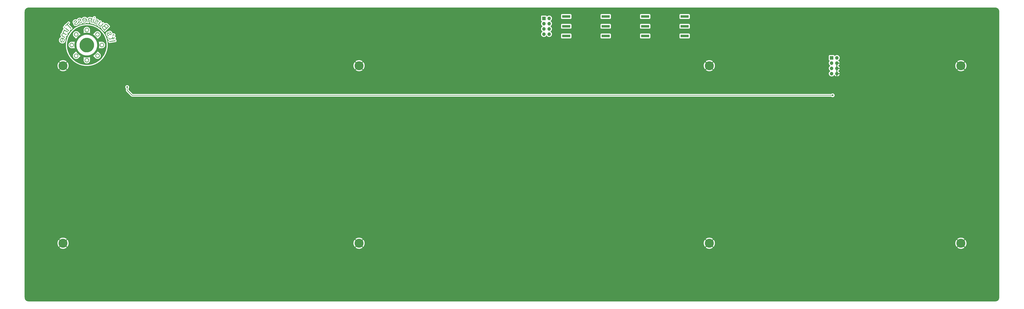
<source format=gbr>
%TF.GenerationSoftware,KiCad,Pcbnew,(6.0.0)*%
%TF.CreationDate,2022-04-30T21:56:39-04:00*%
%TF.ProjectId,SweetBusinessRGBCore,53776565-7442-4757-9369-6e6573735247,rev?*%
%TF.SameCoordinates,Original*%
%TF.FileFunction,Copper,L2,Bot*%
%TF.FilePolarity,Positive*%
%FSLAX46Y46*%
G04 Gerber Fmt 4.6, Leading zero omitted, Abs format (unit mm)*
G04 Created by KiCad (PCBNEW (6.0.0)) date 2022-04-30 21:56:39*
%MOMM*%
%LPD*%
G01*
G04 APERTURE LIST*
%TA.AperFunction,ComponentPad*%
%ADD10C,4.350000*%
%TD*%
%TA.AperFunction,ComponentPad*%
%ADD11R,4.000000X1.300000*%
%TD*%
%TA.AperFunction,ComponentPad*%
%ADD12R,1.700000X1.700000*%
%TD*%
%TA.AperFunction,ComponentPad*%
%ADD13O,1.700000X1.700000*%
%TD*%
%TA.AperFunction,ViaPad*%
%ADD14C,0.800000*%
%TD*%
%TA.AperFunction,Conductor*%
%ADD15C,0.250000*%
%TD*%
G04 APERTURE END LIST*
%TO.C,G\u002A\u002A\u002A*%
G36*
X79706492Y-132519971D02*
G01*
X79839643Y-132540923D01*
X79966520Y-132578424D01*
X80084064Y-132631787D01*
X80189217Y-132700329D01*
X80196735Y-132706194D01*
X80245219Y-132746804D01*
X80286183Y-132787693D01*
X80325331Y-132835064D01*
X80368368Y-132895121D01*
X80380706Y-132913007D01*
X80402083Y-132943267D01*
X80416905Y-132963230D01*
X80422522Y-132969266D01*
X80423345Y-132959706D01*
X80426882Y-132929671D01*
X80432386Y-132888588D01*
X80439169Y-132841035D01*
X80446541Y-132791588D01*
X80453812Y-132744824D01*
X80460293Y-132705320D01*
X80465296Y-132677652D01*
X80468131Y-132666399D01*
X80470007Y-132665539D01*
X80488020Y-132664758D01*
X80520608Y-132666819D01*
X80563313Y-132671111D01*
X80611677Y-132677024D01*
X80661243Y-132683944D01*
X80707553Y-132691263D01*
X80746151Y-132698367D01*
X80772578Y-132704646D01*
X80782378Y-132709489D01*
X80782285Y-132710983D01*
X80780294Y-132729303D01*
X80775877Y-132766347D01*
X80769257Y-132820387D01*
X80760653Y-132889695D01*
X80750286Y-132972544D01*
X80738379Y-133067205D01*
X80725151Y-133171951D01*
X80710823Y-133285054D01*
X80695617Y-133404785D01*
X80679753Y-133529417D01*
X80663452Y-133657223D01*
X80646936Y-133786474D01*
X80630425Y-133915442D01*
X80614140Y-134042400D01*
X80598302Y-134165619D01*
X80583133Y-134283372D01*
X80568852Y-134393931D01*
X80555681Y-134495568D01*
X80543842Y-134586555D01*
X80533554Y-134665165D01*
X80525038Y-134729669D01*
X80518517Y-134778339D01*
X80514210Y-134809448D01*
X80512339Y-134821268D01*
X80504724Y-134828580D01*
X80483382Y-134829331D01*
X80483019Y-134829250D01*
X80462842Y-134825784D01*
X80426806Y-134820486D01*
X80379905Y-134814062D01*
X80327131Y-134807219D01*
X80321083Y-134806454D01*
X80271732Y-134800067D01*
X80231313Y-134794581D01*
X80203857Y-134790559D01*
X80193394Y-134788564D01*
X80193387Y-134788044D01*
X80194915Y-134773412D01*
X80198855Y-134740183D01*
X80204956Y-134690355D01*
X80212969Y-134625929D01*
X80222643Y-134548908D01*
X80233730Y-134461290D01*
X80245978Y-134365078D01*
X80259138Y-134262271D01*
X80274837Y-134139919D01*
X80291414Y-134010448D01*
X80305587Y-133899089D01*
X80317518Y-133804254D01*
X80327367Y-133724360D01*
X80335294Y-133657820D01*
X80341461Y-133603049D01*
X80346028Y-133558462D01*
X80349155Y-133522473D01*
X80351004Y-133493497D01*
X80351735Y-133469949D01*
X80351508Y-133450243D01*
X80350485Y-133432794D01*
X80348826Y-133416016D01*
X80346691Y-133398325D01*
X80337281Y-133342454D01*
X80303617Y-133233033D01*
X80252013Y-133132390D01*
X80184098Y-133042494D01*
X80101500Y-132965311D01*
X80005845Y-132902810D01*
X79898763Y-132856956D01*
X79894876Y-132855684D01*
X79855834Y-132843919D01*
X79820626Y-132836122D01*
X79783002Y-132831498D01*
X79736709Y-132829255D01*
X79675497Y-132828598D01*
X79660888Y-132828590D01*
X79604517Y-132829221D01*
X79562237Y-132831496D01*
X79528227Y-132836149D01*
X79496667Y-132843913D01*
X79461737Y-132855520D01*
X79447793Y-132860669D01*
X79342322Y-132911584D01*
X79249341Y-132978445D01*
X79170473Y-133059618D01*
X79107339Y-133153472D01*
X79061560Y-133258374D01*
X79058066Y-133269639D01*
X79052019Y-133292780D01*
X79045528Y-133322469D01*
X79038422Y-133359911D01*
X79030530Y-133406315D01*
X79021680Y-133462887D01*
X79011701Y-133530836D01*
X79000422Y-133611370D01*
X78987671Y-133705694D01*
X78973278Y-133815017D01*
X78957070Y-133940547D01*
X78938876Y-134083491D01*
X78918526Y-134245056D01*
X78895848Y-134426450D01*
X78888604Y-134483860D01*
X78881629Y-134537693D01*
X78875866Y-134580643D01*
X78871770Y-134609327D01*
X78869795Y-134620365D01*
X78868068Y-134620627D01*
X78850817Y-134619458D01*
X78818718Y-134616020D01*
X78776229Y-134610906D01*
X78727810Y-134604708D01*
X78677920Y-134598021D01*
X78631019Y-134591435D01*
X78591567Y-134585545D01*
X78564021Y-134580944D01*
X78552843Y-134578224D01*
X78552686Y-134577328D01*
X78553743Y-134561280D01*
X78557299Y-134526895D01*
X78563080Y-134476301D01*
X78570808Y-134411624D01*
X78580206Y-134334993D01*
X78590998Y-134248536D01*
X78602907Y-134154380D01*
X78615657Y-134054652D01*
X78628970Y-133951481D01*
X78642571Y-133846994D01*
X78656182Y-133743318D01*
X78669527Y-133642582D01*
X78682329Y-133546912D01*
X78694312Y-133458438D01*
X78705199Y-133379285D01*
X78714712Y-133311582D01*
X78722577Y-133257456D01*
X78728516Y-133219036D01*
X78732251Y-133198449D01*
X78766234Y-133087496D01*
X78821737Y-132969846D01*
X78893615Y-132861863D01*
X78979957Y-132765370D01*
X79078855Y-132682191D01*
X79188397Y-132614149D01*
X79306673Y-132563066D01*
X79431774Y-132530767D01*
X79433605Y-132530450D01*
X79570127Y-132516252D01*
X79706492Y-132519971D01*
G37*
G36*
X78171183Y-133570583D02*
G01*
X78166925Y-133725062D01*
X78142670Y-133872725D01*
X78098541Y-134013228D01*
X78034659Y-134146224D01*
X77951147Y-134271369D01*
X77848128Y-134388315D01*
X77735472Y-134486776D01*
X77609949Y-134568991D01*
X77473644Y-134633108D01*
X77326998Y-134678919D01*
X77170451Y-134706217D01*
X77055678Y-134713798D01*
X76900540Y-134706958D01*
X76750967Y-134680360D01*
X76608189Y-134634427D01*
X76473437Y-134569580D01*
X76347943Y-134486242D01*
X76232937Y-134384834D01*
X76210730Y-134361588D01*
X76174464Y-134320322D01*
X76140583Y-134278165D01*
X76111465Y-134238426D01*
X76089485Y-134204416D01*
X76077020Y-134179444D01*
X76076446Y-134166823D01*
X76077363Y-134166137D01*
X76092458Y-134157192D01*
X76121873Y-134140937D01*
X76161822Y-134119438D01*
X76208518Y-134094760D01*
X76332281Y-134029902D01*
X76380452Y-134097408D01*
X76445756Y-134175375D01*
X76534333Y-134253858D01*
X76635096Y-134320210D01*
X76743936Y-134371771D01*
X76856740Y-134405876D01*
X76860302Y-134406629D01*
X76935560Y-134416793D01*
X77022510Y-134419872D01*
X77113408Y-134416168D01*
X77200513Y-134405981D01*
X77276083Y-134389610D01*
X77337997Y-134368997D01*
X77451935Y-134315113D01*
X77554650Y-134244943D01*
X77644591Y-134160325D01*
X77720209Y-134063097D01*
X77779956Y-133955096D01*
X77822280Y-133838160D01*
X77845632Y-133714127D01*
X77848991Y-133680827D01*
X77850988Y-133650872D01*
X77849517Y-133634669D01*
X77844018Y-133628024D01*
X77833929Y-133626742D01*
X77833084Y-133626766D01*
X77816073Y-133627988D01*
X77780162Y-133630928D01*
X77727245Y-133635417D01*
X77659216Y-133641286D01*
X77577966Y-133648365D01*
X77485390Y-133656486D01*
X77383380Y-133665479D01*
X77273830Y-133675174D01*
X77158634Y-133685403D01*
X77039684Y-133695996D01*
X76918873Y-133706785D01*
X76798095Y-133717599D01*
X76679243Y-133728269D01*
X76564210Y-133738627D01*
X76454890Y-133748503D01*
X76353175Y-133757728D01*
X76260959Y-133766132D01*
X76180136Y-133773546D01*
X76112597Y-133779802D01*
X76060238Y-133784729D01*
X76024950Y-133788158D01*
X76008627Y-133789921D01*
X75974868Y-133794668D01*
X75966793Y-133734537D01*
X75964172Y-133707193D01*
X75961643Y-133659825D01*
X75960146Y-133604155D01*
X75959943Y-133547300D01*
X75962650Y-133472525D01*
X75962705Y-133472087D01*
X76282186Y-133472087D01*
X76282341Y-133486158D01*
X76290291Y-133486807D01*
X76317434Y-133485826D01*
X76361886Y-133483125D01*
X76421625Y-133478888D01*
X76494629Y-133473296D01*
X76578875Y-133466530D01*
X76672342Y-133458774D01*
X76773007Y-133450209D01*
X76878847Y-133441017D01*
X76987842Y-133431381D01*
X77097968Y-133421481D01*
X77207203Y-133411500D01*
X77313525Y-133401621D01*
X77414912Y-133392025D01*
X77509342Y-133382894D01*
X77594792Y-133374410D01*
X77669241Y-133366755D01*
X77730665Y-133360112D01*
X77777044Y-133354661D01*
X77806354Y-133350586D01*
X77816573Y-133348069D01*
X77812203Y-133328387D01*
X77799573Y-133294438D01*
X77781006Y-133251943D01*
X77758841Y-133205967D01*
X77735414Y-133161574D01*
X77713064Y-133123828D01*
X77696251Y-133098853D01*
X77617564Y-133004645D01*
X77523641Y-132922452D01*
X77417674Y-132854760D01*
X77302853Y-132804059D01*
X77272063Y-132793687D01*
X77240820Y-132784958D01*
X77209795Y-132779317D01*
X77173638Y-132776096D01*
X77126999Y-132774624D01*
X77064530Y-132774232D01*
X77044290Y-132774243D01*
X76984160Y-132774979D01*
X76938245Y-132777237D01*
X76901115Y-132781589D01*
X76867343Y-132788612D01*
X76831502Y-132798878D01*
X76727968Y-132839202D01*
X76619035Y-132901453D01*
X76522465Y-132979001D01*
X76439813Y-133070094D01*
X76372640Y-133172979D01*
X76322502Y-133285902D01*
X76290959Y-133407110D01*
X76285321Y-133443454D01*
X76282186Y-133472087D01*
X75962705Y-133472087D01*
X75979374Y-133338714D01*
X76012428Y-133213566D01*
X76063204Y-133092448D01*
X76133091Y-132970730D01*
X76195659Y-132883567D01*
X76295963Y-132773774D01*
X76409312Y-132679858D01*
X76534223Y-132602839D01*
X76669214Y-132543735D01*
X76812800Y-132503567D01*
X76904356Y-132487777D01*
X77062668Y-132475588D01*
X77215244Y-132483474D01*
X77361475Y-132511254D01*
X77500751Y-132558746D01*
X77632465Y-132625770D01*
X77756007Y-132712144D01*
X77870766Y-132817689D01*
X77885948Y-132833844D01*
X77975830Y-132944869D01*
X78048026Y-133064425D01*
X78103263Y-133194177D01*
X78142270Y-133335787D01*
X78144131Y-133348069D01*
X78165778Y-133490919D01*
X78171183Y-133570583D01*
G37*
G36*
X90662224Y-141542199D02*
G01*
X90667517Y-141548635D01*
X90668055Y-141549964D01*
X90673769Y-141568060D01*
X90683997Y-141603324D01*
X90697973Y-141653007D01*
X90714928Y-141714359D01*
X90734096Y-141784630D01*
X90754709Y-141861071D01*
X90759673Y-141879564D01*
X90779653Y-141953658D01*
X90797729Y-142020152D01*
X90813191Y-142076471D01*
X90825329Y-142120043D01*
X90833433Y-142148293D01*
X90836794Y-142158647D01*
X90838325Y-142158459D01*
X90855631Y-142154379D01*
X90890418Y-142145518D01*
X90940505Y-142132450D01*
X91003714Y-142115749D01*
X91077867Y-142095990D01*
X91160785Y-142073748D01*
X91250290Y-142049597D01*
X91282861Y-142040803D01*
X91370381Y-142017378D01*
X91450622Y-141996193D01*
X91521393Y-141977807D01*
X91580501Y-141962782D01*
X91625755Y-141951675D01*
X91654961Y-141945048D01*
X91665929Y-141943460D01*
X91666786Y-141947758D01*
X91667521Y-141969838D01*
X91667296Y-142007223D01*
X91666151Y-142056174D01*
X91664125Y-142112952D01*
X91657337Y-142277461D01*
X91288123Y-142376315D01*
X91253321Y-142385649D01*
X91160590Y-142410740D01*
X91086073Y-142431347D01*
X91028028Y-142448020D01*
X90984712Y-142461313D01*
X90954382Y-142471776D01*
X90935295Y-142479964D01*
X90925709Y-142486427D01*
X90923880Y-142491719D01*
X90924126Y-142492544D01*
X90931017Y-142516812D01*
X90941633Y-142555559D01*
X90954948Y-142604902D01*
X90969935Y-142660961D01*
X90985567Y-142719854D01*
X91000818Y-142777701D01*
X91014659Y-142830618D01*
X91026065Y-142874727D01*
X91034008Y-142906144D01*
X91037461Y-142920989D01*
X91037678Y-142922584D01*
X91035915Y-142931886D01*
X91026365Y-142940396D01*
X91005835Y-142949598D01*
X90971135Y-142960974D01*
X90919075Y-142976007D01*
X90872038Y-142988642D01*
X90828015Y-142999325D01*
X90794574Y-143006195D01*
X90776581Y-143008156D01*
X90771192Y-143006448D01*
X90763567Y-142998820D01*
X90755222Y-142982883D01*
X90745276Y-142956189D01*
X90732846Y-142916288D01*
X90717052Y-142860730D01*
X90697012Y-142787067D01*
X90690622Y-142763402D01*
X90673349Y-142700537D01*
X90657886Y-142645800D01*
X90645132Y-142602280D01*
X90635984Y-142573066D01*
X90631340Y-142561247D01*
X90630528Y-142561081D01*
X90614974Y-142563608D01*
X90581388Y-142571109D01*
X90531733Y-142583088D01*
X90467974Y-142599048D01*
X90392075Y-142618492D01*
X90306001Y-142640924D01*
X90211714Y-142665848D01*
X90111180Y-142692766D01*
X90009423Y-142720186D01*
X89889001Y-142752612D01*
X89786014Y-142780238D01*
X89698724Y-142803447D01*
X89625392Y-142822625D01*
X89564281Y-142838157D01*
X89513650Y-142850426D01*
X89471762Y-142859819D01*
X89436877Y-142866719D01*
X89407258Y-142871512D01*
X89381166Y-142874582D01*
X89356861Y-142876315D01*
X89332606Y-142877095D01*
X89306662Y-142877306D01*
X89277290Y-142877335D01*
X89226691Y-142876553D01*
X89147414Y-142870000D01*
X89079843Y-142855640D01*
X89018356Y-142832077D01*
X88957332Y-142797915D01*
X88919085Y-142770465D01*
X88849863Y-142704759D01*
X88786054Y-142623491D01*
X88730339Y-142530300D01*
X88685400Y-142428827D01*
X88679365Y-142411717D01*
X88666469Y-142371702D01*
X88652006Y-142323587D01*
X88637076Y-142271426D01*
X88622780Y-142219271D01*
X88610217Y-142171178D01*
X88600489Y-142131200D01*
X88594694Y-142103391D01*
X88593934Y-142091805D01*
X88601139Y-142088454D01*
X88625110Y-142080620D01*
X88661157Y-142070145D01*
X88704645Y-142058235D01*
X88750939Y-142046101D01*
X88795402Y-142034948D01*
X88833401Y-142025987D01*
X88860300Y-142020424D01*
X88871463Y-142019469D01*
X88871998Y-142020339D01*
X88877472Y-142035708D01*
X88886957Y-142066763D01*
X88899277Y-142109550D01*
X88913259Y-142160119D01*
X88915918Y-142169831D01*
X88948256Y-142274346D01*
X88982621Y-142359522D01*
X89020119Y-142427048D01*
X89061855Y-142478612D01*
X89108934Y-142515901D01*
X89162463Y-142540604D01*
X89180616Y-142546212D01*
X89206294Y-142552292D01*
X89233667Y-142555979D01*
X89264433Y-142556965D01*
X89300291Y-142554942D01*
X89342940Y-142549603D01*
X89394079Y-142540639D01*
X89455406Y-142527743D01*
X89528620Y-142510606D01*
X89615420Y-142488922D01*
X89717505Y-142462383D01*
X89836573Y-142430680D01*
X89974323Y-142393506D01*
X90040992Y-142375418D01*
X90142791Y-142347708D01*
X90237169Y-142321911D01*
X90322265Y-142298541D01*
X90396215Y-142278113D01*
X90457160Y-142261142D01*
X90503236Y-142248142D01*
X90532582Y-142239630D01*
X90543337Y-142236119D01*
X90543392Y-142234441D01*
X90539991Y-142216859D01*
X90531853Y-142182298D01*
X90519619Y-142133301D01*
X90503932Y-142072412D01*
X90485435Y-142002174D01*
X90464770Y-141925132D01*
X90457322Y-141897475D01*
X90437442Y-141822311D01*
X90420075Y-141754692D01*
X90405850Y-141697191D01*
X90395393Y-141652384D01*
X90389331Y-141622845D01*
X90388292Y-141611149D01*
X90388930Y-141610634D01*
X90403865Y-141604508D01*
X90434595Y-141594469D01*
X90477051Y-141581789D01*
X90527165Y-141567738D01*
X90555905Y-141559974D01*
X90602042Y-141548080D01*
X90632879Y-141541460D01*
X90651809Y-141539654D01*
X90662224Y-141542199D01*
G37*
G36*
X74029935Y-140741275D02*
G01*
X73981307Y-140875365D01*
X73915197Y-141001026D01*
X73832527Y-141116578D01*
X73734221Y-141220341D01*
X73621203Y-141310635D01*
X73494395Y-141385779D01*
X73491297Y-141387329D01*
X73393860Y-141430345D01*
X73294638Y-141464060D01*
X73201995Y-141485620D01*
X73176246Y-141489216D01*
X73105836Y-141494415D01*
X73025429Y-141495551D01*
X72942498Y-141492796D01*
X72864519Y-141486324D01*
X72798964Y-141476307D01*
X72717898Y-141455971D01*
X72583759Y-141405613D01*
X72458062Y-141337061D01*
X72342617Y-141251737D01*
X72239233Y-141151057D01*
X72149721Y-141036443D01*
X72075889Y-140909313D01*
X72041614Y-140835531D01*
X72014568Y-140765252D01*
X71995692Y-140697151D01*
X71983725Y-140625446D01*
X71977411Y-140544354D01*
X71975912Y-140469277D01*
X72273139Y-140469277D01*
X72280380Y-140576894D01*
X72306845Y-140697152D01*
X72351653Y-140808963D01*
X72413688Y-140910836D01*
X72491834Y-141001278D01*
X72584975Y-141078799D01*
X72691995Y-141141908D01*
X72811777Y-141189113D01*
X72842177Y-141197314D01*
X72923091Y-141211178D01*
X73010663Y-141217256D01*
X73096264Y-141215179D01*
X73171268Y-141204574D01*
X73177338Y-141203189D01*
X73296434Y-141165745D01*
X73403522Y-141112663D01*
X73498041Y-141045818D01*
X73579433Y-140967091D01*
X73647138Y-140878358D01*
X73700597Y-140781497D01*
X73739249Y-140678386D01*
X73762535Y-140570904D01*
X73769897Y-140460927D01*
X73760773Y-140350334D01*
X73734606Y-140241003D01*
X73690835Y-140134812D01*
X73628900Y-140033638D01*
X73548243Y-139939359D01*
X73507438Y-139901016D01*
X73432100Y-139843483D01*
X73348684Y-139797204D01*
X73250778Y-139758275D01*
X73207969Y-139744290D01*
X73168102Y-139733676D01*
X73130086Y-139727482D01*
X73086249Y-139724508D01*
X73028917Y-139723552D01*
X72987717Y-139723894D01*
X72906440Y-139729408D01*
X72834142Y-139742955D01*
X72762870Y-139766331D01*
X72684672Y-139801334D01*
X72601276Y-139849087D01*
X72505568Y-139924436D01*
X72424810Y-140013358D01*
X72360094Y-140114078D01*
X72312515Y-140224821D01*
X72283165Y-140343812D01*
X72273139Y-140469277D01*
X71975912Y-140469277D01*
X71975489Y-140448093D01*
X71975581Y-140400894D01*
X71976580Y-140341872D01*
X71979027Y-140295677D01*
X71983387Y-140257233D01*
X71990124Y-140221462D01*
X71999702Y-140183289D01*
X72033385Y-140079553D01*
X72096101Y-139944146D01*
X72177067Y-139819450D01*
X72276068Y-139705837D01*
X72339360Y-139647119D01*
X72457718Y-139558948D01*
X72587207Y-139488383D01*
X72729282Y-139434550D01*
X72751915Y-139427745D01*
X72784046Y-139419162D01*
X72814686Y-139413142D01*
X72848369Y-139409217D01*
X72889630Y-139406921D01*
X72943005Y-139405788D01*
X73013029Y-139405350D01*
X73051490Y-139405325D01*
X73117923Y-139406030D01*
X73169505Y-139408018D01*
X73210506Y-139411602D01*
X73245192Y-139417095D01*
X73277833Y-139424813D01*
X73406661Y-139468141D01*
X73538986Y-139532424D01*
X73659507Y-139612525D01*
X73766999Y-139707014D01*
X73860241Y-139814462D01*
X73938006Y-139933441D01*
X73999073Y-140062522D01*
X74042217Y-140200276D01*
X74066214Y-140345274D01*
X74071048Y-140454531D01*
X74070571Y-140460927D01*
X74060156Y-140600437D01*
X74029935Y-140741275D01*
G37*
G36*
X81840642Y-132129317D02*
G01*
X81906060Y-132141910D01*
X81960937Y-132170872D01*
X82003174Y-132213433D01*
X82030674Y-132266826D01*
X82041337Y-132328282D01*
X82033066Y-132395032D01*
X82017033Y-132436123D01*
X81978821Y-132486232D01*
X81923666Y-132524050D01*
X81876194Y-132540201D01*
X81814666Y-132543146D01*
X81754408Y-132528413D01*
X81700045Y-132497266D01*
X81656202Y-132450970D01*
X81650304Y-132442257D01*
X81633992Y-132412459D01*
X81626351Y-132381995D01*
X81624455Y-132340700D01*
X81626107Y-132306846D01*
X81640599Y-132247171D01*
X81671289Y-132199143D01*
X81719711Y-132159852D01*
X81754858Y-132140729D01*
X81788882Y-132131044D01*
X81831438Y-132129026D01*
X81840642Y-132129317D01*
G37*
G36*
X91920236Y-143338770D02*
G01*
X91926759Y-143346496D01*
X91932597Y-143363103D01*
X91938733Y-143391606D01*
X91946148Y-143435016D01*
X91955822Y-143496349D01*
X91960703Y-143528297D01*
X91968159Y-143580387D01*
X91973560Y-143622659D01*
X91976452Y-143651415D01*
X91976379Y-143662960D01*
X91972361Y-143663867D01*
X91949612Y-143667845D01*
X91907843Y-143674741D01*
X91848259Y-143684364D01*
X91772061Y-143696526D01*
X91680451Y-143711037D01*
X91574633Y-143727710D01*
X91455809Y-143746355D01*
X91325182Y-143766783D01*
X91183954Y-143788806D01*
X91033329Y-143812233D01*
X90874507Y-143836878D01*
X90708694Y-143862549D01*
X90537090Y-143889059D01*
X90438078Y-143904331D01*
X90268987Y-143930377D01*
X90106081Y-143955426D01*
X89950589Y-143979292D01*
X89803741Y-144001788D01*
X89666765Y-144022725D01*
X89540891Y-144041918D01*
X89427348Y-144059180D01*
X89327365Y-144074323D01*
X89242172Y-144087160D01*
X89172996Y-144097504D01*
X89121068Y-144105168D01*
X89087617Y-144109966D01*
X89073871Y-144111710D01*
X89072507Y-144111780D01*
X89062484Y-144112527D01*
X89054919Y-144111595D01*
X89048964Y-144106239D01*
X89043766Y-144093714D01*
X89038476Y-144071275D01*
X89032242Y-144036178D01*
X89024215Y-143985676D01*
X89013543Y-143917025D01*
X89013235Y-143915046D01*
X89005923Y-143866072D01*
X89000453Y-143825485D01*
X88997348Y-143797461D01*
X88997132Y-143786171D01*
X88999432Y-143785686D01*
X89019046Y-143782390D01*
X89057483Y-143776209D01*
X89113291Y-143767368D01*
X89185015Y-143756091D01*
X89271205Y-143742603D01*
X89370406Y-143727126D01*
X89481165Y-143709886D01*
X89602031Y-143691107D01*
X89731549Y-143671013D01*
X89868268Y-143649828D01*
X90010734Y-143627777D01*
X90157494Y-143605083D01*
X90307095Y-143581971D01*
X90458085Y-143558665D01*
X90609010Y-143535389D01*
X90758418Y-143512368D01*
X90904856Y-143489825D01*
X91046870Y-143467985D01*
X91183009Y-143447073D01*
X91311818Y-143427311D01*
X91431846Y-143408926D01*
X91541639Y-143392139D01*
X91639745Y-143377177D01*
X91724710Y-143364263D01*
X91795081Y-143353621D01*
X91849406Y-143345476D01*
X91886232Y-143340051D01*
X91904106Y-143337572D01*
X91912047Y-143336913D01*
X91920236Y-143338770D01*
G37*
G36*
X84377581Y-150810114D02*
G01*
X84376717Y-150867782D01*
X84374864Y-150912048D01*
X84371577Y-150947323D01*
X84366409Y-150978017D01*
X84358916Y-151008542D01*
X84348652Y-151043307D01*
X84295984Y-151182081D01*
X84225505Y-151312673D01*
X84139552Y-151430460D01*
X84039399Y-151534296D01*
X83926318Y-151623033D01*
X83801584Y-151695527D01*
X83666469Y-151750631D01*
X83522248Y-151787198D01*
X83510269Y-151789189D01*
X83459151Y-151795371D01*
X83400380Y-151799908D01*
X83344420Y-151801932D01*
X83226910Y-151796665D01*
X83083543Y-151772332D01*
X82947270Y-151729298D01*
X82819518Y-151668676D01*
X82701717Y-151591579D01*
X82595295Y-151499117D01*
X82501679Y-151392405D01*
X82422300Y-151272553D01*
X82358584Y-151140676D01*
X82311960Y-150997884D01*
X82302885Y-150951422D01*
X82294915Y-150877717D01*
X82291105Y-150794165D01*
X82291402Y-150706900D01*
X82291761Y-150699897D01*
X82589612Y-150699897D01*
X82590493Y-150821682D01*
X82611134Y-150940519D01*
X82651141Y-151054432D01*
X82710125Y-151161446D01*
X82787694Y-151259585D01*
X82805337Y-151277901D01*
X82901105Y-151359415D01*
X83008141Y-151423311D01*
X83125029Y-151468867D01*
X83250351Y-151495361D01*
X83256751Y-151496190D01*
X83297605Y-151501276D01*
X83326825Y-151503725D01*
X83352574Y-151503531D01*
X83383014Y-151500683D01*
X83426308Y-151495175D01*
X83482079Y-151486563D01*
X83542691Y-151472332D01*
X83601772Y-151451608D01*
X83668742Y-151421528D01*
X83669386Y-151421217D01*
X83774873Y-151358739D01*
X83867115Y-151280049D01*
X83945379Y-151186027D01*
X84008928Y-151077556D01*
X84057030Y-150955516D01*
X84064998Y-150928430D01*
X84073415Y-150891427D01*
X84078375Y-150852591D01*
X84080601Y-150805485D01*
X84080817Y-150743672D01*
X84080062Y-150694937D01*
X84077618Y-150645322D01*
X84072707Y-150605138D01*
X84064448Y-150567753D01*
X84051959Y-150526533D01*
X84044083Y-150503584D01*
X83999528Y-150402429D01*
X83940909Y-150311054D01*
X83864697Y-150223756D01*
X83846636Y-150205991D01*
X83761026Y-150135143D01*
X83667096Y-150079568D01*
X83559289Y-150035848D01*
X83549239Y-150032538D01*
X83513831Y-150022092D01*
X83480532Y-150015194D01*
X83443522Y-150011141D01*
X83396981Y-150009230D01*
X83335089Y-150008757D01*
X83312372Y-150008804D01*
X83256578Y-150009668D01*
X83214079Y-150012189D01*
X83178975Y-150017098D01*
X83145368Y-150025126D01*
X83107357Y-150037006D01*
X83011869Y-150075444D01*
X82908652Y-150136009D01*
X82815305Y-150214064D01*
X82739524Y-150298384D01*
X82680517Y-150388601D01*
X82635291Y-150489696D01*
X82608880Y-150577140D01*
X82589612Y-150699897D01*
X82291761Y-150699897D01*
X82295753Y-150622055D01*
X82304104Y-150545765D01*
X82316404Y-150484164D01*
X82329504Y-150441757D01*
X82360242Y-150361772D01*
X82398388Y-150278709D01*
X82440166Y-150200535D01*
X82481802Y-150135214D01*
X82508283Y-150100338D01*
X82590607Y-150009906D01*
X82686326Y-149925728D01*
X82789785Y-149852457D01*
X82895335Y-149794747D01*
X82997309Y-149753981D01*
X83135498Y-149717442D01*
X83275084Y-149700402D01*
X83414249Y-149702188D01*
X83551171Y-149722124D01*
X83684033Y-149759536D01*
X83811014Y-149813750D01*
X83930294Y-149884092D01*
X84040054Y-149969885D01*
X84138474Y-150070457D01*
X84223735Y-150185132D01*
X84294018Y-150313237D01*
X84311560Y-150352206D01*
X84336077Y-150412995D01*
X84353919Y-150469504D01*
X84366053Y-150526808D01*
X84373443Y-150589985D01*
X84377054Y-150664111D01*
X84377757Y-150743672D01*
X84377851Y-150754265D01*
X84377581Y-150810114D01*
G37*
G36*
X79194341Y-153044145D02*
G01*
X79166495Y-153188390D01*
X79120182Y-153324624D01*
X79056699Y-153451524D01*
X78977339Y-153567766D01*
X78883397Y-153672027D01*
X78776167Y-153762982D01*
X78656943Y-153839307D01*
X78527022Y-153899680D01*
X78387695Y-153942775D01*
X78240260Y-153967270D01*
X78175898Y-153970727D01*
X78074334Y-153967544D01*
X77970737Y-153955517D01*
X77874830Y-153935491D01*
X77871951Y-153934710D01*
X77814223Y-153915424D01*
X77746619Y-153887593D01*
X77676260Y-153854550D01*
X77610268Y-153819629D01*
X77555767Y-153786163D01*
X77495092Y-153741589D01*
X77388005Y-153644267D01*
X77297145Y-153535454D01*
X77222873Y-153416974D01*
X77165551Y-153290651D01*
X77125539Y-153158308D01*
X77103199Y-153021770D01*
X77099159Y-152891485D01*
X77392499Y-152891485D01*
X77398879Y-153013472D01*
X77425981Y-153134751D01*
X77473656Y-153254014D01*
X77483390Y-153273473D01*
X77509069Y-153320006D01*
X77536123Y-153359735D01*
X77569522Y-153399442D01*
X77614235Y-153445914D01*
X77640296Y-153471612D01*
X77680541Y-153508386D01*
X77717203Y-153536426D01*
X77756832Y-153560498D01*
X77805981Y-153585367D01*
X77829885Y-153596332D01*
X77884831Y-153618850D01*
X77938767Y-153637932D01*
X77982843Y-153650327D01*
X78039738Y-153660540D01*
X78160896Y-153667338D01*
X78279719Y-153654546D01*
X78394070Y-153623240D01*
X78501815Y-153574496D01*
X78600815Y-153509390D01*
X78688936Y-153428998D01*
X78764041Y-153334396D01*
X78823995Y-153226659D01*
X78844017Y-153177970D01*
X78876395Y-153062073D01*
X78889334Y-152944872D01*
X78883728Y-152828496D01*
X78860469Y-152715073D01*
X78820449Y-152606731D01*
X78764560Y-152505598D01*
X78693694Y-152413803D01*
X78608745Y-152333474D01*
X78510603Y-152266739D01*
X78400162Y-152215726D01*
X78329095Y-152193546D01*
X78208914Y-152172346D01*
X78090062Y-152170664D01*
X77974431Y-152187496D01*
X77863912Y-152221837D01*
X77760396Y-152272683D01*
X77665775Y-152339030D01*
X77581940Y-152419874D01*
X77510782Y-152514210D01*
X77454193Y-152621033D01*
X77414063Y-152739341D01*
X77406994Y-152770100D01*
X77392499Y-152891485D01*
X77099159Y-152891485D01*
X77098892Y-152882860D01*
X77112980Y-152743401D01*
X77145824Y-152605218D01*
X77197786Y-152470133D01*
X77269226Y-152339972D01*
X77284218Y-152318085D01*
X77325962Y-152265281D01*
X77377208Y-152207868D01*
X77432807Y-152151209D01*
X77487611Y-152100666D01*
X77536472Y-152061602D01*
X77572317Y-152037771D01*
X77646382Y-151995496D01*
X77728609Y-151955313D01*
X77810966Y-151921024D01*
X77885422Y-151896431D01*
X77937839Y-151885529D01*
X78013687Y-151876609D01*
X78098948Y-151871967D01*
X78187590Y-151871605D01*
X78273582Y-151875526D01*
X78350891Y-151883731D01*
X78413486Y-151896223D01*
X78418463Y-151897618D01*
X78481906Y-151918786D01*
X78553273Y-151947532D01*
X78625462Y-151980617D01*
X78691367Y-152014803D01*
X78743886Y-152046851D01*
X78785432Y-152078388D01*
X78839878Y-152125560D01*
X78895912Y-152179040D01*
X78947604Y-152233136D01*
X78989024Y-152282157D01*
X79014718Y-152317246D01*
X79086135Y-152437233D01*
X79141454Y-152567724D01*
X79179586Y-152705083D01*
X79199441Y-152845670D01*
X79199786Y-152944872D01*
X79199928Y-152985849D01*
X79194341Y-153044145D01*
G37*
G36*
X89260191Y-139169575D02*
G01*
X89353080Y-139181814D01*
X89465809Y-139215314D01*
X89571978Y-139268516D01*
X89671046Y-139341011D01*
X89762476Y-139432390D01*
X89845730Y-139542246D01*
X89920268Y-139670170D01*
X89945237Y-139721651D01*
X89996790Y-139853631D01*
X90029790Y-139983410D01*
X90044140Y-140109570D01*
X90039742Y-140230696D01*
X90016498Y-140345371D01*
X89974310Y-140452179D01*
X89970608Y-140459358D01*
X89918573Y-140538319D01*
X89852840Y-140606637D01*
X89776469Y-140663014D01*
X89692519Y-140706152D01*
X89604049Y-140734754D01*
X89514120Y-140747521D01*
X89425789Y-140743156D01*
X89342118Y-140720360D01*
X89336385Y-140718031D01*
X89284565Y-140695414D01*
X89237896Y-140671280D01*
X89194207Y-140643656D01*
X89151326Y-140610568D01*
X89107081Y-140570043D01*
X89059300Y-140520108D01*
X89005813Y-140458789D01*
X88944447Y-140384114D01*
X88873031Y-140294109D01*
X88830236Y-140239845D01*
X88773485Y-140169189D01*
X88725633Y-140111778D01*
X88684494Y-140065275D01*
X88647886Y-140027347D01*
X88613625Y-139995658D01*
X88579526Y-139967873D01*
X88543406Y-139941658D01*
X88522424Y-139927893D01*
X88451109Y-139893334D01*
X88381275Y-139879451D01*
X88311274Y-139886087D01*
X88239455Y-139913089D01*
X88183112Y-139952033D01*
X88136252Y-140008046D01*
X88103231Y-140077178D01*
X88085146Y-140157101D01*
X88083089Y-140245488D01*
X88085380Y-140270228D01*
X88104548Y-140369398D01*
X88138374Y-140472542D01*
X88184305Y-140573813D01*
X88239788Y-140667368D01*
X88302271Y-140747362D01*
X88350341Y-140794741D01*
X88426654Y-140849853D01*
X88507584Y-140884658D01*
X88594216Y-140899571D01*
X88687635Y-140895007D01*
X88699992Y-140893255D01*
X88737756Y-140888561D01*
X88765050Y-140886185D01*
X88776647Y-140886621D01*
X88777894Y-140889368D01*
X88784226Y-140908546D01*
X88794598Y-140942783D01*
X88807908Y-140988399D01*
X88823057Y-141041715D01*
X88825288Y-141049659D01*
X88841691Y-141108783D01*
X88851932Y-141150931D01*
X88855421Y-141179227D01*
X88851568Y-141196796D01*
X88839783Y-141206763D01*
X88819474Y-141212252D01*
X88790051Y-141216388D01*
X88777389Y-141218121D01*
X88746376Y-141222896D01*
X88726498Y-141226717D01*
X88724905Y-141227035D01*
X88704351Y-141228124D01*
X88670202Y-141227704D01*
X88628950Y-141225832D01*
X88544850Y-141215413D01*
X88431936Y-141183497D01*
X88322442Y-141131028D01*
X88215725Y-141057744D01*
X88181200Y-141028226D01*
X88105512Y-140949010D01*
X88033225Y-140854266D01*
X87966656Y-140747897D01*
X87908119Y-140633805D01*
X87859929Y-140515892D01*
X87824400Y-140398061D01*
X87823102Y-140392617D01*
X87809525Y-140313745D01*
X87802261Y-140225463D01*
X87801401Y-140135148D01*
X87807033Y-140050182D01*
X87819250Y-139977941D01*
X87833286Y-139929542D01*
X87876504Y-139831875D01*
X87935383Y-139746286D01*
X88007954Y-139674234D01*
X88092249Y-139617178D01*
X88186300Y-139576577D01*
X88288140Y-139553889D01*
X88395799Y-139550574D01*
X88429713Y-139553160D01*
X88466699Y-139558410D01*
X88500534Y-139567625D01*
X88538446Y-139582904D01*
X88587662Y-139606349D01*
X88588928Y-139606973D01*
X88634867Y-139630770D01*
X88672343Y-139653591D01*
X88706976Y-139679652D01*
X88744381Y-139713172D01*
X88790178Y-139758365D01*
X88826389Y-139796800D01*
X88873609Y-139850141D01*
X88925368Y-139911160D01*
X88977533Y-139974976D01*
X89025973Y-140036712D01*
X89096923Y-140126565D01*
X89178444Y-140221417D01*
X89251916Y-140296746D01*
X89317366Y-140352581D01*
X89374825Y-140388951D01*
X89424893Y-140407866D01*
X89493046Y-140416159D01*
X89559292Y-140406090D01*
X89620588Y-140379121D01*
X89673889Y-140336715D01*
X89716153Y-140280332D01*
X89744336Y-140211436D01*
X89748033Y-140193087D01*
X89751962Y-140144332D01*
X89751534Y-140085797D01*
X89747156Y-140024710D01*
X89739232Y-139968296D01*
X89728171Y-139923781D01*
X89722966Y-139909106D01*
X89679064Y-139807536D01*
X89625962Y-139716900D01*
X89565471Y-139639249D01*
X89499402Y-139576632D01*
X89429568Y-139531098D01*
X89357779Y-139504699D01*
X89340956Y-139501749D01*
X89291691Y-139497822D01*
X89232481Y-139497518D01*
X89170865Y-139500752D01*
X89114377Y-139507438D01*
X89109196Y-139507461D01*
X89101016Y-139502343D01*
X89092540Y-139488243D01*
X89082540Y-139462272D01*
X89069789Y-139421544D01*
X89053059Y-139363169D01*
X89047227Y-139342084D01*
X89033786Y-139290793D01*
X89023579Y-139247854D01*
X89017519Y-139217259D01*
X89016514Y-139202999D01*
X89028525Y-139193263D01*
X89058038Y-139183689D01*
X89100355Y-139175930D01*
X89151081Y-139170590D01*
X89205824Y-139168271D01*
X89260191Y-139169575D01*
G37*
G36*
X79185751Y-138450371D02*
G01*
X79182946Y-138492107D01*
X79177951Y-138528526D01*
X79170213Y-138565048D01*
X79159177Y-138607091D01*
X79156104Y-138618006D01*
X79104855Y-138759498D01*
X79035847Y-138890441D01*
X78950195Y-139009478D01*
X78849013Y-139115254D01*
X78733417Y-139206412D01*
X78604523Y-139281596D01*
X78580610Y-139293175D01*
X78498661Y-139328362D01*
X78419282Y-139354069D01*
X78331971Y-139373851D01*
X78283972Y-139380623D01*
X78205206Y-139385469D01*
X78118291Y-139385350D01*
X78030375Y-139380521D01*
X77948604Y-139371235D01*
X77880126Y-139357749D01*
X77787452Y-139329060D01*
X77653266Y-139269559D01*
X77527860Y-139190928D01*
X77410702Y-139092869D01*
X77331935Y-139008748D01*
X77247801Y-138892268D01*
X77180857Y-138765874D01*
X77131690Y-138631690D01*
X77100889Y-138491841D01*
X77089042Y-138348453D01*
X77089427Y-138341207D01*
X77393071Y-138341207D01*
X77393178Y-138355289D01*
X77405420Y-138476510D01*
X77436899Y-138592155D01*
X77486114Y-138700273D01*
X77551565Y-138798911D01*
X77631750Y-138886119D01*
X77725168Y-138959946D01*
X77830318Y-139018439D01*
X77945699Y-139059648D01*
X78036547Y-139078591D01*
X78158273Y-139086598D01*
X78278430Y-139073794D01*
X78398763Y-139040102D01*
X78469152Y-139010306D01*
X78572908Y-138949159D01*
X78663431Y-138873815D01*
X78739897Y-138786327D01*
X78801482Y-138688753D01*
X78847366Y-138583148D01*
X78876724Y-138471567D01*
X78888734Y-138356066D01*
X78882572Y-138238701D01*
X78857417Y-138121527D01*
X78812446Y-138006600D01*
X78785235Y-137955687D01*
X78714355Y-137854345D01*
X78629296Y-137767736D01*
X78531747Y-137696971D01*
X78423394Y-137643162D01*
X78305925Y-137607419D01*
X78181029Y-137590853D01*
X78094416Y-137590486D01*
X77999510Y-137602010D01*
X77906017Y-137627857D01*
X77807057Y-137669470D01*
X77782097Y-137681759D01*
X77738082Y-137706012D01*
X77699954Y-137732133D01*
X77661175Y-137764876D01*
X77615205Y-137808998D01*
X77591803Y-137832573D01*
X77553549Y-137873961D01*
X77524314Y-137911499D01*
X77499261Y-137951757D01*
X77473550Y-138001304D01*
X77454505Y-138042278D01*
X77419268Y-138139188D01*
X77399418Y-138236175D01*
X77393071Y-138341207D01*
X77089427Y-138341207D01*
X77096739Y-138203651D01*
X77124568Y-138059561D01*
X77128895Y-138044570D01*
X77148702Y-137988698D01*
X77175608Y-137924293D01*
X77206370Y-137858417D01*
X77237744Y-137798132D01*
X77266489Y-137750500D01*
X77322882Y-137674798D01*
X77423574Y-137567996D01*
X77538167Y-137476140D01*
X77665024Y-137400308D01*
X77802506Y-137341580D01*
X77948975Y-137301034D01*
X77952081Y-137300410D01*
X78007826Y-137293081D01*
X78077374Y-137289248D01*
X78154100Y-137288816D01*
X78231379Y-137291690D01*
X78302586Y-137297774D01*
X78361094Y-137306972D01*
X78418897Y-137321148D01*
X78557166Y-137370094D01*
X78687431Y-137437929D01*
X78807615Y-137523462D01*
X78915645Y-137625500D01*
X78967341Y-137685979D01*
X79049064Y-137805664D01*
X79114391Y-137937734D01*
X79164020Y-138083476D01*
X79165629Y-138089419D01*
X79174382Y-138126616D01*
X79180435Y-138164697D01*
X79184252Y-138208734D01*
X79186295Y-138263797D01*
X79187031Y-138334957D01*
X79186994Y-138356066D01*
X79186922Y-138397901D01*
X79185751Y-138450371D01*
G37*
G36*
X78177340Y-142127612D02*
G01*
X78370368Y-142132844D01*
X78549674Y-142146174D01*
X78720628Y-142168438D01*
X78888599Y-142200469D01*
X79058958Y-142243102D01*
X79237073Y-142297171D01*
X79257678Y-142303977D01*
X79507290Y-142398259D01*
X79747317Y-142510800D01*
X79976939Y-142640671D01*
X80195334Y-142786943D01*
X80401681Y-142948688D01*
X80595158Y-143124978D01*
X80774945Y-143314883D01*
X80940221Y-143517476D01*
X81090163Y-143731828D01*
X81223951Y-143957010D01*
X81340763Y-144192094D01*
X81439779Y-144436150D01*
X81520177Y-144688252D01*
X81581135Y-144947470D01*
X81592348Y-145008291D01*
X81627245Y-145265252D01*
X81643572Y-145527578D01*
X81641330Y-145791380D01*
X81620517Y-146052766D01*
X81581135Y-146307848D01*
X81525927Y-146545889D01*
X81446981Y-146798695D01*
X81349192Y-147043828D01*
X81233362Y-147280302D01*
X81100292Y-147507130D01*
X80950784Y-147723325D01*
X80785641Y-147927899D01*
X80605663Y-148119866D01*
X80411652Y-148298239D01*
X80204411Y-148462030D01*
X79984740Y-148610253D01*
X79753442Y-148741921D01*
X79511319Y-148856046D01*
X79478855Y-148869634D01*
X79227746Y-148961814D01*
X78967955Y-149034888D01*
X78700305Y-149088652D01*
X78425622Y-149122906D01*
X78393287Y-149125203D01*
X78321085Y-149128008D01*
X78235362Y-149129165D01*
X78141004Y-149128781D01*
X78042895Y-149126961D01*
X77945920Y-149123811D01*
X77854964Y-149119437D01*
X77774913Y-149113944D01*
X77710652Y-149107437D01*
X77667344Y-149101672D01*
X77397685Y-149054269D01*
X77137527Y-148988089D01*
X76886014Y-148902811D01*
X76642291Y-148798111D01*
X76405501Y-148673667D01*
X76174788Y-148529158D01*
X75964395Y-148375070D01*
X75758360Y-148199179D01*
X75568039Y-148009568D01*
X75393867Y-147806941D01*
X75236277Y-147591999D01*
X75095705Y-147365447D01*
X74972585Y-147127986D01*
X74867351Y-146880321D01*
X74780438Y-146623153D01*
X74712279Y-146357186D01*
X74663309Y-146083122D01*
X74656744Y-146024096D01*
X74650937Y-145941744D01*
X74646763Y-145846352D01*
X74644225Y-145742191D01*
X74643320Y-145633530D01*
X74644049Y-145524641D01*
X74646413Y-145419793D01*
X74650411Y-145323257D01*
X74656043Y-145239301D01*
X74663309Y-145172196D01*
X74681910Y-145053095D01*
X74737086Y-144787805D01*
X74809981Y-144532908D01*
X74901066Y-144286879D01*
X75010815Y-144048192D01*
X75031605Y-144007778D01*
X75165083Y-143774637D01*
X75315012Y-143553706D01*
X75480390Y-143345735D01*
X75660217Y-143151477D01*
X75853491Y-142971683D01*
X76059210Y-142807104D01*
X76276374Y-142658491D01*
X76503980Y-142526596D01*
X76741028Y-142412171D01*
X76986516Y-142315966D01*
X77239444Y-142238734D01*
X77498808Y-142181225D01*
X77592696Y-142164946D01*
X77681583Y-142151458D01*
X77764499Y-142141469D01*
X77846868Y-142134527D01*
X77934114Y-142130180D01*
X78031660Y-142127979D01*
X78144930Y-142127470D01*
X78177340Y-142127612D01*
G37*
G36*
X74781295Y-132923801D02*
G01*
X74832584Y-132925113D01*
X74872102Y-132927972D01*
X74905104Y-132932992D01*
X74936845Y-132940790D01*
X74972578Y-132951980D01*
X74979358Y-132954260D01*
X75088865Y-133001042D01*
X75182372Y-133060859D01*
X75259284Y-133132890D01*
X75319004Y-133216313D01*
X75360939Y-133310306D01*
X75384492Y-133414048D01*
X75389068Y-133526716D01*
X75388891Y-133530692D01*
X75385425Y-133581392D01*
X75379193Y-133619773D01*
X75368278Y-133654140D01*
X75350765Y-133692798D01*
X75327303Y-133733502D01*
X75283876Y-133793068D01*
X75231768Y-133852697D01*
X75176456Y-133906249D01*
X75123417Y-133947588D01*
X75107778Y-133957323D01*
X75071715Y-133978312D01*
X75022531Y-134005956D01*
X74963559Y-134038407D01*
X74898132Y-134073821D01*
X74829584Y-134110351D01*
X74793938Y-134129230D01*
X74712433Y-134172846D01*
X74646273Y-134209211D01*
X74592870Y-134239977D01*
X74549636Y-134266796D01*
X74513984Y-134291321D01*
X74483327Y-134315204D01*
X74455076Y-134340096D01*
X74426646Y-134367651D01*
X74407337Y-134387573D01*
X74367907Y-134435159D01*
X74343094Y-134480103D01*
X74330226Y-134528221D01*
X74326629Y-134585332D01*
X74326938Y-134606548D01*
X74330559Y-134646486D01*
X74340227Y-134679877D01*
X74358405Y-134716917D01*
X74366180Y-134730288D01*
X74406854Y-134781700D01*
X74460675Y-134822899D01*
X74531470Y-134856982D01*
X74548473Y-134862858D01*
X74611617Y-134876098D01*
X74686790Y-134882150D01*
X74768034Y-134881010D01*
X74849394Y-134872676D01*
X74924913Y-134857146D01*
X74960801Y-134846760D01*
X75067030Y-134807352D01*
X75160344Y-134759100D01*
X75238746Y-134703355D01*
X75300239Y-134641464D01*
X75342827Y-134574778D01*
X75353875Y-134548100D01*
X75369860Y-134495388D01*
X75381204Y-134439684D01*
X75386535Y-134388416D01*
X75384484Y-134349012D01*
X75381936Y-134327011D01*
X75389863Y-134316498D01*
X75413617Y-134310988D01*
X75428245Y-134309037D01*
X75462101Y-134305247D01*
X75506790Y-134300670D01*
X75556996Y-134295805D01*
X75607402Y-134291152D01*
X75652690Y-134287209D01*
X75687544Y-134284477D01*
X75706646Y-134283456D01*
X75712477Y-134288233D01*
X75717568Y-134311537D01*
X75719142Y-134354953D01*
X75714275Y-134435645D01*
X75690492Y-134549590D01*
X75647687Y-134656696D01*
X75586722Y-134756144D01*
X75508459Y-134847113D01*
X75413760Y-134928782D01*
X75303487Y-135000333D01*
X75178501Y-135060943D01*
X75039665Y-135109794D01*
X74887841Y-135146064D01*
X74863985Y-135149880D01*
X74799176Y-135155991D01*
X74724773Y-135158624D01*
X74646892Y-135157906D01*
X74571651Y-135153967D01*
X74505169Y-135146935D01*
X74453562Y-135136939D01*
X74371209Y-135110061D01*
X74268934Y-135061349D01*
X74181686Y-135000209D01*
X74110756Y-134927594D01*
X74057436Y-134844457D01*
X74027281Y-134777054D01*
X74005272Y-134704485D01*
X73994987Y-134628931D01*
X73994714Y-134542140D01*
X73995733Y-134521192D01*
X73999553Y-134476387D01*
X74006706Y-134440686D01*
X74019386Y-134405306D01*
X74039781Y-134361464D01*
X74062170Y-134319581D01*
X74089625Y-134278554D01*
X74124608Y-134236763D01*
X74171747Y-134188126D01*
X74186177Y-134174167D01*
X74226742Y-134138116D01*
X74271634Y-134103228D01*
X74323381Y-134067930D01*
X74384513Y-134030650D01*
X74457561Y-133989815D01*
X74545052Y-133943855D01*
X74649517Y-133891197D01*
X74760855Y-133831919D01*
X74859483Y-133770294D01*
X74938701Y-133709787D01*
X74997961Y-133650819D01*
X75036717Y-133593809D01*
X75054985Y-133546110D01*
X75062989Y-133479579D01*
X75052694Y-133414284D01*
X75025554Y-133353215D01*
X74983022Y-133299362D01*
X74926552Y-133255716D01*
X74857597Y-133225267D01*
X74794073Y-133210613D01*
X74698185Y-133203131D01*
X74598500Y-133210059D01*
X74498947Y-133230261D01*
X74403456Y-133262601D01*
X74315955Y-133305941D01*
X74240373Y-133359146D01*
X74180639Y-133421079D01*
X74168306Y-133438385D01*
X74130950Y-133511046D01*
X74107106Y-133593918D01*
X74098725Y-133680818D01*
X74098705Y-133692378D01*
X74097842Y-133726237D01*
X74094592Y-133744772D01*
X74087445Y-133752655D01*
X74074893Y-133754557D01*
X74073141Y-133754625D01*
X74051046Y-133756100D01*
X74013412Y-133759088D01*
X73965036Y-133763195D01*
X73910714Y-133768027D01*
X73770368Y-133780789D01*
X73770525Y-133690525D01*
X73773335Y-133626297D01*
X73793389Y-133511749D01*
X73832963Y-133405048D01*
X73892337Y-133305530D01*
X73971790Y-133212530D01*
X73986975Y-133197661D01*
X74086184Y-133116295D01*
X74200385Y-133047624D01*
X74330599Y-132991112D01*
X74477846Y-132946220D01*
X74515054Y-132937639D01*
X74557343Y-132930472D01*
X74603177Y-132926074D01*
X74658426Y-132923912D01*
X74728958Y-132923453D01*
X74781295Y-132923801D01*
G37*
G36*
X72788760Y-133686027D02*
G01*
X72857635Y-133690581D01*
X72912403Y-133699749D01*
X73016785Y-133734717D01*
X73108106Y-133784473D01*
X73185850Y-133849517D01*
X73251484Y-133930849D01*
X73294165Y-134002785D01*
X73326385Y-134082240D01*
X73342670Y-134164782D01*
X73344820Y-134256697D01*
X73342719Y-134295675D01*
X73338414Y-134334376D01*
X73330350Y-134367370D01*
X73316400Y-134402759D01*
X73294437Y-134448647D01*
X73267917Y-134496579D01*
X73233437Y-134546657D01*
X73190616Y-134597636D01*
X73137485Y-134651508D01*
X73072071Y-134710261D01*
X72992405Y-134775885D01*
X72896515Y-134850369D01*
X72895693Y-134850994D01*
X72811889Y-134915487D01*
X72743154Y-134970293D01*
X72687070Y-135017632D01*
X72641218Y-135059723D01*
X72603179Y-135098784D01*
X72570536Y-135137035D01*
X72540870Y-135176696D01*
X72507803Y-135229035D01*
X72480432Y-135292787D01*
X72470705Y-135353674D01*
X72477716Y-135415114D01*
X72478564Y-135418572D01*
X72506547Y-135491481D01*
X72549714Y-135550763D01*
X72606730Y-135595994D01*
X72676257Y-135626754D01*
X72756959Y-135642620D01*
X72847500Y-135643171D01*
X72946544Y-135627984D01*
X73052754Y-135596638D01*
X73061885Y-135593281D01*
X73166504Y-135546824D01*
X73260887Y-135490163D01*
X73342314Y-135425437D01*
X73408062Y-135354783D01*
X73455411Y-135280337D01*
X73459996Y-135270937D01*
X73475729Y-135235121D01*
X73484699Y-135203805D01*
X73488737Y-135168441D01*
X73489676Y-135120480D01*
X73489621Y-135109747D01*
X73488250Y-135062733D01*
X73485408Y-135020934D01*
X73481599Y-134992331D01*
X73473521Y-134954460D01*
X73624593Y-134914199D01*
X73648558Y-134907829D01*
X73699907Y-134894298D01*
X73742439Y-134883253D01*
X73772274Y-134875696D01*
X73785529Y-134872629D01*
X73794176Y-134878350D01*
X73803648Y-134901418D01*
X73811500Y-134938442D01*
X73817129Y-134985472D01*
X73819932Y-135038560D01*
X73819306Y-135093756D01*
X73813094Y-135162221D01*
X73788588Y-135271558D01*
X73745706Y-135374035D01*
X73683516Y-135471671D01*
X73601089Y-135566480D01*
X73516918Y-135643248D01*
X73394524Y-135732087D01*
X73260263Y-135807397D01*
X73118044Y-135867049D01*
X72971775Y-135908917D01*
X72971370Y-135909006D01*
X72918111Y-135917018D01*
X72850894Y-135921885D01*
X72776646Y-135923593D01*
X72702297Y-135922130D01*
X72634774Y-135917483D01*
X72581008Y-135909640D01*
X72514408Y-135891335D01*
X72418827Y-135848559D01*
X72334586Y-135789785D01*
X72263964Y-135716724D01*
X72209245Y-135631084D01*
X72166723Y-135530232D01*
X72143245Y-135431868D01*
X72139813Y-135336191D01*
X72156362Y-135241294D01*
X72192828Y-135145266D01*
X72210219Y-135110970D01*
X72237465Y-135065133D01*
X72269635Y-135020450D01*
X72308561Y-134975108D01*
X72356080Y-134927293D01*
X72414027Y-134875193D01*
X72484237Y-134816995D01*
X72568544Y-134750887D01*
X72668783Y-134675054D01*
X72669753Y-134674330D01*
X72776639Y-134590046D01*
X72863591Y-134511888D01*
X72930866Y-134439577D01*
X72978721Y-134372839D01*
X73007414Y-134311397D01*
X73011720Y-134295947D01*
X73017263Y-134232236D01*
X73006387Y-134166543D01*
X72980111Y-134106508D01*
X72978588Y-134104063D01*
X72931089Y-134047904D01*
X72869641Y-134006015D01*
X72796662Y-133979292D01*
X72714570Y-133968633D01*
X72625781Y-133974936D01*
X72547510Y-133992446D01*
X72451175Y-134026412D01*
X72360606Y-134071628D01*
X72278884Y-134125986D01*
X72209090Y-134187375D01*
X72154306Y-134253686D01*
X72117613Y-134322810D01*
X72113961Y-134332976D01*
X72097418Y-134406119D01*
X72092667Y-134489246D01*
X72100185Y-134575472D01*
X72108860Y-134629165D01*
X71960739Y-134668154D01*
X71939536Y-134673706D01*
X71888290Y-134686878D01*
X71845651Y-134697489D01*
X71815571Y-134704567D01*
X71802004Y-134707142D01*
X71796235Y-134704429D01*
X71786470Y-134685169D01*
X71778743Y-134650710D01*
X71773235Y-134604953D01*
X71770124Y-134551800D01*
X71769591Y-134495151D01*
X71771815Y-134438907D01*
X71776976Y-134386970D01*
X71785253Y-134343241D01*
X71799808Y-134295708D01*
X71844437Y-134196022D01*
X71906149Y-134098928D01*
X71982320Y-134008249D01*
X72070326Y-133927808D01*
X72088030Y-133914422D01*
X72146192Y-133876138D01*
X72216599Y-133835669D01*
X72293447Y-133795925D01*
X72370934Y-133759814D01*
X72443254Y-133730247D01*
X72504605Y-133710130D01*
X72562799Y-133698381D01*
X72634811Y-133690093D01*
X72712309Y-133685920D01*
X72788760Y-133686027D01*
G37*
G36*
X87805632Y-137613914D02*
G01*
X87690338Y-137727226D01*
X87575412Y-137840152D01*
X87462610Y-137950964D01*
X86733627Y-138666998D01*
X86392674Y-138320910D01*
X86314495Y-138241545D01*
X86204705Y-138129995D01*
X86108206Y-138031737D01*
X86024030Y-137945686D01*
X85951212Y-137870755D01*
X85888781Y-137805859D01*
X85835773Y-137749912D01*
X85791218Y-137701829D01*
X85754149Y-137660524D01*
X85723598Y-137624911D01*
X85698599Y-137593904D01*
X85678184Y-137566419D01*
X85661384Y-137541369D01*
X85647233Y-137517668D01*
X85634763Y-137494232D01*
X85623006Y-137469974D01*
X85610995Y-137443808D01*
X85593176Y-137401406D01*
X85566068Y-137314298D01*
X85550709Y-137221735D01*
X85547121Y-137146182D01*
X85880824Y-137146182D01*
X85888870Y-137245096D01*
X85916814Y-137343018D01*
X85964901Y-137437719D01*
X85977332Y-137453982D01*
X86003763Y-137484653D01*
X86041969Y-137527010D01*
X86090304Y-137579293D01*
X86147127Y-137639742D01*
X86210793Y-137706597D01*
X86279660Y-137778097D01*
X86352084Y-137852481D01*
X86352952Y-137853368D01*
X86423873Y-137925660D01*
X86490302Y-137993084D01*
X86550770Y-138054167D01*
X86603806Y-138107438D01*
X86647939Y-138151425D01*
X86681699Y-138184655D01*
X86703616Y-138205658D01*
X86712218Y-138212960D01*
X86712335Y-138212929D01*
X86721959Y-138204832D01*
X86745095Y-138183394D01*
X86780253Y-138150051D01*
X86825941Y-138106238D01*
X86880668Y-138053389D01*
X86942943Y-137992940D01*
X87011275Y-137926325D01*
X87084174Y-137854980D01*
X87162146Y-137778500D01*
X87232823Y-137709025D01*
X87290675Y-137651837D01*
X87336900Y-137605618D01*
X87372696Y-137569051D01*
X87399262Y-137540819D01*
X87417795Y-137519605D01*
X87429494Y-137504091D01*
X87435556Y-137492960D01*
X87437181Y-137484894D01*
X87435565Y-137478578D01*
X87431908Y-137472693D01*
X87421296Y-137459700D01*
X87395897Y-137431806D01*
X87358815Y-137392758D01*
X87311945Y-137344433D01*
X87257182Y-137288707D01*
X87196420Y-137227455D01*
X87131554Y-137162556D01*
X87064478Y-137095884D01*
X86997088Y-137029316D01*
X86931279Y-136964729D01*
X86868944Y-136903998D01*
X86811980Y-136849001D01*
X86762279Y-136801612D01*
X86721739Y-136763709D01*
X86692252Y-136737168D01*
X86675714Y-136723865D01*
X86655575Y-136711586D01*
X86566845Y-136670633D01*
X86472711Y-136646044D01*
X86378005Y-136638742D01*
X86287559Y-136649651D01*
X86251231Y-136659210D01*
X86173157Y-136689377D01*
X86103367Y-136732598D01*
X86035215Y-136792637D01*
X85973648Y-136865787D01*
X85923456Y-136954297D01*
X85892434Y-137048506D01*
X85880824Y-137146182D01*
X85547121Y-137146182D01*
X85545728Y-137116858D01*
X85549574Y-137019107D01*
X85562725Y-136933402D01*
X85586708Y-136853930D01*
X85623049Y-136773930D01*
X85667712Y-136698088D01*
X85744737Y-136598213D01*
X85834204Y-136511920D01*
X85933789Y-136441051D01*
X86041171Y-136387447D01*
X86154026Y-136352951D01*
X86156651Y-136352403D01*
X86231878Y-136342149D01*
X86316148Y-136339226D01*
X86402121Y-136343297D01*
X86482455Y-136354027D01*
X86549809Y-136371079D01*
X86623954Y-136396591D01*
X86623954Y-136298052D01*
X86906239Y-136298052D01*
X86917425Y-136397976D01*
X86948137Y-136495102D01*
X86998143Y-136586706D01*
X87002806Y-136593040D01*
X87024094Y-136618552D01*
X87057736Y-136656402D01*
X87101920Y-136704643D01*
X87154836Y-136761328D01*
X87214673Y-136824512D01*
X87279618Y-136892246D01*
X87347862Y-136962584D01*
X87383041Y-136998580D01*
X87447300Y-137064067D01*
X87506209Y-137123767D01*
X87558199Y-137176108D01*
X87601703Y-137219525D01*
X87635154Y-137252447D01*
X87656985Y-137273306D01*
X87665626Y-137280535D01*
X87665842Y-137280451D01*
X87675947Y-137271721D01*
X87699465Y-137249648D01*
X87734919Y-137215667D01*
X87780832Y-137171215D01*
X87835724Y-137117725D01*
X87898120Y-137056634D01*
X87966541Y-136989376D01*
X88039509Y-136917387D01*
X88406439Y-136554742D01*
X88082473Y-136227954D01*
X88044350Y-136189637D01*
X87975389Y-136121016D01*
X87910103Y-136056909D01*
X87850349Y-135999091D01*
X87797981Y-135949332D01*
X87754855Y-135909405D01*
X87722825Y-135881083D01*
X87703748Y-135866139D01*
X87702760Y-135865508D01*
X87627301Y-135826459D01*
X87542170Y-135797053D01*
X87457872Y-135780931D01*
X87395822Y-135779201D01*
X87302602Y-135793351D01*
X87211948Y-135826523D01*
X87126870Y-135877504D01*
X87050376Y-135945083D01*
X87038877Y-135957647D01*
X87004565Y-135999147D01*
X86974687Y-136040698D01*
X86954669Y-136074941D01*
X86943369Y-136100698D01*
X86914810Y-136198051D01*
X86906239Y-136298052D01*
X86623954Y-136298052D01*
X86623954Y-136237709D01*
X86623992Y-136215387D01*
X86624793Y-136154393D01*
X86627026Y-136107919D01*
X86631203Y-136070871D01*
X86637839Y-136038157D01*
X86647447Y-136004682D01*
X86649893Y-135997102D01*
X86681396Y-135918342D01*
X86723619Y-135844063D01*
X86779428Y-135769870D01*
X86851686Y-135691369D01*
X86889657Y-135653839D01*
X86929675Y-135617384D01*
X86965923Y-135589322D01*
X87004031Y-135565383D01*
X87049629Y-135541300D01*
X87082699Y-135525384D01*
X87166910Y-135491711D01*
X87248458Y-135470942D01*
X87334724Y-135461552D01*
X87433088Y-135462014D01*
X87468018Y-135464168D01*
X87590485Y-135482126D01*
X87702836Y-135516809D01*
X87808973Y-135569685D01*
X87912798Y-135642220D01*
X87926752Y-135654280D01*
X87957093Y-135682465D01*
X87999444Y-135723092D01*
X88052225Y-135774599D01*
X88113857Y-135835425D01*
X88182759Y-135904007D01*
X88257351Y-135978786D01*
X88336052Y-136058199D01*
X88417284Y-136140686D01*
X88823735Y-136554742D01*
X88852085Y-136583622D01*
X88521839Y-136909277D01*
X88475554Y-136954897D01*
X88406832Y-137022582D01*
X88326191Y-137101964D01*
X88235385Y-137191318D01*
X88136171Y-137288916D01*
X88030304Y-137393032D01*
X87936876Y-137484894D01*
X87919539Y-137501940D01*
X87805632Y-137613914D01*
G37*
G36*
X67217000Y-142607844D02*
G01*
X67294328Y-142741295D01*
X67310392Y-142774401D01*
X67347124Y-142859068D01*
X67373704Y-142938468D01*
X67392579Y-143020760D01*
X67406200Y-143114104D01*
X67409139Y-143143692D01*
X67411302Y-143277579D01*
X67397043Y-143416246D01*
X67367544Y-143555060D01*
X67323984Y-143689386D01*
X67267542Y-143814592D01*
X67199400Y-143926045D01*
X67170358Y-143962912D01*
X67125914Y-144012661D01*
X67074404Y-144065613D01*
X67020864Y-144116799D01*
X66970329Y-144161251D01*
X66927833Y-144194002D01*
X66913420Y-144203545D01*
X66855005Y-144237926D01*
X66786705Y-144273255D01*
X66716517Y-144305558D01*
X66652436Y-144330863D01*
X66651901Y-144331050D01*
X66616389Y-144343243D01*
X66589079Y-144352135D01*
X66575845Y-144355811D01*
X66574000Y-144355909D01*
X66570813Y-144354307D01*
X66567497Y-144347698D01*
X66563200Y-144332937D01*
X66557073Y-144306881D01*
X66548264Y-144266386D01*
X66535923Y-144208310D01*
X66530679Y-144183612D01*
X66521322Y-144139771D01*
X66513800Y-144104829D01*
X66509384Y-144084699D01*
X66508264Y-144077495D01*
X66512006Y-144065371D01*
X66527740Y-144055260D01*
X66559766Y-144043663D01*
X66622147Y-144020569D01*
X66734880Y-143962641D01*
X66835202Y-143888953D01*
X66922018Y-143801147D01*
X66994238Y-143700868D01*
X67050767Y-143589760D01*
X67090514Y-143469467D01*
X67112386Y-143341632D01*
X67115289Y-143207899D01*
X67108869Y-143130482D01*
X67094241Y-143049293D01*
X67070020Y-142973149D01*
X67034034Y-142893652D01*
X67032859Y-142891343D01*
X66966240Y-142782022D01*
X66885747Y-142688423D01*
X66790343Y-142609526D01*
X66678991Y-142544311D01*
X66642041Y-142526526D01*
X66603567Y-142508841D01*
X66575303Y-142496816D01*
X66561607Y-142492380D01*
X66559466Y-142495176D01*
X66555006Y-142507860D01*
X66548545Y-142531476D01*
X66539923Y-142566780D01*
X66528982Y-142614532D01*
X66515563Y-142675490D01*
X66499505Y-142750412D01*
X66480651Y-142840057D01*
X66458841Y-142945182D01*
X66433915Y-143066547D01*
X66405714Y-143204910D01*
X66374080Y-143361029D01*
X66338853Y-143535662D01*
X66299873Y-143729568D01*
X66256983Y-143943506D01*
X66179559Y-144330119D01*
X66132657Y-144327146D01*
X66068455Y-144318513D01*
X65985383Y-144298229D01*
X65896236Y-144268763D01*
X65806603Y-144232202D01*
X65722074Y-144190636D01*
X65648236Y-144146152D01*
X65608069Y-144117288D01*
X65502067Y-144024652D01*
X65406796Y-143916783D01*
X65324692Y-143797074D01*
X65258193Y-143668918D01*
X65209736Y-143535707D01*
X65206368Y-143523748D01*
X65198408Y-143491956D01*
X65192768Y-143460777D01*
X65189079Y-143425851D01*
X65186975Y-143382821D01*
X65186088Y-143327328D01*
X65186070Y-143294530D01*
X65471874Y-143294530D01*
X65490317Y-143415299D01*
X65527990Y-143531371D01*
X65584832Y-143640520D01*
X65623963Y-143695252D01*
X65688410Y-143767492D01*
X65761917Y-143834523D01*
X65838998Y-143891465D01*
X65914166Y-143933437D01*
X65927314Y-143939213D01*
X65953851Y-143949613D01*
X65969242Y-143953818D01*
X65971809Y-143946980D01*
X65978360Y-143921333D01*
X65988291Y-143878535D01*
X66001195Y-143820577D01*
X66016661Y-143749449D01*
X66034282Y-143667140D01*
X66053649Y-143575642D01*
X66074354Y-143476942D01*
X66095987Y-143373033D01*
X66118140Y-143265902D01*
X66140405Y-143157542D01*
X66162372Y-143049941D01*
X66183634Y-142945089D01*
X66203781Y-142844976D01*
X66222405Y-142751593D01*
X66239097Y-142666929D01*
X66253449Y-142592975D01*
X66265051Y-142531719D01*
X66273496Y-142485153D01*
X66278375Y-142455266D01*
X66279278Y-142444047D01*
X66277880Y-142443215D01*
X66260157Y-142441968D01*
X66227546Y-142444547D01*
X66184793Y-142450185D01*
X66136644Y-142458117D01*
X66087843Y-142467575D01*
X66043136Y-142477792D01*
X66007270Y-142488002D01*
X65991318Y-142493539D01*
X65886238Y-142541141D01*
X65787160Y-142604714D01*
X65697809Y-142681138D01*
X65621906Y-142767296D01*
X65563174Y-142860068D01*
X65532546Y-142926297D01*
X65492927Y-143047803D01*
X65472724Y-143171289D01*
X65471874Y-143294530D01*
X65186070Y-143294530D01*
X65186049Y-143255015D01*
X65186206Y-143220129D01*
X65186990Y-143155888D01*
X65188734Y-143106063D01*
X65191876Y-143065992D01*
X65196856Y-143031009D01*
X65204116Y-142996451D01*
X65214093Y-142957653D01*
X65239898Y-142871525D01*
X65288411Y-142747602D01*
X65347901Y-142636987D01*
X65420684Y-142535615D01*
X65509073Y-142439419D01*
X65536640Y-142413338D01*
X65651281Y-142321502D01*
X65776183Y-142245365D01*
X65908001Y-142186754D01*
X66043387Y-142147499D01*
X66077485Y-142141404D01*
X66155632Y-142133093D01*
X66243583Y-142129435D01*
X66334167Y-142130445D01*
X66420214Y-142136138D01*
X66494550Y-142146530D01*
X66621652Y-142177446D01*
X66767132Y-142230890D01*
X66899832Y-142300968D01*
X67019327Y-142387364D01*
X67077929Y-142444047D01*
X67125191Y-142489761D01*
X67217000Y-142607844D01*
G37*
G36*
X81518557Y-132910337D02*
G01*
X81545682Y-132916430D01*
X81584224Y-132926011D01*
X81629767Y-132937889D01*
X81677895Y-132950872D01*
X81724192Y-132963771D01*
X81764242Y-132975394D01*
X81793628Y-132984550D01*
X81807934Y-132990048D01*
X81808226Y-132992044D01*
X81805017Y-133010971D01*
X81796292Y-133049098D01*
X81782274Y-133105585D01*
X81763185Y-133179593D01*
X81739250Y-133270283D01*
X81710689Y-133376815D01*
X81677727Y-133498348D01*
X81640585Y-133634044D01*
X81599488Y-133783062D01*
X81554657Y-133944564D01*
X81551099Y-133957342D01*
X81512402Y-134096361D01*
X81474982Y-134230828D01*
X81439282Y-134359158D01*
X81405741Y-134479766D01*
X81374799Y-134591065D01*
X81346899Y-134691471D01*
X81322479Y-134779397D01*
X81301982Y-134853258D01*
X81285846Y-134911468D01*
X81274514Y-134952442D01*
X81268426Y-134974594D01*
X81256010Y-135015355D01*
X81242520Y-135046248D01*
X81230893Y-135056683D01*
X81219855Y-135054679D01*
X81192294Y-135048145D01*
X81153204Y-135038259D01*
X81107165Y-135026243D01*
X81058758Y-135013323D01*
X81012562Y-135000723D01*
X80973158Y-134989666D01*
X80945125Y-134981377D01*
X80933045Y-134977079D01*
X80933803Y-134973300D01*
X80939361Y-134951652D01*
X80949887Y-134912251D01*
X80964922Y-134856755D01*
X80984006Y-134786823D01*
X81006679Y-134704111D01*
X81032479Y-134610277D01*
X81060948Y-134506979D01*
X81091625Y-134395874D01*
X81124049Y-134278619D01*
X81157761Y-134156872D01*
X81192301Y-134032291D01*
X81227207Y-133906532D01*
X81262021Y-133781254D01*
X81296282Y-133658114D01*
X81329529Y-133538770D01*
X81361303Y-133424879D01*
X81391143Y-133318098D01*
X81418590Y-133220084D01*
X81443182Y-133132497D01*
X81464460Y-133056992D01*
X81481964Y-132995228D01*
X81495233Y-132948862D01*
X81503808Y-132919551D01*
X81507228Y-132908954D01*
X81507265Y-132908923D01*
X81518557Y-132910337D01*
G37*
G36*
X84345182Y-140574183D02*
G01*
X84342691Y-140620898D01*
X84338299Y-140659729D01*
X84331537Y-140695761D01*
X84321935Y-140734081D01*
X84288251Y-140837817D01*
X84225536Y-140973224D01*
X84144570Y-141097920D01*
X84045568Y-141211533D01*
X84031490Y-141225382D01*
X83916947Y-141322353D01*
X83793084Y-141400391D01*
X83659041Y-141459963D01*
X83513959Y-141501540D01*
X83508183Y-141502735D01*
X83450505Y-141510717D01*
X83379412Y-141515404D01*
X83301603Y-141516800D01*
X83223775Y-141514908D01*
X83152624Y-141509734D01*
X83094849Y-141501281D01*
X83092640Y-141500822D01*
X82948033Y-141460434D01*
X82813867Y-141401647D01*
X82689590Y-141324171D01*
X82574651Y-141227717D01*
X82538696Y-141191652D01*
X82443406Y-141077074D01*
X82367115Y-140953306D01*
X82310015Y-140820861D01*
X82272298Y-140680252D01*
X82254156Y-140531992D01*
X82254374Y-140511190D01*
X82555492Y-140511190D01*
X82563778Y-140601690D01*
X82581370Y-140681120D01*
X82613025Y-140769010D01*
X82653998Y-140850890D01*
X82705957Y-140925408D01*
X82773180Y-140999670D01*
X82782254Y-141008696D01*
X82848977Y-141069512D01*
X82913340Y-141116468D01*
X82982024Y-141153882D01*
X83061710Y-141186068D01*
X83089816Y-141195427D01*
X83126180Y-141204845D01*
X83165399Y-141211059D01*
X83213580Y-141214960D01*
X83276832Y-141217437D01*
X83311123Y-141218085D01*
X83394243Y-141215780D01*
X83466329Y-141206572D01*
X83534329Y-141189305D01*
X83605189Y-141162823D01*
X83675120Y-141126462D01*
X83753545Y-141071549D01*
X83828599Y-141005479D01*
X83895018Y-140932931D01*
X83947536Y-140858585D01*
X83964879Y-140827500D01*
X84009592Y-140722460D01*
X84038692Y-140610291D01*
X84051042Y-140496477D01*
X84045504Y-140386498D01*
X84030685Y-140307719D01*
X83992222Y-140188098D01*
X83937097Y-140079459D01*
X83866715Y-139983097D01*
X83782481Y-139900308D01*
X83685797Y-139832388D01*
X83578068Y-139780633D01*
X83460697Y-139746338D01*
X83335089Y-139730799D01*
X83331370Y-139730639D01*
X83231785Y-139731344D01*
X83142731Y-139743487D01*
X83056251Y-139768743D01*
X82964390Y-139808786D01*
X82944710Y-139818676D01*
X82898308Y-139844391D01*
X82858832Y-139871406D01*
X82819475Y-139904730D01*
X82773431Y-139949375D01*
X82714953Y-140013173D01*
X82659803Y-140089235D01*
X82616725Y-140171781D01*
X82581370Y-140268026D01*
X82566837Y-140328826D01*
X82556511Y-140417581D01*
X82555492Y-140511190D01*
X82254374Y-140511190D01*
X82255782Y-140376596D01*
X82258234Y-140348535D01*
X82283034Y-140207462D01*
X82327614Y-140071450D01*
X82390912Y-139942734D01*
X82471866Y-139823551D01*
X82569414Y-139716135D01*
X82667538Y-139630981D01*
X82772330Y-139559486D01*
X82885254Y-139502375D01*
X83012028Y-139456290D01*
X83038920Y-139448217D01*
X83070752Y-139439793D01*
X83101073Y-139433948D01*
X83134420Y-139430217D01*
X83175334Y-139428139D01*
X83228353Y-139427249D01*
X83298016Y-139427083D01*
X83344549Y-139427357D01*
X83427086Y-139429855D01*
X83496207Y-139435796D01*
X83557078Y-139446196D01*
X83614865Y-139462070D01*
X83674735Y-139484434D01*
X83741855Y-139514303D01*
X83756635Y-139521331D01*
X83862231Y-139579076D01*
X83955864Y-139645764D01*
X84045568Y-139727021D01*
X84118543Y-139807548D01*
X84204603Y-139929166D01*
X84272472Y-140061598D01*
X84321935Y-140204473D01*
X84328188Y-140228529D01*
X84335992Y-140264843D01*
X84341244Y-140301989D01*
X84344415Y-140345054D01*
X84345973Y-140399121D01*
X84346388Y-140469277D01*
X84346301Y-140496477D01*
X84346243Y-140514499D01*
X84345182Y-140574183D01*
G37*
G36*
X86477712Y-145740092D02*
G01*
X86447562Y-145878141D01*
X86397470Y-146013220D01*
X86391892Y-146025309D01*
X86321675Y-146151036D01*
X86235084Y-146265847D01*
X86134217Y-146368087D01*
X86021173Y-146456101D01*
X85898051Y-146528235D01*
X85766950Y-146582834D01*
X85629969Y-146618243D01*
X85593862Y-146623790D01*
X85502754Y-146631325D01*
X85405100Y-146632117D01*
X85309810Y-146626262D01*
X85225789Y-146613857D01*
X85216384Y-146611862D01*
X85074880Y-146570866D01*
X84943017Y-146512136D01*
X84822035Y-146437186D01*
X84713169Y-146347526D01*
X84617657Y-146244668D01*
X84536736Y-146130122D01*
X84471644Y-146005400D01*
X84423618Y-145872013D01*
X84393895Y-145731473D01*
X84384625Y-145598399D01*
X84687152Y-145598399D01*
X84699788Y-145719771D01*
X84732646Y-145839560D01*
X84763824Y-145912895D01*
X84826761Y-146018647D01*
X84905220Y-146111363D01*
X84997603Y-146189769D01*
X85102310Y-146252587D01*
X85217743Y-146298541D01*
X85342303Y-146326353D01*
X85439075Y-146333857D01*
X85551208Y-146325397D01*
X85662708Y-146297510D01*
X85776581Y-146249664D01*
X85820264Y-146226007D01*
X85920410Y-146155616D01*
X86006006Y-146070862D01*
X86075983Y-145973402D01*
X86129271Y-145864898D01*
X86164801Y-145747007D01*
X86181503Y-145621389D01*
X86181862Y-145531273D01*
X86170163Y-145437689D01*
X86144303Y-145345159D01*
X86102846Y-145246857D01*
X86088913Y-145218625D01*
X86065048Y-145175642D01*
X86039341Y-145138547D01*
X86007022Y-145100809D01*
X85963319Y-145055897D01*
X85919613Y-145015128D01*
X85821276Y-144941772D01*
X85716323Y-144888051D01*
X85603019Y-144853180D01*
X85479629Y-144836371D01*
X85461221Y-144835459D01*
X85338509Y-144841265D01*
X85218837Y-144867068D01*
X85104926Y-144911837D01*
X84999499Y-144974538D01*
X84905281Y-145054139D01*
X84828469Y-145144212D01*
X84765396Y-145248350D01*
X84720474Y-145360332D01*
X84694220Y-145477800D01*
X84687152Y-145598399D01*
X84384625Y-145598399D01*
X84383712Y-145585290D01*
X84384467Y-145544759D01*
X84400276Y-145397147D01*
X84436067Y-145255139D01*
X84491158Y-145120188D01*
X84564866Y-144993749D01*
X84656510Y-144877275D01*
X84765406Y-144772218D01*
X84812006Y-144736899D01*
X84879865Y-144693488D01*
X84955767Y-144651284D01*
X85033656Y-144613406D01*
X85107482Y-144582973D01*
X85171189Y-144563106D01*
X85171705Y-144562983D01*
X85323342Y-144537109D01*
X85473018Y-144532200D01*
X85620074Y-144548185D01*
X85763850Y-144584992D01*
X85903687Y-144642549D01*
X85963460Y-144674505D01*
X86082295Y-144754601D01*
X86187288Y-144848664D01*
X86277760Y-144954811D01*
X86353035Y-145071161D01*
X86412433Y-145195833D01*
X86455278Y-145326943D01*
X86480892Y-145462611D01*
X86484715Y-145531273D01*
X86488595Y-145600954D01*
X86477712Y-145740092D01*
G37*
G36*
X84613604Y-134136133D02*
G01*
X84630345Y-134145974D01*
X84660010Y-134164742D01*
X84699319Y-134190340D01*
X84744996Y-134220673D01*
X84793961Y-134254328D01*
X84836615Y-134286245D01*
X84860894Y-134308406D01*
X84866962Y-134320945D01*
X84860282Y-134332154D01*
X84842924Y-134359455D01*
X84815920Y-134401262D01*
X84780305Y-134455996D01*
X84737109Y-134522078D01*
X84687364Y-134597930D01*
X84632102Y-134681973D01*
X84572355Y-134772629D01*
X84509154Y-134868319D01*
X84450142Y-134957772D01*
X84388543Y-135051578D01*
X84330777Y-135139987D01*
X84277972Y-135221252D01*
X84231256Y-135293624D01*
X84191759Y-135355352D01*
X84160608Y-135404689D01*
X84138933Y-135439885D01*
X84127862Y-135459192D01*
X84095942Y-135536836D01*
X84072588Y-135639805D01*
X84068420Y-135744162D01*
X84082794Y-135847342D01*
X84115067Y-135946778D01*
X84164596Y-136039906D01*
X84230736Y-136124158D01*
X84312846Y-136196969D01*
X84328820Y-136208535D01*
X84423131Y-136267577D01*
X84515206Y-136308117D01*
X84608864Y-136331530D01*
X84707924Y-136339191D01*
X84767128Y-136337429D01*
X84835217Y-136328254D01*
X84900999Y-136309368D01*
X84973628Y-136278687D01*
X84997411Y-136267072D01*
X85023277Y-136252898D01*
X85048036Y-136236832D01*
X85072743Y-136217552D01*
X85098452Y-136193734D01*
X85126216Y-136164057D01*
X85157091Y-136127198D01*
X85192131Y-136081834D01*
X85232389Y-136026643D01*
X85278919Y-135960301D01*
X85332776Y-135881487D01*
X85395014Y-135788878D01*
X85466688Y-135681150D01*
X85548850Y-135556983D01*
X85561058Y-135538511D01*
X85624762Y-135442283D01*
X85684868Y-135351763D01*
X85740370Y-135268449D01*
X85790261Y-135193839D01*
X85833535Y-135129432D01*
X85869187Y-135076727D01*
X85896209Y-135037221D01*
X85913595Y-135012413D01*
X85920340Y-135003801D01*
X85921572Y-135004122D01*
X85936227Y-135012029D01*
X85963379Y-135028656D01*
X85999230Y-135051493D01*
X86039982Y-135078029D01*
X86081840Y-135105755D01*
X86121006Y-135132161D01*
X86153682Y-135154736D01*
X86176072Y-135170970D01*
X86184380Y-135178353D01*
X86180053Y-135186146D01*
X86165099Y-135210017D01*
X86140621Y-135248100D01*
X86107824Y-135298580D01*
X86067911Y-135359639D01*
X86022085Y-135429461D01*
X85971550Y-135506229D01*
X85917510Y-135588126D01*
X85861168Y-135673336D01*
X85803729Y-135760041D01*
X85746395Y-135846426D01*
X85690371Y-135930673D01*
X85636860Y-136010966D01*
X85587065Y-136085488D01*
X85542191Y-136152422D01*
X85503441Y-136209952D01*
X85472019Y-136256261D01*
X85449128Y-136289532D01*
X85435973Y-136307948D01*
X85361202Y-136394018D01*
X85262509Y-136480410D01*
X85153104Y-136551536D01*
X85036055Y-136605440D01*
X84914431Y-136640168D01*
X84882098Y-136645573D01*
X84801678Y-136652910D01*
X84714365Y-136654306D01*
X84629241Y-136649784D01*
X84555388Y-136639363D01*
X84441500Y-136608326D01*
X84314721Y-136555595D01*
X84194345Y-136486520D01*
X84083174Y-136403233D01*
X83984007Y-136307866D01*
X83899647Y-136202551D01*
X83832893Y-136089419D01*
X83786440Y-135974172D01*
X83755732Y-135845485D01*
X83744862Y-135713994D01*
X83753834Y-135582106D01*
X83782652Y-135452233D01*
X83831322Y-135326783D01*
X83834104Y-135321387D01*
X83848932Y-135295761D01*
X83873247Y-135255976D01*
X83905886Y-135203809D01*
X83945688Y-135141037D01*
X83991487Y-135069437D01*
X84042122Y-134990786D01*
X84096430Y-134906861D01*
X84153247Y-134819438D01*
X84211410Y-134730295D01*
X84269757Y-134641209D01*
X84327124Y-134553956D01*
X84382349Y-134470313D01*
X84434268Y-134392058D01*
X84481719Y-134320967D01*
X84523538Y-134258817D01*
X84558563Y-134207385D01*
X84585630Y-134168447D01*
X84603577Y-134143782D01*
X84611240Y-134135165D01*
X84613604Y-134136133D01*
G37*
G36*
X67428838Y-136853264D02*
G01*
X67472751Y-136879973D01*
X67517688Y-136924661D01*
X67544120Y-136978934D01*
X67552770Y-137043905D01*
X67552484Y-137055804D01*
X67539735Y-137121031D01*
X67509466Y-137176565D01*
X67463609Y-137219758D01*
X67404093Y-137247958D01*
X67392365Y-137250934D01*
X67340783Y-137254912D01*
X67287241Y-137247786D01*
X67242344Y-137230690D01*
X67233464Y-137224820D01*
X67205097Y-137200766D01*
X67178348Y-137172073D01*
X67173203Y-137165339D01*
X67148100Y-137113911D01*
X67139228Y-137055631D01*
X67146086Y-136995758D01*
X67168174Y-136939554D01*
X67204990Y-136892280D01*
X67213524Y-136884835D01*
X67263339Y-136855258D01*
X67320166Y-136839381D01*
X67377501Y-136838338D01*
X67428838Y-136853264D01*
G37*
G36*
X74037304Y-150928168D02*
G01*
X74030989Y-150991126D01*
X74021942Y-151038421D01*
X74009042Y-151081828D01*
X73953895Y-151222620D01*
X73882260Y-151352188D01*
X73795469Y-151469287D01*
X73694855Y-151572672D01*
X73581749Y-151661099D01*
X73457485Y-151733322D01*
X73323395Y-151788098D01*
X73180811Y-151824182D01*
X73179521Y-151824410D01*
X73129584Y-151829787D01*
X73064866Y-151831964D01*
X72991296Y-151831204D01*
X72914800Y-151827771D01*
X72841308Y-151821926D01*
X72776745Y-151813934D01*
X72727040Y-151804056D01*
X72615569Y-151766967D01*
X72486223Y-151704550D01*
X72364965Y-151624392D01*
X72254884Y-151528297D01*
X72243483Y-151516763D01*
X72164403Y-151427005D01*
X72099173Y-151332290D01*
X72042166Y-151224584D01*
X72031339Y-151201135D01*
X72003627Y-151135742D01*
X71983328Y-151075947D01*
X71969385Y-151016415D01*
X71960737Y-150951810D01*
X71956325Y-150876797D01*
X71955090Y-150786041D01*
X72251598Y-150786041D01*
X72255041Y-150872523D01*
X72267789Y-150955046D01*
X72291898Y-151034526D01*
X72329404Y-151119694D01*
X72341596Y-151143292D01*
X72408817Y-151246112D01*
X72491711Y-151336244D01*
X72588014Y-151411843D01*
X72695458Y-151471067D01*
X72811777Y-151512071D01*
X72817098Y-151513408D01*
X72872014Y-151523419D01*
X72937075Y-151530268D01*
X73004584Y-151533554D01*
X73066845Y-151532881D01*
X73116160Y-151527847D01*
X73237239Y-151495970D01*
X73351414Y-151445719D01*
X73454521Y-151379011D01*
X73544958Y-151297300D01*
X73621118Y-151202042D01*
X73681397Y-151094691D01*
X73724191Y-150976700D01*
X73729381Y-150954709D01*
X73738959Y-150887368D01*
X73743210Y-150810175D01*
X73742139Y-150730720D01*
X73735747Y-150656592D01*
X73724039Y-150595382D01*
X73710274Y-150550600D01*
X73660309Y-150435351D01*
X73593387Y-150331350D01*
X73511092Y-150240178D01*
X73415007Y-150163418D01*
X73306715Y-150102651D01*
X73187799Y-150059461D01*
X73118407Y-150046092D01*
X73035332Y-150039621D01*
X72948653Y-150040570D01*
X72866222Y-150048840D01*
X72795889Y-150064334D01*
X72689856Y-150104714D01*
X72579616Y-150165895D01*
X72483578Y-150241348D01*
X72402746Y-150329741D01*
X72338127Y-150429740D01*
X72290725Y-150540011D01*
X72261547Y-150659223D01*
X72251598Y-150786041D01*
X71955090Y-150786041D01*
X71955318Y-150726967D01*
X71956465Y-150668504D01*
X71958944Y-150622831D01*
X71963156Y-150585286D01*
X71969505Y-150551209D01*
X71978391Y-150515941D01*
X71993399Y-150466092D01*
X72049146Y-150328855D01*
X72122441Y-150202135D01*
X72211980Y-150087264D01*
X72316459Y-149985572D01*
X72434576Y-149898389D01*
X72565027Y-149827045D01*
X72706509Y-149772870D01*
X72736882Y-149763783D01*
X72767731Y-149755804D01*
X72797710Y-149750268D01*
X72831230Y-149746733D01*
X72872701Y-149744756D01*
X72926534Y-149743894D01*
X72997140Y-149743705D01*
X73058990Y-149743837D01*
X73114885Y-149744576D01*
X73157808Y-149746369D01*
X73192171Y-149749659D01*
X73222390Y-149754890D01*
X73252877Y-149762505D01*
X73288045Y-149772949D01*
X73425737Y-149824326D01*
X73551404Y-149891011D01*
X73666051Y-149974234D01*
X73772576Y-150075803D01*
X73819087Y-150129391D01*
X73903906Y-150250807D01*
X73971245Y-150383975D01*
X74020761Y-150528268D01*
X74028334Y-150565388D01*
X74035492Y-150626535D01*
X74039981Y-150698729D01*
X74041788Y-150776627D01*
X74041407Y-150810175D01*
X74040899Y-150854887D01*
X74037304Y-150928168D01*
G37*
G36*
X68074717Y-137415756D02*
G01*
X68085424Y-137424261D01*
X68120802Y-137452358D01*
X68170565Y-137491877D01*
X68233186Y-137541604D01*
X68307138Y-137600327D01*
X68390893Y-137666833D01*
X68482924Y-137739909D01*
X68581705Y-137818344D01*
X68685708Y-137900923D01*
X68793405Y-137986436D01*
X68903270Y-138073668D01*
X68972228Y-138128429D01*
X69075853Y-138210758D01*
X69174038Y-138288810D01*
X69265543Y-138361597D01*
X69349130Y-138428131D01*
X69423559Y-138487426D01*
X69487589Y-138538492D01*
X69539981Y-138580343D01*
X69579497Y-138611991D01*
X69604896Y-138632448D01*
X69614938Y-138640726D01*
X69616999Y-138648129D01*
X69611000Y-138663910D01*
X69594825Y-138689430D01*
X69567172Y-138726717D01*
X69526735Y-138777798D01*
X69519883Y-138786275D01*
X69477075Y-138837631D01*
X69445490Y-138872192D01*
X69424511Y-138890586D01*
X69413524Y-138893441D01*
X69398344Y-138881662D01*
X69367862Y-138857700D01*
X69324148Y-138823174D01*
X69268556Y-138779162D01*
X69202443Y-138726745D01*
X69127163Y-138667000D01*
X69044072Y-138601008D01*
X68954526Y-138529847D01*
X68859880Y-138454596D01*
X68761490Y-138376336D01*
X68660710Y-138296144D01*
X68558897Y-138215100D01*
X68457406Y-138134284D01*
X68357592Y-138054773D01*
X68260811Y-137977649D01*
X68168418Y-137903989D01*
X68081769Y-137834872D01*
X68002219Y-137771379D01*
X67931123Y-137714588D01*
X67869838Y-137665578D01*
X67819718Y-137625429D01*
X67782119Y-137595219D01*
X67758396Y-137576028D01*
X67749905Y-137568935D01*
X67750706Y-137565599D01*
X67761304Y-137548177D01*
X67782066Y-137518951D01*
X67810796Y-137480956D01*
X67845293Y-137437228D01*
X67945246Y-137312907D01*
X68074717Y-137415756D01*
G37*
G36*
X87715403Y-146047784D02*
G01*
X87686095Y-146495586D01*
X87636256Y-146939847D01*
X87565956Y-147380090D01*
X87475266Y-147815840D01*
X87364255Y-148246621D01*
X87232996Y-148671957D01*
X87081557Y-149091372D01*
X86910009Y-149504390D01*
X86858852Y-149617814D01*
X86662391Y-150020848D01*
X86448113Y-150412865D01*
X86272944Y-150700672D01*
X86216530Y-150793362D01*
X85968151Y-151161838D01*
X85703490Y-151517791D01*
X85423055Y-151860717D01*
X85127360Y-152190116D01*
X84816914Y-152505484D01*
X84515663Y-152784606D01*
X84492228Y-152806320D01*
X84153815Y-153092120D01*
X83802185Y-153362385D01*
X83437849Y-153616609D01*
X83061318Y-153854293D01*
X82673103Y-154074933D01*
X82273716Y-154278027D01*
X81863668Y-154463073D01*
X81640702Y-154554160D01*
X81226062Y-154706156D01*
X80804822Y-154838273D01*
X80376702Y-154950576D01*
X79941420Y-155043128D01*
X79498697Y-155115992D01*
X79048251Y-155169232D01*
X78589801Y-155202911D01*
X78579262Y-155203426D01*
X78508416Y-155205843D01*
X78420852Y-155207466D01*
X78320350Y-155208331D01*
X78210689Y-155208474D01*
X78095649Y-155207933D01*
X77979010Y-155206744D01*
X77864551Y-155204944D01*
X77756051Y-155202570D01*
X77657290Y-155199657D01*
X77572048Y-155196244D01*
X77504104Y-155192366D01*
X77300284Y-155176015D01*
X76849905Y-155125542D01*
X76408013Y-155055823D01*
X75974025Y-154966701D01*
X75547357Y-154858021D01*
X75127427Y-154729625D01*
X74713651Y-154581356D01*
X74305447Y-154413059D01*
X73902231Y-154224576D01*
X73697564Y-154120510D01*
X73364806Y-153938767D01*
X73046256Y-153748114D01*
X72737908Y-153546108D01*
X72435756Y-153330307D01*
X72251041Y-153189438D01*
X71902906Y-152904214D01*
X71569956Y-152604784D01*
X71252532Y-152291727D01*
X70950971Y-151965625D01*
X70665612Y-151627058D01*
X70396795Y-151276607D01*
X70144857Y-150914853D01*
X70073460Y-150801553D01*
X71451620Y-150801553D01*
X71456762Y-150924863D01*
X71470550Y-151038442D01*
X71493734Y-151151776D01*
X71544876Y-151322773D01*
X71613954Y-151482975D01*
X71701500Y-151633383D01*
X71808046Y-151774995D01*
X71934123Y-151908810D01*
X72038363Y-152000616D01*
X72176679Y-152099737D01*
X72324746Y-152181498D01*
X72484578Y-152246980D01*
X72658191Y-152297264D01*
X72686273Y-152303669D01*
X72730706Y-152312254D01*
X72775669Y-152318436D01*
X72826324Y-152322726D01*
X72887835Y-152325636D01*
X72965364Y-152327676D01*
X73051703Y-152328656D01*
X73127902Y-152327263D01*
X73193920Y-152322819D01*
X73255369Y-152314764D01*
X73317863Y-152302538D01*
X73387015Y-152285579D01*
X73479716Y-152257909D01*
X73625715Y-152201049D01*
X73765724Y-152130614D01*
X73894973Y-152049111D01*
X74008692Y-151959045D01*
X74019528Y-151948953D01*
X74047011Y-151922458D01*
X74087096Y-151883234D01*
X74138406Y-151832648D01*
X74199562Y-151772070D01*
X74269186Y-151702867D01*
X74345900Y-151626408D01*
X74428326Y-151544061D01*
X74515086Y-151457194D01*
X74538198Y-151434004D01*
X76597419Y-151434004D01*
X76601404Y-152272512D01*
X76601778Y-152351685D01*
X76602508Y-152501452D01*
X76603270Y-152632456D01*
X76604180Y-152746333D01*
X76605355Y-152844717D01*
X76606910Y-152929243D01*
X76608962Y-153001547D01*
X76611627Y-153063262D01*
X76615021Y-153116026D01*
X76619260Y-153161471D01*
X76624461Y-153201234D01*
X76630739Y-153236948D01*
X76638211Y-153270251D01*
X76646992Y-153302775D01*
X76657199Y-153336157D01*
X76668949Y-153372031D01*
X76682357Y-153412032D01*
X76693799Y-153444960D01*
X76763758Y-153609012D01*
X76850858Y-153761786D01*
X76953864Y-153902314D01*
X77071546Y-154029626D01*
X77202670Y-154142753D01*
X77346004Y-154240725D01*
X77500315Y-154322572D01*
X77664371Y-154387325D01*
X77836939Y-154434015D01*
X78016787Y-154461672D01*
X78091195Y-154467226D01*
X78211249Y-154467937D01*
X78332259Y-154457431D01*
X78462410Y-154435221D01*
X78566100Y-154409082D01*
X78676198Y-154372785D01*
X78785694Y-154329096D01*
X78887731Y-154280752D01*
X78975456Y-154230488D01*
X79079076Y-154158003D01*
X79214806Y-154042435D01*
X79335476Y-153913976D01*
X79440230Y-153774142D01*
X79528209Y-153624449D01*
X79598556Y-153466416D01*
X79650414Y-153301558D01*
X79682926Y-153131392D01*
X79695233Y-152957434D01*
X79695284Y-152952062D01*
X79695478Y-152914000D01*
X79695581Y-152857440D01*
X79695597Y-152784606D01*
X79695528Y-152697725D01*
X79695378Y-152599020D01*
X79695151Y-152490717D01*
X79694849Y-152375040D01*
X79694475Y-152254215D01*
X79694034Y-152130466D01*
X79691385Y-151435900D01*
X79519263Y-151475946D01*
X79493210Y-151481914D01*
X79364906Y-151509101D01*
X79225999Y-151535429D01*
X79084206Y-151559568D01*
X78947244Y-151580189D01*
X78822828Y-151595962D01*
X78674904Y-151610447D01*
X78384811Y-151627771D01*
X78090058Y-151631480D01*
X77794311Y-151621817D01*
X77501238Y-151599024D01*
X77214507Y-151563341D01*
X76937785Y-151515012D01*
X76674740Y-151454277D01*
X76597419Y-151434004D01*
X74538198Y-151434004D01*
X74604801Y-151367177D01*
X75137357Y-150832254D01*
X75096506Y-150807372D01*
X81195472Y-150807372D01*
X81200277Y-150813955D01*
X81216968Y-150832254D01*
X81218874Y-150834344D01*
X81250144Y-150866967D01*
X81292677Y-150910436D01*
X81345062Y-150963365D01*
X81405889Y-151024366D01*
X81473748Y-151092052D01*
X81547228Y-151165037D01*
X81624919Y-151241932D01*
X81705411Y-151321352D01*
X81787294Y-151401908D01*
X81869157Y-151482214D01*
X81949590Y-151560883D01*
X82027182Y-151636527D01*
X82100523Y-151707760D01*
X82168203Y-151773195D01*
X82228812Y-151831443D01*
X82280939Y-151881119D01*
X82323174Y-151920835D01*
X82354106Y-151949204D01*
X82372325Y-151964839D01*
X82445985Y-152018794D01*
X82602452Y-152114846D01*
X82765985Y-152190988D01*
X82937026Y-152247410D01*
X83116015Y-152284301D01*
X83166687Y-152290244D01*
X83235640Y-152295275D01*
X83309974Y-152298265D01*
X83383089Y-152299058D01*
X83448386Y-152297496D01*
X83499267Y-152293423D01*
X83602066Y-152277165D01*
X83782770Y-152233253D01*
X83952966Y-152171275D01*
X84112194Y-152091445D01*
X84259997Y-151993974D01*
X84395917Y-151879073D01*
X84441186Y-151834553D01*
X84554854Y-151706683D01*
X84650651Y-151571796D01*
X84730106Y-151427239D01*
X84794748Y-151270361D01*
X84846107Y-151098510D01*
X84854796Y-151057985D01*
X84866469Y-150979190D01*
X84874969Y-150889293D01*
X84880018Y-150794414D01*
X84881334Y-150700672D01*
X84878637Y-150614188D01*
X84871647Y-150541081D01*
X84870645Y-150534202D01*
X84837455Y-150371402D01*
X84787303Y-150211778D01*
X84721815Y-150059143D01*
X84642616Y-149917308D01*
X84551332Y-149790083D01*
X84549517Y-149787915D01*
X84531641Y-149768263D01*
X84501203Y-149736269D01*
X84459576Y-149693302D01*
X84408134Y-149640733D01*
X84348250Y-149579932D01*
X84281297Y-149512266D01*
X84208650Y-149439107D01*
X84131682Y-149361824D01*
X84051766Y-149281786D01*
X83970276Y-149200363D01*
X83888586Y-149118925D01*
X83808069Y-149038841D01*
X83730098Y-148961481D01*
X83656048Y-148888214D01*
X83587291Y-148820410D01*
X83525201Y-148759439D01*
X83471153Y-148706670D01*
X83426519Y-148663473D01*
X83392672Y-148631217D01*
X83370988Y-148611273D01*
X83362838Y-148605008D01*
X83360069Y-148609121D01*
X83347810Y-148628578D01*
X83327690Y-148661050D01*
X83301670Y-148703364D01*
X83271712Y-148752346D01*
X83190233Y-148882130D01*
X82988688Y-149174802D01*
X82770252Y-149455009D01*
X82535593Y-149722015D01*
X82285381Y-149975086D01*
X82020283Y-150213485D01*
X81740968Y-150436477D01*
X81724020Y-150449084D01*
X81669059Y-150488828D01*
X81604505Y-150534247D01*
X81534181Y-150582759D01*
X81461913Y-150631782D01*
X81391525Y-150678737D01*
X81326844Y-150721041D01*
X81271693Y-150756113D01*
X81229897Y-150781373D01*
X81224135Y-150784779D01*
X81203723Y-150798623D01*
X81195472Y-150807372D01*
X75096506Y-150807372D01*
X74996711Y-150746587D01*
X74880471Y-150673268D01*
X74739020Y-150578321D01*
X74595266Y-150476188D01*
X74455666Y-150371346D01*
X74297679Y-150244255D01*
X74059693Y-150034034D01*
X73829567Y-149808068D01*
X73610317Y-149569531D01*
X73404959Y-149321596D01*
X73216507Y-149067437D01*
X73215894Y-149066558D01*
X73184757Y-149021201D01*
X73149384Y-148968444D01*
X73111778Y-148911410D01*
X73073945Y-148853226D01*
X73037888Y-148797014D01*
X73005612Y-148745900D01*
X72979121Y-148703007D01*
X72960421Y-148671461D01*
X72951514Y-148654384D01*
X72947954Y-148655952D01*
X72931068Y-148669879D01*
X72901623Y-148696556D01*
X72861044Y-148734574D01*
X72810757Y-148782526D01*
X72752186Y-148839003D01*
X72686756Y-148902597D01*
X72615891Y-148971900D01*
X72541017Y-149045504D01*
X72463559Y-149121999D01*
X72384940Y-149199979D01*
X72306587Y-149278034D01*
X72229924Y-149354758D01*
X72156375Y-149428740D01*
X72087366Y-149498574D01*
X72024321Y-149562850D01*
X71968666Y-149620162D01*
X71921824Y-149669100D01*
X71885221Y-149708256D01*
X71835056Y-149764641D01*
X71734262Y-149891811D01*
X71651070Y-150019746D01*
X71583376Y-150152342D01*
X71529076Y-150293493D01*
X71486066Y-150447092D01*
X71466501Y-150555158D01*
X71454931Y-150675866D01*
X71451620Y-150801553D01*
X70073460Y-150801553D01*
X69910138Y-150542376D01*
X69692976Y-150159757D01*
X69493710Y-149767577D01*
X69312680Y-149366417D01*
X69150222Y-148956857D01*
X69006678Y-148539478D01*
X68882384Y-148114861D01*
X68777680Y-147683587D01*
X68692906Y-147246236D01*
X68628398Y-146803389D01*
X68619928Y-146732984D01*
X68606967Y-146620067D01*
X68596156Y-146516820D01*
X68587311Y-146419816D01*
X68580246Y-146325628D01*
X68574776Y-146230826D01*
X68570717Y-146131984D01*
X68567881Y-146025674D01*
X68566085Y-145908468D01*
X68565143Y-145776939D01*
X68564871Y-145627659D01*
X68564907Y-145590586D01*
X69308461Y-145590586D01*
X69311326Y-145697690D01*
X69324053Y-145824036D01*
X69348216Y-145946515D01*
X69385180Y-146073719D01*
X69433046Y-146202974D01*
X69494664Y-146333095D01*
X69567871Y-146453095D01*
X69655696Y-146567877D01*
X69761172Y-146682349D01*
X69832531Y-146750541D01*
X69957883Y-146853233D01*
X70089455Y-146939159D01*
X70230364Y-147010017D01*
X70383728Y-147067503D01*
X70552662Y-147113314D01*
X70567129Y-147116535D01*
X70585555Y-147120239D01*
X70605041Y-147123451D01*
X70627137Y-147126217D01*
X70653391Y-147128578D01*
X70685349Y-147130580D01*
X70724560Y-147132264D01*
X70772573Y-147133676D01*
X70830934Y-147134857D01*
X70901192Y-147135853D01*
X70984894Y-147136707D01*
X71083590Y-147137462D01*
X71198825Y-147138161D01*
X71332149Y-147138849D01*
X71485109Y-147139569D01*
X71506487Y-147139667D01*
X71658268Y-147140313D01*
X71790351Y-147140770D01*
X71904052Y-147141019D01*
X72000686Y-147141043D01*
X72081566Y-147140823D01*
X72148007Y-147140341D01*
X72201324Y-147139579D01*
X72242832Y-147138519D01*
X72273845Y-147137144D01*
X72295678Y-147135434D01*
X72309646Y-147133373D01*
X72317062Y-147130941D01*
X72319242Y-147128122D01*
X72319188Y-147127010D01*
X72316163Y-147108729D01*
X72309178Y-147074929D01*
X72299180Y-147030020D01*
X72287115Y-146978410D01*
X72268743Y-146898556D01*
X72211950Y-146599209D01*
X72171472Y-146288043D01*
X72147238Y-145964410D01*
X72139175Y-145627659D01*
X72141495Y-145508038D01*
X73140550Y-145508038D01*
X73143145Y-145823006D01*
X73165488Y-146136668D01*
X73207408Y-146448047D01*
X73268735Y-146756164D01*
X73349301Y-147060040D01*
X73448935Y-147358698D01*
X73567467Y-147651158D01*
X73704728Y-147936442D01*
X73860547Y-148213571D01*
X74034756Y-148481568D01*
X74227184Y-148739453D01*
X74391108Y-148934821D01*
X74614159Y-149172018D01*
X74850116Y-149392784D01*
X75098292Y-149596755D01*
X75357994Y-149783564D01*
X75628535Y-149952845D01*
X75909222Y-150104233D01*
X76199367Y-150237362D01*
X76498279Y-150351866D01*
X76805268Y-150447380D01*
X77119645Y-150523537D01*
X77440718Y-150579971D01*
X77767799Y-150616318D01*
X77809614Y-150618816D01*
X77871929Y-150621130D01*
X77946995Y-150622951D01*
X78030573Y-150624255D01*
X78118420Y-150625021D01*
X78206297Y-150625226D01*
X78289963Y-150624849D01*
X78365177Y-150623867D01*
X78427698Y-150622259D01*
X78473287Y-150620001D01*
X78506739Y-150617471D01*
X78835916Y-150581243D01*
X79158453Y-150525068D01*
X79473836Y-150449180D01*
X79781550Y-150353812D01*
X80081082Y-150239199D01*
X80371917Y-150105576D01*
X80653541Y-149953177D01*
X80925438Y-149782235D01*
X81187096Y-149592985D01*
X81438000Y-149385662D01*
X81677636Y-149160499D01*
X81779408Y-149056056D01*
X81977742Y-148835049D01*
X82158430Y-148607811D01*
X82323833Y-148371065D01*
X82476316Y-148121534D01*
X82618240Y-147855942D01*
X82691831Y-147702275D01*
X82815314Y-147407800D01*
X82918924Y-147107944D01*
X83002751Y-146803695D01*
X83066882Y-146496039D01*
X83111407Y-146185963D01*
X83136415Y-145874453D01*
X83141993Y-145562496D01*
X83128231Y-145251078D01*
X83095218Y-144941186D01*
X83043042Y-144633807D01*
X82971792Y-144329926D01*
X82887437Y-144050040D01*
X83941253Y-144050040D01*
X83945567Y-144072242D01*
X83953841Y-144103898D01*
X83954674Y-144106845D01*
X83963618Y-144141045D01*
X83975410Y-144189235D01*
X83988612Y-144245427D01*
X84001787Y-144303639D01*
X84065812Y-144636288D01*
X84113201Y-144990454D01*
X84139904Y-145346737D01*
X84143548Y-145562496D01*
X84145937Y-145703956D01*
X84131317Y-146060926D01*
X84096059Y-146416463D01*
X84040179Y-146769385D01*
X83963693Y-147118506D01*
X83957729Y-147142338D01*
X84692385Y-147140856D01*
X84747681Y-147140736D01*
X84899459Y-147140297D01*
X85032305Y-147139688D01*
X85147907Y-147138851D01*
X85247953Y-147137729D01*
X85334130Y-147136263D01*
X85408125Y-147134394D01*
X85471627Y-147132065D01*
X85526322Y-147129218D01*
X85573899Y-147125793D01*
X85616046Y-147121733D01*
X85654449Y-147116980D01*
X85690797Y-147111475D01*
X85726777Y-147105161D01*
X85874708Y-147068931D01*
X86029429Y-147012616D01*
X86179453Y-146939638D01*
X86321737Y-146851887D01*
X86453237Y-146751252D01*
X86570908Y-146639620D01*
X86671707Y-146518881D01*
X86745406Y-146409493D01*
X86831023Y-146252162D01*
X86897623Y-146089432D01*
X86945306Y-145922821D01*
X86974170Y-145753844D01*
X86984315Y-145584019D01*
X86975840Y-145414865D01*
X86948845Y-145247897D01*
X86903429Y-145084633D01*
X86839690Y-144926591D01*
X86757729Y-144775288D01*
X86657645Y-144632241D01*
X86539537Y-144498967D01*
X86450856Y-144415173D01*
X86318133Y-144309601D01*
X86179171Y-144222479D01*
X86031350Y-144152232D01*
X85872053Y-144097284D01*
X85837515Y-144087377D01*
X85803768Y-144078051D01*
X85771786Y-144069971D01*
X85739930Y-144063050D01*
X85706561Y-144057201D01*
X85670040Y-144052336D01*
X85628727Y-144048369D01*
X85580983Y-144045212D01*
X85525169Y-144042777D01*
X85459646Y-144040977D01*
X85382774Y-144039725D01*
X85292914Y-144038934D01*
X85188427Y-144038517D01*
X85067673Y-144038385D01*
X84929013Y-144038452D01*
X84770809Y-144038631D01*
X84737292Y-144038675D01*
X84608421Y-144038902D01*
X84486191Y-144039208D01*
X84372218Y-144039584D01*
X84268119Y-144040020D01*
X84175508Y-144040508D01*
X84096002Y-144041038D01*
X84031217Y-144041601D01*
X83982769Y-144042187D01*
X83952273Y-144042788D01*
X83941345Y-144043393D01*
X83941253Y-144050040D01*
X82887437Y-144050040D01*
X82881557Y-144030532D01*
X82772425Y-143736609D01*
X82644486Y-143449146D01*
X82497827Y-143169128D01*
X82332538Y-142897541D01*
X82148707Y-142635374D01*
X82136852Y-142619648D01*
X81932473Y-142366832D01*
X81713715Y-142129010D01*
X81481414Y-141906684D01*
X81236404Y-141700359D01*
X80979521Y-141510540D01*
X80711602Y-141337729D01*
X80433480Y-141182433D01*
X80145993Y-141045154D01*
X79849975Y-140926398D01*
X79546261Y-140826668D01*
X79235688Y-140746469D01*
X78919091Y-140686304D01*
X78832863Y-140673719D01*
X78571798Y-140645706D01*
X78302268Y-140630868D01*
X78030394Y-140629291D01*
X77762299Y-140641062D01*
X77504104Y-140666268D01*
X77333338Y-140691177D01*
X77027050Y-140751654D01*
X76723269Y-140831650D01*
X76424415Y-140930329D01*
X76132909Y-141046855D01*
X75851173Y-141180391D01*
X75581627Y-141330103D01*
X75326077Y-141493924D01*
X75064471Y-141685425D01*
X74816743Y-141892325D01*
X74583499Y-142113878D01*
X74365343Y-142349337D01*
X74162881Y-142597958D01*
X73976717Y-142858992D01*
X73807457Y-143131696D01*
X73655704Y-143415321D01*
X73522064Y-143709123D01*
X73407142Y-144012355D01*
X73395877Y-144048223D01*
X73331033Y-144254686D01*
X73252943Y-144565090D01*
X73195279Y-144878102D01*
X73157871Y-145192744D01*
X73140550Y-145508038D01*
X72141495Y-145508038D01*
X72144674Y-145344179D01*
X72162849Y-145056082D01*
X72194185Y-144777344D01*
X72239147Y-144503884D01*
X72298199Y-144231625D01*
X72308828Y-144187520D01*
X72321411Y-144134413D01*
X72331424Y-144091099D01*
X72338038Y-144061171D01*
X72340426Y-144048223D01*
X72336801Y-144047112D01*
X72314951Y-144045394D01*
X72275041Y-144043882D01*
X72219037Y-144042573D01*
X72148901Y-144041466D01*
X72066599Y-144040558D01*
X71974094Y-144039848D01*
X71873351Y-144039335D01*
X71766334Y-144039015D01*
X71655007Y-144038889D01*
X71541334Y-144038953D01*
X71427279Y-144039206D01*
X71314807Y-144039646D01*
X71205882Y-144040272D01*
X71102468Y-144041082D01*
X71006529Y-144042073D01*
X70920029Y-144043245D01*
X70844933Y-144044595D01*
X70783205Y-144046122D01*
X70736808Y-144047823D01*
X70707708Y-144049698D01*
X70539885Y-144075311D01*
X70366505Y-144121977D01*
X70201063Y-144188093D01*
X70044401Y-144273260D01*
X69897362Y-144377077D01*
X69760788Y-144499146D01*
X69665602Y-144602777D01*
X69557760Y-144746841D01*
X69468835Y-144900126D01*
X69399134Y-145061887D01*
X69348966Y-145231380D01*
X69318638Y-145407862D01*
X69308461Y-145590586D01*
X68564907Y-145590586D01*
X68564956Y-145539726D01*
X68565589Y-145401040D01*
X68566998Y-145278139D01*
X68569367Y-145167598D01*
X68572882Y-145065988D01*
X68577727Y-144969881D01*
X68584089Y-144875850D01*
X68592151Y-144780467D01*
X68602100Y-144680304D01*
X68614121Y-144571934D01*
X68628398Y-144451929D01*
X68647178Y-144306988D01*
X68718476Y-143864886D01*
X68810051Y-143428266D01*
X68921617Y-142997708D01*
X69052891Y-142573791D01*
X69203589Y-142157095D01*
X69373425Y-141748201D01*
X69562115Y-141347688D01*
X69769375Y-140956137D01*
X69994920Y-140574127D01*
X70095834Y-140420033D01*
X71476347Y-140420033D01*
X71477437Y-140515451D01*
X71481948Y-140607312D01*
X71489832Y-140689825D01*
X71501042Y-140757201D01*
X71531209Y-140875750D01*
X71583424Y-141027668D01*
X71649980Y-141170788D01*
X71733249Y-141310762D01*
X71735585Y-141314292D01*
X71750317Y-141335711D01*
X71766841Y-141358045D01*
X71786261Y-141382462D01*
X71809680Y-141410129D01*
X71838201Y-141442215D01*
X71872927Y-141479887D01*
X71914961Y-141524313D01*
X71965406Y-141576661D01*
X72025365Y-141638100D01*
X72095941Y-141709797D01*
X72178237Y-141792919D01*
X72273356Y-141888636D01*
X72382401Y-141998115D01*
X72961386Y-142578954D01*
X73047123Y-142442985D01*
X73245412Y-142147499D01*
X73462460Y-141861327D01*
X73694887Y-141589649D01*
X73942388Y-141332763D01*
X74204659Y-141090968D01*
X74481393Y-140864560D01*
X74772287Y-140653839D01*
X75077035Y-140459102D01*
X75132551Y-140425845D01*
X81165943Y-140425845D01*
X81166287Y-140427594D01*
X81177994Y-140439153D01*
X81202798Y-140457106D01*
X81236562Y-140478375D01*
X81284590Y-140507402D01*
X81425516Y-140597488D01*
X81573910Y-140698897D01*
X81725020Y-140808222D01*
X81874089Y-140922058D01*
X82016365Y-141036998D01*
X82029121Y-141047730D01*
X82092635Y-141103460D01*
X82166318Y-141171133D01*
X82246983Y-141247589D01*
X82331443Y-141329670D01*
X82416511Y-141414215D01*
X82499000Y-141498065D01*
X82575724Y-141578062D01*
X82643496Y-141651045D01*
X82699128Y-141713856D01*
X82713026Y-141730183D01*
X82802132Y-141838605D01*
X82894424Y-141956743D01*
X82986913Y-142080444D01*
X83076609Y-142205553D01*
X83160524Y-142327916D01*
X83235671Y-142443378D01*
X83299059Y-142547786D01*
X83303833Y-142555956D01*
X83323435Y-142588091D01*
X83338561Y-142610688D01*
X83346262Y-142619283D01*
X83346281Y-142619281D01*
X83354772Y-142611734D01*
X83376994Y-142590342D01*
X83411773Y-142556270D01*
X83457935Y-142510686D01*
X83514306Y-142454756D01*
X83579713Y-142389646D01*
X83652982Y-142316524D01*
X83732938Y-142236556D01*
X83818409Y-142150909D01*
X83908220Y-142060749D01*
X83920540Y-142048366D01*
X84026465Y-141941554D01*
X84125105Y-141841467D01*
X84215483Y-141749121D01*
X84296622Y-141665531D01*
X84367544Y-141591715D01*
X84427272Y-141528689D01*
X84474830Y-141477469D01*
X84509239Y-141439071D01*
X84529523Y-141414513D01*
X84534282Y-141408102D01*
X84636958Y-141253743D01*
X84718916Y-141096093D01*
X84780496Y-140934073D01*
X84822037Y-140766606D01*
X84843881Y-140592614D01*
X84846368Y-140411020D01*
X84840308Y-140316670D01*
X84814223Y-140138498D01*
X84769174Y-139969648D01*
X84704946Y-139809629D01*
X84621322Y-139657947D01*
X84518088Y-139514110D01*
X84395029Y-139377624D01*
X84368330Y-139351445D01*
X84236095Y-139236437D01*
X84097670Y-139140456D01*
X83950510Y-139062108D01*
X83792072Y-139000000D01*
X83619811Y-138952736D01*
X83603861Y-138949416D01*
X83529803Y-138938432D01*
X83442537Y-138930926D01*
X83347739Y-138926947D01*
X83251084Y-138926547D01*
X83158248Y-138929774D01*
X83074905Y-138936680D01*
X83006732Y-138947315D01*
X82982620Y-138952660D01*
X82824563Y-138997506D01*
X82669758Y-139057812D01*
X82523603Y-139131227D01*
X82391497Y-139215397D01*
X82387837Y-139218100D01*
X82357439Y-139243212D01*
X82312468Y-139283645D01*
X82252949Y-139339375D01*
X82178906Y-139410380D01*
X82090363Y-139496635D01*
X81987346Y-139598117D01*
X81869878Y-139714802D01*
X81764995Y-139819661D01*
X81737984Y-139846666D01*
X81726716Y-139857963D01*
X81636256Y-139948741D01*
X81550347Y-140035092D01*
X81470148Y-140115846D01*
X81396817Y-140189828D01*
X81331513Y-140255867D01*
X81275395Y-140312788D01*
X81229620Y-140359419D01*
X81195347Y-140394588D01*
X81187401Y-140402873D01*
X81173736Y-140417121D01*
X81165943Y-140425845D01*
X75132551Y-140425845D01*
X75170899Y-140402873D01*
X74642756Y-139874080D01*
X74588730Y-139820052D01*
X74499918Y-139731518D01*
X74414389Y-139646593D01*
X74333597Y-139566704D01*
X74259000Y-139493279D01*
X74192052Y-139427745D01*
X74134210Y-139371531D01*
X74086929Y-139326064D01*
X74051666Y-139292771D01*
X74029876Y-139273080D01*
X73970282Y-139224512D01*
X73825033Y-139123797D01*
X73671968Y-139041977D01*
X73508904Y-138977814D01*
X73451272Y-138959346D01*
X73384333Y-138940218D01*
X73322716Y-138926285D01*
X73261130Y-138916776D01*
X73194281Y-138910919D01*
X73116875Y-138907943D01*
X73023621Y-138907076D01*
X72944063Y-138907581D01*
X72863277Y-138910129D01*
X72793781Y-138915557D01*
X72730196Y-138924666D01*
X72667145Y-138938261D01*
X72599247Y-138957144D01*
X72521125Y-138982120D01*
X72497391Y-138990235D01*
X72334461Y-139058578D01*
X72181271Y-139145729D01*
X72037858Y-139251663D01*
X71904258Y-139376357D01*
X71794947Y-139502741D01*
X71692503Y-139651673D01*
X71608374Y-139811095D01*
X71542842Y-139980466D01*
X71496188Y-140159246D01*
X71494069Y-140170352D01*
X71484615Y-140241693D01*
X71478724Y-140326851D01*
X71476347Y-140420033D01*
X70095834Y-140420033D01*
X70238466Y-140202238D01*
X70499728Y-139841050D01*
X70778423Y-139491143D01*
X71074265Y-139153097D01*
X71386971Y-138827492D01*
X71541900Y-138678806D01*
X76595398Y-138678806D01*
X76595421Y-138797681D01*
X76595693Y-138922485D01*
X76596225Y-139051250D01*
X76600155Y-139820504D01*
X76697292Y-139795499D01*
X76772050Y-139777490D01*
X76863555Y-139757515D01*
X76964330Y-139737130D01*
X77068436Y-139717493D01*
X77169932Y-139699765D01*
X77262881Y-139685105D01*
X77425332Y-139663621D01*
X77768190Y-139633377D01*
X78115327Y-139622656D01*
X78464149Y-139631427D01*
X78812065Y-139659660D01*
X79156481Y-139707325D01*
X79188612Y-139712857D01*
X79272125Y-139728179D01*
X79361005Y-139745553D01*
X79446483Y-139763239D01*
X79519786Y-139779494D01*
X79692432Y-139819661D01*
X79688614Y-138976683D01*
X79687996Y-138842848D01*
X79687313Y-138706077D01*
X79686625Y-138587625D01*
X79685889Y-138485955D01*
X79685063Y-138399530D01*
X79684102Y-138326812D01*
X79682965Y-138266262D01*
X79681609Y-138216343D01*
X79679990Y-138175517D01*
X79678066Y-138142246D01*
X79675794Y-138114992D01*
X79673131Y-138092217D01*
X79670035Y-138072384D01*
X79666461Y-138053955D01*
X79662368Y-138035391D01*
X79634707Y-137926620D01*
X79582462Y-137769503D01*
X79517807Y-137625920D01*
X79438941Y-137492561D01*
X79344064Y-137366116D01*
X79231373Y-137243274D01*
X79198053Y-137210570D01*
X79109849Y-137130881D01*
X79022942Y-137063823D01*
X78931108Y-137004862D01*
X78828124Y-136949465D01*
X78806436Y-136938876D01*
X78642830Y-136872126D01*
X78473407Y-136824961D01*
X78300142Y-136797376D01*
X78125007Y-136789365D01*
X77949980Y-136800925D01*
X77777033Y-136832050D01*
X77608143Y-136882735D01*
X77445283Y-136952975D01*
X77307820Y-137032351D01*
X77174976Y-137129406D01*
X77051155Y-137240455D01*
X76939374Y-137362512D01*
X76842647Y-137492592D01*
X76763991Y-137627708D01*
X76723020Y-137715513D01*
X76664625Y-137871471D01*
X76623523Y-138028151D01*
X76600945Y-138181370D01*
X76599886Y-138200175D01*
X76598641Y-138242182D01*
X76597580Y-138301917D01*
X76596715Y-138377414D01*
X76596056Y-138466705D01*
X76595613Y-138567825D01*
X76595398Y-138678806D01*
X71541900Y-138678806D01*
X71630502Y-138593775D01*
X71964629Y-138298418D01*
X72311307Y-138019549D01*
X72669814Y-137757529D01*
X73039431Y-137512718D01*
X73419433Y-137285479D01*
X73809101Y-137076172D01*
X74207711Y-136885159D01*
X74614543Y-136712802D01*
X75028875Y-136559461D01*
X75449985Y-136425499D01*
X75877151Y-136311277D01*
X76309651Y-136217155D01*
X76746765Y-136143496D01*
X76844533Y-136129777D01*
X77030854Y-136106038D01*
X77209534Y-136086867D01*
X77385351Y-136071939D01*
X77563082Y-136060933D01*
X77747503Y-136053524D01*
X77943391Y-136049389D01*
X78155522Y-136048207D01*
X78258550Y-136048607D01*
X78468512Y-136051736D01*
X78664586Y-136058252D01*
X78851630Y-136068510D01*
X79034501Y-136082863D01*
X79218056Y-136101667D01*
X79407152Y-136125275D01*
X79606648Y-136154041D01*
X79983074Y-136219254D01*
X80415426Y-136313739D01*
X80840969Y-136427779D01*
X81259149Y-136560932D01*
X81669412Y-136712753D01*
X82071205Y-136882800D01*
X82463973Y-137070628D01*
X82847164Y-137275795D01*
X83220224Y-137497856D01*
X83582598Y-137736369D01*
X83933733Y-137990888D01*
X84273076Y-138260972D01*
X84600072Y-138546176D01*
X84914168Y-138846056D01*
X85214811Y-139160170D01*
X85501446Y-139488073D01*
X85773520Y-139829323D01*
X86030480Y-140183474D01*
X86180243Y-140411020D01*
X86271771Y-140550085D01*
X86496840Y-140928711D01*
X86705133Y-141318909D01*
X86896096Y-141720235D01*
X87069176Y-142132246D01*
X87205783Y-142503828D01*
X87329115Y-142889696D01*
X87436707Y-143282236D01*
X87527619Y-143677711D01*
X87600910Y-144072385D01*
X87655640Y-144462521D01*
X87679437Y-144687889D01*
X87712144Y-145143460D01*
X87723769Y-145584019D01*
X87724109Y-145596917D01*
X87715403Y-146047784D01*
G37*
G36*
X69477947Y-134789105D02*
G01*
X69586568Y-134901860D01*
X69538950Y-134944847D01*
X69534282Y-134949107D01*
X69511331Y-134970441D01*
X69475647Y-135003922D01*
X69429161Y-135047728D01*
X69373804Y-135100033D01*
X69311507Y-135159015D01*
X69244201Y-135222849D01*
X69173817Y-135289711D01*
X68856303Y-135591587D01*
X68923214Y-135660436D01*
X68923652Y-135660888D01*
X68940573Y-135678511D01*
X68970972Y-135710373D01*
X69013810Y-135755379D01*
X69068049Y-135812435D01*
X69132649Y-135880447D01*
X69206573Y-135958320D01*
X69288782Y-136044960D01*
X69378237Y-136139273D01*
X69473899Y-136240164D01*
X69574730Y-136346538D01*
X69679692Y-136457303D01*
X69787745Y-136571362D01*
X69795264Y-136579300D01*
X69902793Y-136692813D01*
X70006935Y-136802733D01*
X70106674Y-136907987D01*
X70200993Y-137007505D01*
X70288876Y-137100215D01*
X70369306Y-137185045D01*
X70441268Y-137260923D01*
X70503745Y-137326778D01*
X70555721Y-137381538D01*
X70596180Y-137424130D01*
X70624105Y-137453484D01*
X70638480Y-137468528D01*
X70691596Y-137523618D01*
X70570661Y-137640168D01*
X70544485Y-137665387D01*
X70506762Y-137701697D01*
X70476526Y-137730760D01*
X70456364Y-137750091D01*
X70448864Y-137757201D01*
X70448861Y-137757201D01*
X70441401Y-137749515D01*
X70420243Y-137727394D01*
X70386262Y-137691755D01*
X70340328Y-137643516D01*
X70283315Y-137583595D01*
X70216094Y-137512909D01*
X70139539Y-137432376D01*
X70054522Y-137342915D01*
X69961915Y-137245443D01*
X69862591Y-137140877D01*
X69757421Y-137030136D01*
X69647280Y-136914136D01*
X69533039Y-136793797D01*
X69531830Y-136792524D01*
X69417552Y-136672185D01*
X69307312Y-136556191D01*
X69201987Y-136445461D01*
X69102455Y-136340914D01*
X69009595Y-136243471D01*
X68924284Y-136154049D01*
X68847402Y-136073568D01*
X68779824Y-136002947D01*
X68722431Y-135943105D01*
X68676099Y-135894961D01*
X68641706Y-135859435D01*
X68620131Y-135837445D01*
X68612252Y-135829911D01*
X68604949Y-135835819D01*
X68583667Y-135854976D01*
X68549992Y-135886001D01*
X68505461Y-135927457D01*
X68451610Y-135977907D01*
X68389979Y-136035916D01*
X68322104Y-136100046D01*
X68249522Y-136168860D01*
X68183313Y-136231586D01*
X68114720Y-136296236D01*
X68052120Y-136354887D01*
X67997067Y-136406102D01*
X67951117Y-136448440D01*
X67915823Y-136480464D01*
X67892740Y-136500733D01*
X67883421Y-136507809D01*
X67873998Y-136501544D01*
X67853662Y-136482662D01*
X67825906Y-136454585D01*
X67793911Y-136420786D01*
X67760857Y-136384738D01*
X67729925Y-136349914D01*
X67704295Y-136319786D01*
X67687147Y-136297826D01*
X67681663Y-136287509D01*
X67681942Y-136287133D01*
X67692334Y-136276582D01*
X67716934Y-136252535D01*
X67754755Y-136215938D01*
X67804810Y-136167736D01*
X67866113Y-136108875D01*
X67937676Y-136040299D01*
X68018512Y-135962954D01*
X68107634Y-135877784D01*
X68204056Y-135785735D01*
X68306791Y-135687752D01*
X68414851Y-135584781D01*
X68527249Y-135477765D01*
X69369325Y-134676349D01*
X69477947Y-134789105D01*
G37*
G36*
X82884369Y-133356031D02*
G01*
X83008292Y-133375842D01*
X83132790Y-133410291D01*
X83254442Y-133458242D01*
X83369828Y-133518559D01*
X83475526Y-133590107D01*
X83568116Y-133671752D01*
X83595379Y-133700597D01*
X83667991Y-133793061D01*
X83720365Y-133888454D01*
X83753205Y-133988268D01*
X83767213Y-134093993D01*
X83767783Y-134113260D01*
X83759553Y-134222667D01*
X83731628Y-134324501D01*
X83684189Y-134418270D01*
X83617415Y-134503481D01*
X83609093Y-134512100D01*
X83548128Y-134564468D01*
X83480685Y-134603170D01*
X83403613Y-134629321D01*
X83313763Y-134644036D01*
X83207983Y-134648431D01*
X83206314Y-134648424D01*
X83160433Y-134647776D01*
X83118985Y-134645838D01*
X83077792Y-134642033D01*
X83032673Y-134635786D01*
X82979448Y-134626521D01*
X82913938Y-134613662D01*
X82831961Y-134596634D01*
X82772836Y-134584522D01*
X82640681Y-134560642D01*
X82526103Y-134545267D01*
X82427731Y-134538575D01*
X82344191Y-134540742D01*
X82274111Y-134551945D01*
X82216119Y-134572359D01*
X82168841Y-134602161D01*
X82130905Y-134641528D01*
X82100940Y-134690637D01*
X82080635Y-134740399D01*
X82067314Y-134810775D01*
X82073755Y-134879986D01*
X82100240Y-134950060D01*
X82147049Y-135023024D01*
X82192104Y-135075042D01*
X82266624Y-135140598D01*
X82352099Y-135197462D01*
X82445156Y-135244450D01*
X82542421Y-135280376D01*
X82640521Y-135304055D01*
X82736084Y-135314301D01*
X82825737Y-135309929D01*
X82906106Y-135289755D01*
X82936399Y-135276478D01*
X82970216Y-135255895D01*
X83006255Y-135226544D01*
X83049928Y-135184464D01*
X83130196Y-135103426D01*
X83259257Y-135189641D01*
X83279106Y-135202927D01*
X83322977Y-135232489D01*
X83359115Y-135257116D01*
X83384217Y-135274544D01*
X83394976Y-135282514D01*
X83396036Y-135286422D01*
X83388558Y-135303911D01*
X83369947Y-135330477D01*
X83343316Y-135362502D01*
X83311779Y-135396366D01*
X83278450Y-135428452D01*
X83246442Y-135455141D01*
X83232340Y-135465578D01*
X83157607Y-135514335D01*
X83083895Y-135549734D01*
X83002897Y-135575896D01*
X82982787Y-135580562D01*
X82913429Y-135590705D01*
X82832985Y-135595803D01*
X82748526Y-135595783D01*
X82667121Y-135590571D01*
X82595839Y-135580095D01*
X82577902Y-135576170D01*
X82493778Y-135552996D01*
X82402716Y-135521536D01*
X82313147Y-135484905D01*
X82233504Y-135446220D01*
X82175042Y-135412663D01*
X82066766Y-135337775D01*
X81972462Y-135254726D01*
X81893127Y-135165126D01*
X81829757Y-135070586D01*
X81783352Y-134972717D01*
X81754908Y-134873128D01*
X81745423Y-134773430D01*
X81755895Y-134675235D01*
X81760455Y-134656052D01*
X81790590Y-134571375D01*
X81834729Y-134489594D01*
X81889612Y-134415276D01*
X81951978Y-134352986D01*
X82018568Y-134307292D01*
X82058291Y-134287394D01*
X82119672Y-134262810D01*
X82181637Y-134247236D01*
X82250889Y-134239179D01*
X82334129Y-134237152D01*
X82372909Y-134237748D01*
X82412255Y-134239500D01*
X82452407Y-134242841D01*
X82496200Y-134248216D01*
X82546471Y-134256071D01*
X82606054Y-134266852D01*
X82677785Y-134281004D01*
X82764500Y-134298973D01*
X82869034Y-134321204D01*
X82892813Y-134326131D01*
X83006891Y-134344248D01*
X83112653Y-134350939D01*
X83122054Y-134351030D01*
X83196276Y-134349245D01*
X83254596Y-134341868D01*
X83301395Y-134327617D01*
X83341056Y-134305210D01*
X83377962Y-134273368D01*
X83419160Y-134221639D01*
X83446199Y-134160123D01*
X83454899Y-134095490D01*
X83446276Y-134029332D01*
X83421342Y-133963243D01*
X83381110Y-133898816D01*
X83326596Y-133837643D01*
X83258813Y-133781319D01*
X83178773Y-133731436D01*
X83087492Y-133689586D01*
X82985983Y-133657364D01*
X82968921Y-133653277D01*
X82873040Y-133639942D01*
X82782831Y-133645264D01*
X82694263Y-133669410D01*
X82667407Y-133680840D01*
X82632876Y-133701030D01*
X82596875Y-133729802D01*
X82553709Y-133771282D01*
X82529881Y-133795095D01*
X82501040Y-133823023D01*
X82480191Y-133842109D01*
X82470719Y-133849177D01*
X82469864Y-133849010D01*
X82455886Y-133841497D01*
X82429482Y-133824724D01*
X82394409Y-133801316D01*
X82354425Y-133773899D01*
X82313285Y-133745098D01*
X82274748Y-133717540D01*
X82242570Y-133693849D01*
X82220508Y-133676653D01*
X82212320Y-133668577D01*
X82215820Y-133659497D01*
X82231149Y-133636782D01*
X82255375Y-133606410D01*
X82284882Y-133572642D01*
X82316052Y-133539738D01*
X82345271Y-133511957D01*
X82363750Y-133496798D01*
X82425615Y-133455681D01*
X82498366Y-133417753D01*
X82574520Y-133386638D01*
X82646598Y-133365960D01*
X82651936Y-133364859D01*
X82764444Y-133351991D01*
X82884369Y-133356031D01*
G37*
G36*
X67365714Y-138280483D02*
G01*
X67368106Y-138281722D01*
X67410046Y-138303364D01*
X67468772Y-138333568D01*
X67542344Y-138371339D01*
X67628823Y-138415685D01*
X67726268Y-138465611D01*
X67832741Y-138520126D01*
X67946301Y-138578234D01*
X68065009Y-138638942D01*
X68186925Y-138701258D01*
X68310109Y-138764187D01*
X68352433Y-138785809D01*
X68468303Y-138845074D01*
X68578277Y-138901427D01*
X68680913Y-138954123D01*
X68774768Y-139002416D01*
X68858401Y-139045562D01*
X68930368Y-139082816D01*
X68989229Y-139113434D01*
X69033540Y-139136670D01*
X69061860Y-139151780D01*
X69072745Y-139158018D01*
X69072831Y-139170372D01*
X69062428Y-139200373D01*
X69041473Y-139247052D01*
X69010253Y-139309707D01*
X68937169Y-139451638D01*
X68742801Y-139351408D01*
X68666466Y-139312045D01*
X68511060Y-139231944D01*
X68372745Y-139160779D01*
X68250322Y-139098021D01*
X68142592Y-139043142D01*
X68048357Y-138995615D01*
X67966419Y-138954911D01*
X67895579Y-138920502D01*
X67834638Y-138891861D01*
X67782399Y-138868458D01*
X67737663Y-138849767D01*
X67699231Y-138835258D01*
X67665905Y-138824405D01*
X67636486Y-138816678D01*
X67609776Y-138811550D01*
X67584577Y-138808493D01*
X67559690Y-138806978D01*
X67533917Y-138806478D01*
X67506059Y-138806464D01*
X67425397Y-138811064D01*
X67316648Y-138833146D01*
X67218527Y-138872778D01*
X67132143Y-138929185D01*
X67058606Y-139001594D01*
X66999027Y-139089229D01*
X66954515Y-139191317D01*
X66941298Y-139238483D01*
X66929060Y-139337552D01*
X66935936Y-139437814D01*
X66960931Y-139536745D01*
X67003046Y-139631821D01*
X67061285Y-139720521D01*
X67134652Y-139800319D01*
X67222148Y-139868694D01*
X67238713Y-139878677D01*
X67274906Y-139898966D01*
X67326509Y-139926985D01*
X67391583Y-139961715D01*
X67468191Y-140002133D01*
X67554393Y-140047218D01*
X67648253Y-140095948D01*
X67747833Y-140147302D01*
X67851193Y-140200258D01*
X68409124Y-140485165D01*
X68334770Y-140630192D01*
X68260417Y-140775219D01*
X68099900Y-140692188D01*
X67939740Y-140609499D01*
X67774660Y-140524655D01*
X67625052Y-140448198D01*
X67491318Y-140380330D01*
X67373858Y-140321251D01*
X67273073Y-140271162D01*
X67189364Y-140230262D01*
X67123132Y-140198753D01*
X67074779Y-140176835D01*
X67044704Y-140164707D01*
X67033550Y-140161033D01*
X66949185Y-140141526D01*
X66856613Y-140132053D01*
X66764514Y-140133084D01*
X66681565Y-140145086D01*
X66585696Y-140176432D01*
X66494718Y-140225605D01*
X66416182Y-140289008D01*
X66351335Y-140364484D01*
X66301422Y-140449873D01*
X66267690Y-140543018D01*
X66251386Y-140641759D01*
X66253755Y-140743940D01*
X66276044Y-140847400D01*
X66276855Y-140849942D01*
X66294487Y-140898155D01*
X66315412Y-140945830D01*
X66335273Y-140982997D01*
X66345077Y-140997830D01*
X66385348Y-141049608D01*
X66434898Y-141103877D01*
X66487236Y-141153851D01*
X66535872Y-141192741D01*
X66551656Y-141202281D01*
X66585324Y-141221018D01*
X66634389Y-141247518D01*
X66697031Y-141280824D01*
X66771431Y-141319978D01*
X66855769Y-141364023D01*
X66948226Y-141412002D01*
X67046982Y-141462958D01*
X67150218Y-141515933D01*
X67251575Y-141567840D01*
X67347558Y-141617067D01*
X67436217Y-141662610D01*
X67515903Y-141703620D01*
X67584968Y-141739245D01*
X67641762Y-141768635D01*
X67684637Y-141790940D01*
X67711945Y-141805309D01*
X67722036Y-141810891D01*
X67721787Y-141814066D01*
X67714762Y-141832837D01*
X67700311Y-141865340D01*
X67679971Y-141908181D01*
X67655285Y-141957970D01*
X67583446Y-142100111D01*
X67475427Y-142046091D01*
X67456661Y-142036699D01*
X67349222Y-141982671D01*
X67238403Y-141926545D01*
X67126064Y-141869288D01*
X67014061Y-141811870D01*
X66904254Y-141755260D01*
X66798500Y-141700426D01*
X66698659Y-141648339D01*
X66606588Y-141599966D01*
X66524146Y-141556276D01*
X66453191Y-141518240D01*
X66395581Y-141486824D01*
X66353176Y-141463000D01*
X66327832Y-141447734D01*
X66311627Y-141436585D01*
X66261357Y-141397765D01*
X66209785Y-141352986D01*
X66165850Y-141309859D01*
X66143501Y-141285102D01*
X66061611Y-141176373D01*
X65998926Y-141061172D01*
X65955416Y-140941272D01*
X65931053Y-140818446D01*
X65925808Y-140694467D01*
X65939652Y-140571106D01*
X65972555Y-140450137D01*
X66024490Y-140333332D01*
X66095426Y-140222464D01*
X66185335Y-140119305D01*
X66198722Y-140106115D01*
X66243460Y-140064538D01*
X66283470Y-140032908D01*
X66325686Y-140006160D01*
X66377040Y-139979228D01*
X66404456Y-139966141D01*
X66493843Y-139930558D01*
X66584324Y-139906832D01*
X66685437Y-139892276D01*
X66755510Y-139885327D01*
X66708998Y-139803928D01*
X66671254Y-139729352D01*
X66628890Y-139609523D01*
X66605919Y-139486627D01*
X66602010Y-139362893D01*
X66616831Y-139240552D01*
X66650051Y-139121832D01*
X66701339Y-139008965D01*
X66770362Y-138904180D01*
X66856790Y-138809706D01*
X66892913Y-138777967D01*
X66992938Y-138708234D01*
X67102808Y-138656651D01*
X67224413Y-138622254D01*
X67293262Y-138608213D01*
X67160860Y-138541876D01*
X67144315Y-138533578D01*
X67098440Y-138510476D01*
X67061048Y-138491508D01*
X67035630Y-138478451D01*
X67025675Y-138473079D01*
X67026604Y-138469750D01*
X67035063Y-138450973D01*
X67050874Y-138418534D01*
X67072431Y-138375700D01*
X67098128Y-138325736D01*
X67173363Y-138180852D01*
X67365714Y-138280483D01*
G37*
G36*
X71902210Y-145701615D02*
G01*
X71896558Y-145747893D01*
X71887172Y-145798390D01*
X71870335Y-145868208D01*
X71820883Y-146009057D01*
X71753428Y-146139597D01*
X71668933Y-146258576D01*
X71568361Y-146364739D01*
X71452673Y-146456833D01*
X71322832Y-146533605D01*
X71277776Y-146555248D01*
X71202262Y-146585897D01*
X71123619Y-146609730D01*
X71032828Y-146629738D01*
X70983016Y-146636510D01*
X70908069Y-146640622D01*
X70825342Y-146640194D01*
X70741932Y-146635483D01*
X70664937Y-146626742D01*
X70601454Y-146614227D01*
X70580463Y-146608481D01*
X70439689Y-146558021D01*
X70309118Y-146490181D01*
X70190222Y-146406302D01*
X70084469Y-146307730D01*
X69993331Y-146195808D01*
X69918276Y-146071878D01*
X69860776Y-145937285D01*
X69857814Y-145928593D01*
X69821680Y-145789037D01*
X69805335Y-145647238D01*
X69806255Y-145600970D01*
X70107272Y-145600970D01*
X70118097Y-145722594D01*
X70148591Y-145839618D01*
X70197705Y-145949975D01*
X70264391Y-146051598D01*
X70347600Y-146142421D01*
X70446285Y-146220377D01*
X70483795Y-146243427D01*
X70577016Y-146287092D01*
X70687471Y-146322229D01*
X70702530Y-146325683D01*
X70763642Y-146333807D01*
X70835800Y-146336773D01*
X70911724Y-146334708D01*
X70984134Y-146327738D01*
X71045752Y-146315990D01*
X71082239Y-146305424D01*
X71195356Y-146258859D01*
X71297891Y-146195203D01*
X71388332Y-146116194D01*
X71465165Y-146023569D01*
X71526875Y-145919064D01*
X71571949Y-145804417D01*
X71598873Y-145681364D01*
X71604808Y-145605998D01*
X71597475Y-145488400D01*
X71571001Y-145372554D01*
X71526464Y-145261588D01*
X71464937Y-145158629D01*
X71387499Y-145066806D01*
X71331837Y-145015440D01*
X71233532Y-144944817D01*
X71128208Y-144893701D01*
X71014064Y-144861298D01*
X70889300Y-144846812D01*
X70885582Y-144846653D01*
X70785997Y-144847357D01*
X70696942Y-144859501D01*
X70610463Y-144884757D01*
X70518602Y-144924799D01*
X70498921Y-144934689D01*
X70452520Y-144960405D01*
X70413044Y-144987419D01*
X70373687Y-145020744D01*
X70327642Y-145065389D01*
X70281438Y-145115349D01*
X70210017Y-145213022D01*
X70158035Y-145317319D01*
X70124521Y-145430405D01*
X70108507Y-145554444D01*
X70107272Y-145600970D01*
X69806255Y-145600970D01*
X69808157Y-145505366D01*
X69829526Y-145365596D01*
X69868823Y-145230097D01*
X69925427Y-145101042D01*
X69998718Y-144980603D01*
X70088076Y-144870951D01*
X70192881Y-144774258D01*
X70218541Y-144754854D01*
X70285110Y-144710821D01*
X70360448Y-144667619D01*
X70438330Y-144628475D01*
X70512533Y-144596615D01*
X70576832Y-144575263D01*
X70685733Y-144552562D01*
X70832125Y-144539919D01*
X70977057Y-144547203D01*
X71118602Y-144573878D01*
X71254831Y-144619407D01*
X71383816Y-144683251D01*
X71503629Y-144764875D01*
X71612343Y-144863740D01*
X71649788Y-144903893D01*
X71696384Y-144958712D01*
X71734628Y-145012059D01*
X71769454Y-145071052D01*
X71805798Y-145142811D01*
X71829079Y-145193725D01*
X71860587Y-145277075D01*
X71882288Y-145360190D01*
X71895826Y-145450020D01*
X71902842Y-145553514D01*
X71904138Y-145593244D01*
X71904234Y-145605998D01*
X71904585Y-145652438D01*
X71902210Y-145701615D01*
G37*
G36*
X91187040Y-140445586D02*
G01*
X91265093Y-140468917D01*
X91286941Y-140479538D01*
X91346805Y-140520782D01*
X91393479Y-140571956D01*
X91425950Y-140629929D01*
X91443211Y-140691574D01*
X91444252Y-140753761D01*
X91428062Y-140813361D01*
X91393632Y-140867246D01*
X91350006Y-140906538D01*
X91293952Y-140935220D01*
X91235013Y-140946566D01*
X91176690Y-140940981D01*
X91122486Y-140918865D01*
X91075906Y-140880622D01*
X91040452Y-140826655D01*
X91029995Y-140802623D01*
X91018869Y-140772073D01*
X91014508Y-140752617D01*
X91014447Y-140749337D01*
X91011979Y-140738556D01*
X91002701Y-140735352D01*
X90982257Y-140739645D01*
X90946295Y-140751356D01*
X90918914Y-140763623D01*
X90869572Y-140797422D01*
X90820408Y-140843601D01*
X90776160Y-140897463D01*
X90741566Y-140954312D01*
X90724128Y-140994483D01*
X90704992Y-141048805D01*
X90690904Y-141099954D01*
X90689023Y-141108359D01*
X90680685Y-141144232D01*
X90674328Y-141169436D01*
X90671201Y-141178952D01*
X90664675Y-141176687D01*
X90641940Y-141168142D01*
X90606896Y-141154723D01*
X90563695Y-141138011D01*
X90563599Y-141137974D01*
X90513210Y-141117410D01*
X90480242Y-141101294D01*
X90461832Y-141087988D01*
X90455114Y-141075850D01*
X90454674Y-141072363D01*
X90456824Y-141031854D01*
X90468772Y-140978898D01*
X90488670Y-140918097D01*
X90514667Y-140854056D01*
X90544913Y-140791380D01*
X90577556Y-140734674D01*
X90610748Y-140688543D01*
X90662463Y-140633366D01*
X90741584Y-140568087D01*
X90828030Y-140515057D01*
X90918800Y-140475286D01*
X91010892Y-140449778D01*
X91101306Y-140439543D01*
X91187040Y-140445586D01*
G37*
%TD*%
D10*
%TO.P,H8,1,1*%
%TO.N,GND*%
X500062500Y-241300000D03*
%TD*%
D11*
%TO.P,T1,1*%
%TO.N,row0*%
X309562500Y-141225000D03*
%TO.P,T1,2*%
%TO.N,col6*%
X309562500Y-136525000D03*
%TO.P,T1,3*%
%TO.N,N/C*%
X309562500Y-131825000D03*
%TD*%
D10*
%TO.P,H2,1,1*%
%TO.N,GND*%
X209550000Y-155575000D03*
%TD*%
D11*
%TO.P,T2,1*%
%TO.N,row1*%
X328612500Y-141225000D03*
%TO.P,T2,2*%
%TO.N,col6*%
X328612500Y-136525000D03*
%TO.P,T2,3*%
%TO.N,N/C*%
X328612500Y-131825000D03*
%TD*%
D10*
%TO.P,H7,1,1*%
%TO.N,GND*%
X378618750Y-241300000D03*
%TD*%
D12*
%TO.P,J2,1,Pin_1*%
%TO.N,row0*%
X298762500Y-132725000D03*
D13*
%TO.P,J2,2,Pin_2*%
%TO.N,col6*%
X301302500Y-132725000D03*
%TO.P,J2,3,Pin_3*%
%TO.N,Net-(J2-Pad3)*%
X298762500Y-135265000D03*
%TO.P,J2,4,Pin_4*%
%TO.N,col6*%
X301302500Y-135265000D03*
%TO.P,J2,5,Pin_5*%
%TO.N,row0*%
X298762500Y-137805000D03*
%TO.P,J2,6,Pin_6*%
%TO.N,col7*%
X301302500Y-137805000D03*
%TO.P,J2,7,Pin_7*%
%TO.N,Net-(J2-Pad3)*%
X298762500Y-140345000D03*
%TO.P,J2,8,Pin_8*%
%TO.N,col7*%
X301302500Y-140345000D03*
%TD*%
D10*
%TO.P,H5,1,1*%
%TO.N,GND*%
X66675000Y-241300000D03*
%TD*%
D11*
%TO.P,T4,1*%
%TO.N,row1*%
X366712500Y-141225000D03*
%TO.P,T4,2*%
%TO.N,col7*%
X366712500Y-136525000D03*
%TO.P,T4,3*%
%TO.N,N/C*%
X366712500Y-131825000D03*
%TD*%
D12*
%TO.P,J1,1,Pin_1*%
%TO.N,+3V3*%
X437668750Y-151775000D03*
D13*
%TO.P,J1,2,Pin_2*%
%TO.N,LED*%
X440208750Y-151775000D03*
%TO.P,J1,3,Pin_3*%
%TO.N,+3V3*%
X437668750Y-154315000D03*
%TO.P,J1,4,Pin_4*%
%TO.N,GND*%
X440208750Y-154315000D03*
%TO.P,J1,5,Pin_5*%
%TO.N,+3V3*%
X437668750Y-156855000D03*
%TO.P,J1,6,Pin_6*%
%TO.N,GND*%
X440208750Y-156855000D03*
%TO.P,J1,7,Pin_7*%
%TO.N,+3V3*%
X437668750Y-159395000D03*
%TO.P,J1,8,Pin_8*%
%TO.N,GND*%
X440208750Y-159395000D03*
%TD*%
D10*
%TO.P,H1,1,1*%
%TO.N,GND*%
X66675000Y-155575000D03*
%TD*%
%TO.P,H3,1,1*%
%TO.N,GND*%
X378618750Y-155575000D03*
%TD*%
%TO.P,H4,1,1*%
%TO.N,GND*%
X500062500Y-155575000D03*
%TD*%
D11*
%TO.P,T3,1*%
%TO.N,row0*%
X347662500Y-141225000D03*
%TO.P,T3,2*%
%TO.N,col7*%
X347662500Y-136525000D03*
%TO.P,T3,3*%
%TO.N,N/C*%
X347662500Y-131825000D03*
%TD*%
D10*
%TO.P,H6,1,1*%
%TO.N,GND*%
X209550000Y-241300000D03*
%TD*%
D14*
%TO.N,LED*%
X97631250Y-165893750D03*
X438150000Y-169862500D03*
%TO.N,GND*%
X223837500Y-136525000D03*
X357187500Y-184150000D03*
X221456250Y-260350000D03*
X280987500Y-155575000D03*
X452437500Y-241300000D03*
X57150000Y-222250000D03*
X204787500Y-203200000D03*
X409575000Y-155575000D03*
X490537500Y-203200000D03*
X390525000Y-184150000D03*
X490537500Y-241300000D03*
X228600000Y-222250000D03*
X190500000Y-222250000D03*
X57150000Y-260350000D03*
X252412500Y-184150000D03*
X157162500Y-136525000D03*
X347662500Y-155575000D03*
X428625000Y-203200000D03*
X428625000Y-260350000D03*
X364331250Y-260350000D03*
X319087500Y-203200000D03*
X233362500Y-184150000D03*
X180975000Y-241300000D03*
X57150000Y-203200000D03*
X76200000Y-260350000D03*
X328612500Y-155575000D03*
X295275000Y-241300000D03*
X316706250Y-260350000D03*
X152400000Y-222250000D03*
X76200000Y-184150000D03*
X161925000Y-241300000D03*
X428625000Y-184150000D03*
X452437500Y-222250000D03*
X195262500Y-136525000D03*
X126206250Y-260350000D03*
X509587500Y-222250000D03*
X471487500Y-203200000D03*
X271462500Y-184150000D03*
X200025000Y-241300000D03*
X111918750Y-241300000D03*
X104775000Y-203200000D03*
X223837500Y-155575000D03*
X366712500Y-155575000D03*
X119062500Y-184150000D03*
X142875000Y-241300000D03*
X304800000Y-222250000D03*
X280987500Y-136525000D03*
X350043750Y-241300000D03*
X471487500Y-222250000D03*
X266700000Y-222250000D03*
X57150000Y-241300000D03*
X276225000Y-241300000D03*
X300037500Y-203200000D03*
X185737500Y-203200000D03*
X261937500Y-136525000D03*
X452437500Y-203200000D03*
X390525000Y-203200000D03*
X195262500Y-155575000D03*
X338137500Y-203200000D03*
X280987500Y-203200000D03*
X390525000Y-136525000D03*
X471487500Y-260350000D03*
X452437500Y-260350000D03*
X257175000Y-241300000D03*
X509587500Y-203200000D03*
X309562500Y-184150000D03*
X176212500Y-136525000D03*
X76200000Y-222250000D03*
X328612500Y-184150000D03*
X409575000Y-136525000D03*
X238125000Y-241300000D03*
X314325000Y-241300000D03*
X195262500Y-184150000D03*
X176212500Y-184150000D03*
X157162500Y-184150000D03*
X354806250Y-222250000D03*
X490537500Y-260350000D03*
X219075000Y-241300000D03*
X214312500Y-184150000D03*
X128587500Y-203200000D03*
X285750000Y-222250000D03*
X490537500Y-222250000D03*
X76200000Y-241300000D03*
X361950000Y-203200000D03*
X138112500Y-155575000D03*
X323850000Y-222250000D03*
X157162500Y-155575000D03*
X471487500Y-184150000D03*
X242887500Y-155575000D03*
X166687500Y-203200000D03*
X176212500Y-155575000D03*
X261937500Y-203200000D03*
X107156250Y-222250000D03*
X409575000Y-184150000D03*
X509587500Y-184150000D03*
X209550000Y-222250000D03*
X290512500Y-184150000D03*
X509587500Y-250825000D03*
X242887500Y-203200000D03*
X428625000Y-136525000D03*
X452437500Y-184150000D03*
X133350000Y-222250000D03*
X428625000Y-155575000D03*
X138112500Y-136525000D03*
X509587500Y-136525000D03*
X261937500Y-155575000D03*
X490537500Y-184150000D03*
X471487500Y-241300000D03*
X309562500Y-155575000D03*
X100012500Y-155575000D03*
X171450000Y-222250000D03*
X138112500Y-184150000D03*
X409575000Y-260350000D03*
X292893750Y-260350000D03*
X223837500Y-203200000D03*
X390525000Y-260350000D03*
X100012500Y-184150000D03*
X409575000Y-203200000D03*
X147637500Y-203200000D03*
X57150000Y-184150000D03*
X242887500Y-136525000D03*
X102393750Y-260350000D03*
X409575000Y-241300000D03*
X340518750Y-260350000D03*
X247650000Y-222250000D03*
X390525000Y-155575000D03*
X76200000Y-203200000D03*
X150018750Y-260350000D03*
%TD*%
D15*
%TO.N,LED*%
X438150000Y-169862500D02*
X100012500Y-169862500D01*
X97631250Y-167481250D02*
X97631250Y-165893750D01*
X100012500Y-169862500D02*
X97631250Y-167481250D01*
%TD*%
%TA.AperFunction,Conductor*%
%TO.N,GND*%
G36*
X516701307Y-127509500D02*
G01*
X516716108Y-127511805D01*
X516716111Y-127511805D01*
X516724980Y-127513186D01*
X516741249Y-127511059D01*
X516765817Y-127510266D01*
X516967516Y-127523486D01*
X516983856Y-127525637D01*
X517207983Y-127570218D01*
X517223904Y-127574484D01*
X517440293Y-127647939D01*
X517455519Y-127654246D01*
X517660467Y-127755315D01*
X517674741Y-127763556D01*
X517864747Y-127890514D01*
X517877822Y-127900547D01*
X518049636Y-128051223D01*
X518061277Y-128062864D01*
X518211045Y-128233642D01*
X518211953Y-128234678D01*
X518221986Y-128247753D01*
X518348944Y-128437759D01*
X518357185Y-128452033D01*
X518458254Y-128656981D01*
X518464561Y-128672207D01*
X518538016Y-128888596D01*
X518542282Y-128904517D01*
X518586863Y-129128644D01*
X518589014Y-129144984D01*
X518601764Y-129339518D01*
X518600739Y-129362554D01*
X518600696Y-129366104D01*
X518599314Y-129374980D01*
X518601138Y-129388928D01*
X518603436Y-129406501D01*
X518604500Y-129422839D01*
X518604500Y-267444422D01*
X518603000Y-267463806D01*
X518599314Y-267487480D01*
X518601441Y-267503749D01*
X518602234Y-267528317D01*
X518589014Y-267730016D01*
X518586863Y-267746356D01*
X518542282Y-267970483D01*
X518538016Y-267986404D01*
X518464561Y-268202793D01*
X518458254Y-268218019D01*
X518357185Y-268422967D01*
X518348944Y-268437241D01*
X518221986Y-268627247D01*
X518211953Y-268640322D01*
X518061277Y-268812136D01*
X518049636Y-268823777D01*
X517878858Y-268973545D01*
X517877822Y-268974453D01*
X517864747Y-268984486D01*
X517674741Y-269111444D01*
X517660467Y-269119685D01*
X517455519Y-269220754D01*
X517440293Y-269227061D01*
X517223904Y-269300516D01*
X517207983Y-269304782D01*
X516983856Y-269349363D01*
X516967516Y-269351514D01*
X516772982Y-269364264D01*
X516749946Y-269363239D01*
X516746396Y-269363196D01*
X516737520Y-269361814D01*
X516709012Y-269365542D01*
X516705999Y-269365936D01*
X516689661Y-269367000D01*
X50055578Y-269367000D01*
X50036193Y-269365500D01*
X50021392Y-269363195D01*
X50021389Y-269363195D01*
X50012520Y-269361814D01*
X49996251Y-269363941D01*
X49971683Y-269364734D01*
X49769984Y-269351514D01*
X49753644Y-269349363D01*
X49529517Y-269304782D01*
X49513596Y-269300516D01*
X49297207Y-269227061D01*
X49281981Y-269220754D01*
X49077033Y-269119685D01*
X49062759Y-269111444D01*
X48872753Y-268984486D01*
X48859678Y-268974453D01*
X48858642Y-268973545D01*
X48687864Y-268823777D01*
X48676223Y-268812136D01*
X48525547Y-268640322D01*
X48515514Y-268627247D01*
X48388556Y-268437241D01*
X48380315Y-268422967D01*
X48279246Y-268218019D01*
X48272939Y-268202793D01*
X48199484Y-267986404D01*
X48195218Y-267970483D01*
X48150637Y-267746356D01*
X48148486Y-267730016D01*
X48135974Y-267539126D01*
X48137147Y-267515968D01*
X48136829Y-267515939D01*
X48137264Y-267511083D01*
X48138071Y-267506289D01*
X48138224Y-267493750D01*
X48134273Y-267466162D01*
X48133000Y-267448299D01*
X48133000Y-243368641D01*
X64971483Y-243368641D01*
X64979009Y-243379074D01*
X65114992Y-243488604D01*
X65121166Y-243492992D01*
X65389216Y-243660163D01*
X65395892Y-243663788D01*
X65682066Y-243797537D01*
X65689131Y-243800335D01*
X65989326Y-243898744D01*
X65996638Y-243900662D01*
X66306492Y-243962295D01*
X66313990Y-243963323D01*
X66629003Y-243987285D01*
X66636566Y-243987403D01*
X66952165Y-243973348D01*
X66959711Y-243972555D01*
X67271337Y-243920687D01*
X67278713Y-243918998D01*
X67581853Y-243830066D01*
X67588977Y-243827501D01*
X67879237Y-243702796D01*
X67886010Y-243699390D01*
X68159181Y-243540718D01*
X68165496Y-243536523D01*
X68371456Y-243381039D01*
X68379912Y-243369648D01*
X68379359Y-243368641D01*
X207846483Y-243368641D01*
X207854009Y-243379074D01*
X207989992Y-243488604D01*
X207996166Y-243492992D01*
X208264216Y-243660163D01*
X208270892Y-243663788D01*
X208557066Y-243797537D01*
X208564131Y-243800335D01*
X208864326Y-243898744D01*
X208871638Y-243900662D01*
X209181492Y-243962295D01*
X209188990Y-243963323D01*
X209504003Y-243987285D01*
X209511566Y-243987403D01*
X209827165Y-243973348D01*
X209834711Y-243972555D01*
X210146337Y-243920687D01*
X210153713Y-243918998D01*
X210456853Y-243830066D01*
X210463977Y-243827501D01*
X210754237Y-243702796D01*
X210761010Y-243699390D01*
X211034181Y-243540718D01*
X211040496Y-243536523D01*
X211246456Y-243381039D01*
X211254912Y-243369648D01*
X211254359Y-243368641D01*
X376915233Y-243368641D01*
X376922759Y-243379074D01*
X377058742Y-243488604D01*
X377064916Y-243492992D01*
X377332966Y-243660163D01*
X377339642Y-243663788D01*
X377625816Y-243797537D01*
X377632881Y-243800335D01*
X377933076Y-243898744D01*
X377940388Y-243900662D01*
X378250242Y-243962295D01*
X378257740Y-243963323D01*
X378572753Y-243987285D01*
X378580316Y-243987403D01*
X378895915Y-243973348D01*
X378903461Y-243972555D01*
X379215087Y-243920687D01*
X379222463Y-243918998D01*
X379525603Y-243830066D01*
X379532727Y-243827501D01*
X379822987Y-243702796D01*
X379829760Y-243699390D01*
X380102931Y-243540718D01*
X380109246Y-243536523D01*
X380315206Y-243381039D01*
X380323662Y-243369648D01*
X380323109Y-243368641D01*
X498358983Y-243368641D01*
X498366509Y-243379074D01*
X498502492Y-243488604D01*
X498508666Y-243492992D01*
X498776716Y-243660163D01*
X498783392Y-243663788D01*
X499069566Y-243797537D01*
X499076631Y-243800335D01*
X499376826Y-243898744D01*
X499384138Y-243900662D01*
X499693992Y-243962295D01*
X499701490Y-243963323D01*
X500016503Y-243987285D01*
X500024066Y-243987403D01*
X500339665Y-243973348D01*
X500347211Y-243972555D01*
X500658837Y-243920687D01*
X500666213Y-243918998D01*
X500969353Y-243830066D01*
X500976477Y-243827501D01*
X501266737Y-243702796D01*
X501273510Y-243699390D01*
X501546681Y-243540718D01*
X501552996Y-243536523D01*
X501758956Y-243381039D01*
X501767412Y-243369648D01*
X501760694Y-243357404D01*
X500075312Y-241672022D01*
X500061368Y-241664408D01*
X500059535Y-241664539D01*
X500052920Y-241668790D01*
X498366098Y-243355612D01*
X498358983Y-243368641D01*
X380323109Y-243368641D01*
X380316944Y-243357404D01*
X378631562Y-241672022D01*
X378617618Y-241664408D01*
X378615785Y-241664539D01*
X378609170Y-241668790D01*
X376922348Y-243355612D01*
X376915233Y-243368641D01*
X211254359Y-243368641D01*
X211248194Y-243357404D01*
X209562812Y-241672022D01*
X209548868Y-241664408D01*
X209547035Y-241664539D01*
X209540420Y-241668790D01*
X207853598Y-243355612D01*
X207846483Y-243368641D01*
X68379359Y-243368641D01*
X68373194Y-243357404D01*
X66687812Y-241672022D01*
X66673868Y-241664408D01*
X66672035Y-241664539D01*
X66665420Y-241668790D01*
X64978598Y-243355612D01*
X64971483Y-243368641D01*
X48133000Y-243368641D01*
X48133000Y-241275645D01*
X63987432Y-241275645D01*
X64003139Y-241591165D01*
X64003970Y-241598694D01*
X64057469Y-241910040D01*
X64059202Y-241917427D01*
X64149717Y-242220087D01*
X64152320Y-242227201D01*
X64278543Y-242516802D01*
X64281985Y-242523558D01*
X64442084Y-242795895D01*
X64446308Y-242802180D01*
X64594301Y-242996098D01*
X64605826Y-243004560D01*
X64617892Y-242997898D01*
X66302978Y-241312812D01*
X66309356Y-241301132D01*
X67039408Y-241301132D01*
X67039539Y-241302965D01*
X67043790Y-241309580D01*
X68730514Y-242996304D01*
X68743636Y-243003470D01*
X68753940Y-242996079D01*
X68855409Y-242871444D01*
X68859824Y-242865300D01*
X69028405Y-242598115D01*
X69032052Y-242591480D01*
X69167310Y-242305985D01*
X69170135Y-242298958D01*
X69270119Y-241999268D01*
X69272073Y-241991977D01*
X69335330Y-241682444D01*
X69336397Y-241674943D01*
X69362132Y-241358529D01*
X69362337Y-241354049D01*
X69362881Y-241302220D01*
X69362771Y-241297790D01*
X69361436Y-241275645D01*
X206862432Y-241275645D01*
X206878139Y-241591165D01*
X206878970Y-241598694D01*
X206932469Y-241910040D01*
X206934202Y-241917427D01*
X207024717Y-242220087D01*
X207027320Y-242227201D01*
X207153543Y-242516802D01*
X207156985Y-242523558D01*
X207317084Y-242795895D01*
X207321308Y-242802180D01*
X207469301Y-242996098D01*
X207480826Y-243004560D01*
X207492892Y-242997898D01*
X209177978Y-241312812D01*
X209184356Y-241301132D01*
X209914408Y-241301132D01*
X209914539Y-241302965D01*
X209918790Y-241309580D01*
X211605514Y-242996304D01*
X211618636Y-243003470D01*
X211628940Y-242996079D01*
X211730409Y-242871444D01*
X211734824Y-242865300D01*
X211903405Y-242598115D01*
X211907052Y-242591480D01*
X212042310Y-242305985D01*
X212045135Y-242298958D01*
X212145119Y-241999268D01*
X212147073Y-241991977D01*
X212210330Y-241682444D01*
X212211397Y-241674943D01*
X212237132Y-241358529D01*
X212237337Y-241354049D01*
X212237881Y-241302220D01*
X212237771Y-241297790D01*
X212236436Y-241275645D01*
X375931182Y-241275645D01*
X375946889Y-241591165D01*
X375947720Y-241598694D01*
X376001219Y-241910040D01*
X376002952Y-241917427D01*
X376093467Y-242220087D01*
X376096070Y-242227201D01*
X376222293Y-242516802D01*
X376225735Y-242523558D01*
X376385834Y-242795895D01*
X376390058Y-242802180D01*
X376538051Y-242996098D01*
X376549576Y-243004560D01*
X376561642Y-242997898D01*
X378246728Y-241312812D01*
X378253106Y-241301132D01*
X378983158Y-241301132D01*
X378983289Y-241302965D01*
X378987540Y-241309580D01*
X380674264Y-242996304D01*
X380687386Y-243003470D01*
X380697690Y-242996079D01*
X380799159Y-242871444D01*
X380803574Y-242865300D01*
X380972155Y-242598115D01*
X380975802Y-242591480D01*
X381111060Y-242305985D01*
X381113885Y-242298958D01*
X381213869Y-241999268D01*
X381215823Y-241991977D01*
X381279080Y-241682444D01*
X381280147Y-241674943D01*
X381305882Y-241358529D01*
X381306087Y-241354049D01*
X381306631Y-241302220D01*
X381306521Y-241297790D01*
X381305186Y-241275645D01*
X497374932Y-241275645D01*
X497390639Y-241591165D01*
X497391470Y-241598694D01*
X497444969Y-241910040D01*
X497446702Y-241917427D01*
X497537217Y-242220087D01*
X497539820Y-242227201D01*
X497666043Y-242516802D01*
X497669485Y-242523558D01*
X497829584Y-242795895D01*
X497833808Y-242802180D01*
X497981801Y-242996098D01*
X497993326Y-243004560D01*
X498005392Y-242997898D01*
X499690478Y-241312812D01*
X499696856Y-241301132D01*
X500426908Y-241301132D01*
X500427039Y-241302965D01*
X500431290Y-241309580D01*
X502118014Y-242996304D01*
X502131136Y-243003470D01*
X502141440Y-242996079D01*
X502242909Y-242871444D01*
X502247324Y-242865300D01*
X502415905Y-242598115D01*
X502419552Y-242591480D01*
X502554810Y-242305985D01*
X502557635Y-242298958D01*
X502657619Y-241999268D01*
X502659573Y-241991977D01*
X502722830Y-241682444D01*
X502723897Y-241674943D01*
X502749632Y-241358529D01*
X502749837Y-241354049D01*
X502750381Y-241302220D01*
X502750271Y-241297790D01*
X502731164Y-240980862D01*
X502730256Y-240973358D01*
X502673499Y-240662586D01*
X502671686Y-240655207D01*
X502578011Y-240353525D01*
X502575330Y-240346428D01*
X502446085Y-240058174D01*
X502442568Y-240051447D01*
X502279630Y-239780807D01*
X502275340Y-239774563D01*
X502142678Y-239604459D01*
X502130886Y-239595990D01*
X502119173Y-239602537D01*
X500434522Y-241287188D01*
X500426908Y-241301132D01*
X499696856Y-241301132D01*
X499698092Y-241298868D01*
X499697961Y-241297035D01*
X499693710Y-241290420D01*
X498006736Y-239603446D01*
X497993801Y-239596383D01*
X497983239Y-239604043D01*
X497865757Y-239751473D01*
X497861401Y-239757671D01*
X497695632Y-240026600D01*
X497692052Y-240033276D01*
X497559791Y-240320172D01*
X497557041Y-240327223D01*
X497460203Y-240627936D01*
X497458320Y-240635269D01*
X497398310Y-240945439D01*
X497397323Y-240952939D01*
X497375011Y-241268064D01*
X497374932Y-241275645D01*
X381305186Y-241275645D01*
X381287414Y-240980862D01*
X381286506Y-240973358D01*
X381229749Y-240662586D01*
X381227936Y-240655207D01*
X381134261Y-240353525D01*
X381131580Y-240346428D01*
X381002335Y-240058174D01*
X380998818Y-240051447D01*
X380835880Y-239780807D01*
X380831590Y-239774563D01*
X380698928Y-239604459D01*
X380687136Y-239595990D01*
X380675423Y-239602537D01*
X378990772Y-241287188D01*
X378983158Y-241301132D01*
X378253106Y-241301132D01*
X378254342Y-241298868D01*
X378254211Y-241297035D01*
X378249960Y-241290420D01*
X376562986Y-239603446D01*
X376550051Y-239596383D01*
X376539489Y-239604043D01*
X376422007Y-239751473D01*
X376417651Y-239757671D01*
X376251882Y-240026600D01*
X376248302Y-240033276D01*
X376116041Y-240320172D01*
X376113291Y-240327223D01*
X376016453Y-240627936D01*
X376014570Y-240635269D01*
X375954560Y-240945439D01*
X375953573Y-240952939D01*
X375931261Y-241268064D01*
X375931182Y-241275645D01*
X212236436Y-241275645D01*
X212218664Y-240980862D01*
X212217756Y-240973358D01*
X212160999Y-240662586D01*
X212159186Y-240655207D01*
X212065511Y-240353525D01*
X212062830Y-240346428D01*
X211933585Y-240058174D01*
X211930068Y-240051447D01*
X211767130Y-239780807D01*
X211762840Y-239774563D01*
X211630178Y-239604459D01*
X211618386Y-239595990D01*
X211606673Y-239602537D01*
X209922022Y-241287188D01*
X209914408Y-241301132D01*
X209184356Y-241301132D01*
X209185592Y-241298868D01*
X209185461Y-241297035D01*
X209181210Y-241290420D01*
X207494236Y-239603446D01*
X207481301Y-239596383D01*
X207470739Y-239604043D01*
X207353257Y-239751473D01*
X207348901Y-239757671D01*
X207183132Y-240026600D01*
X207179552Y-240033276D01*
X207047291Y-240320172D01*
X207044541Y-240327223D01*
X206947703Y-240627936D01*
X206945820Y-240635269D01*
X206885810Y-240945439D01*
X206884823Y-240952939D01*
X206862511Y-241268064D01*
X206862432Y-241275645D01*
X69361436Y-241275645D01*
X69343664Y-240980862D01*
X69342756Y-240973358D01*
X69285999Y-240662586D01*
X69284186Y-240655207D01*
X69190511Y-240353525D01*
X69187830Y-240346428D01*
X69058585Y-240058174D01*
X69055068Y-240051447D01*
X68892130Y-239780807D01*
X68887840Y-239774563D01*
X68755178Y-239604459D01*
X68743386Y-239595990D01*
X68731673Y-239602537D01*
X67047022Y-241287188D01*
X67039408Y-241301132D01*
X66309356Y-241301132D01*
X66310592Y-241298868D01*
X66310461Y-241297035D01*
X66306210Y-241290420D01*
X64619236Y-239603446D01*
X64606301Y-239596383D01*
X64595739Y-239604043D01*
X64478257Y-239751473D01*
X64473901Y-239757671D01*
X64308132Y-240026600D01*
X64304552Y-240033276D01*
X64172291Y-240320172D01*
X64169541Y-240327223D01*
X64072703Y-240627936D01*
X64070820Y-240635269D01*
X64010810Y-240945439D01*
X64009823Y-240952939D01*
X63987511Y-241268064D01*
X63987432Y-241275645D01*
X48133000Y-241275645D01*
X48133000Y-239231248D01*
X64970741Y-239231248D01*
X64977344Y-239243134D01*
X66662188Y-240927978D01*
X66676132Y-240935592D01*
X66677965Y-240935461D01*
X66684580Y-240931210D01*
X68371758Y-239244032D01*
X68378739Y-239231248D01*
X207845741Y-239231248D01*
X207852344Y-239243134D01*
X209537188Y-240927978D01*
X209551132Y-240935592D01*
X209552965Y-240935461D01*
X209559580Y-240931210D01*
X211246758Y-239244032D01*
X211253739Y-239231248D01*
X376914491Y-239231248D01*
X376921094Y-239243134D01*
X378605938Y-240927978D01*
X378619882Y-240935592D01*
X378621715Y-240935461D01*
X378628330Y-240931210D01*
X380315508Y-239244032D01*
X380322489Y-239231248D01*
X498358241Y-239231248D01*
X498364844Y-239243134D01*
X500049688Y-240927978D01*
X500063632Y-240935592D01*
X500065465Y-240935461D01*
X500072080Y-240931210D01*
X501759258Y-239244032D01*
X501766270Y-239231191D01*
X501758475Y-239220502D01*
X501599504Y-239095180D01*
X501593281Y-239090855D01*
X501323494Y-238926499D01*
X501316796Y-238922952D01*
X501029205Y-238792192D01*
X501022145Y-238789482D01*
X500720936Y-238694223D01*
X500713585Y-238692376D01*
X500403108Y-238633991D01*
X500395598Y-238633043D01*
X500080358Y-238612381D01*
X500072793Y-238612341D01*
X499757343Y-238629701D01*
X499749829Y-238630570D01*
X499438752Y-238685702D01*
X499431391Y-238687469D01*
X499129208Y-238779568D01*
X499122101Y-238782210D01*
X498833160Y-238909950D01*
X498826434Y-238913421D01*
X498554933Y-239074948D01*
X498548669Y-239079205D01*
X498366709Y-239219587D01*
X498358241Y-239231248D01*
X380322489Y-239231248D01*
X380322520Y-239231191D01*
X380314725Y-239220502D01*
X380155754Y-239095180D01*
X380149531Y-239090855D01*
X379879744Y-238926499D01*
X379873046Y-238922952D01*
X379585455Y-238792192D01*
X379578395Y-238789482D01*
X379277186Y-238694223D01*
X379269835Y-238692376D01*
X378959358Y-238633991D01*
X378951848Y-238633043D01*
X378636608Y-238612381D01*
X378629043Y-238612341D01*
X378313593Y-238629701D01*
X378306079Y-238630570D01*
X377995002Y-238685702D01*
X377987641Y-238687469D01*
X377685458Y-238779568D01*
X377678351Y-238782210D01*
X377389410Y-238909950D01*
X377382684Y-238913421D01*
X377111183Y-239074948D01*
X377104919Y-239079205D01*
X376922959Y-239219587D01*
X376914491Y-239231248D01*
X211253739Y-239231248D01*
X211253770Y-239231191D01*
X211245975Y-239220502D01*
X211087004Y-239095180D01*
X211080781Y-239090855D01*
X210810994Y-238926499D01*
X210804296Y-238922952D01*
X210516705Y-238792192D01*
X210509645Y-238789482D01*
X210208436Y-238694223D01*
X210201085Y-238692376D01*
X209890608Y-238633991D01*
X209883098Y-238633043D01*
X209567858Y-238612381D01*
X209560293Y-238612341D01*
X209244843Y-238629701D01*
X209237329Y-238630570D01*
X208926252Y-238685702D01*
X208918891Y-238687469D01*
X208616708Y-238779568D01*
X208609601Y-238782210D01*
X208320660Y-238909950D01*
X208313934Y-238913421D01*
X208042433Y-239074948D01*
X208036169Y-239079205D01*
X207854209Y-239219587D01*
X207845741Y-239231248D01*
X68378739Y-239231248D01*
X68378770Y-239231191D01*
X68370975Y-239220502D01*
X68212004Y-239095180D01*
X68205781Y-239090855D01*
X67935994Y-238926499D01*
X67929296Y-238922952D01*
X67641705Y-238792192D01*
X67634645Y-238789482D01*
X67333436Y-238694223D01*
X67326085Y-238692376D01*
X67015608Y-238633991D01*
X67008098Y-238633043D01*
X66692858Y-238612381D01*
X66685293Y-238612341D01*
X66369843Y-238629701D01*
X66362329Y-238630570D01*
X66051252Y-238685702D01*
X66043891Y-238687469D01*
X65741708Y-238779568D01*
X65734601Y-238782210D01*
X65445660Y-238909950D01*
X65438934Y-238913421D01*
X65167433Y-239074948D01*
X65161169Y-239079205D01*
X64979209Y-239219587D01*
X64970741Y-239231248D01*
X48133000Y-239231248D01*
X48133000Y-165893750D01*
X96717746Y-165893750D01*
X96737708Y-166083678D01*
X96796723Y-166265306D01*
X96892210Y-166430694D01*
X96965387Y-166511965D01*
X96996103Y-166575971D01*
X96997750Y-166596274D01*
X96997750Y-167402483D01*
X96997223Y-167413666D01*
X96995548Y-167421159D01*
X96995797Y-167429085D01*
X96995797Y-167429086D01*
X96997688Y-167489236D01*
X96997750Y-167493195D01*
X96997750Y-167521106D01*
X96998247Y-167525040D01*
X96998247Y-167525041D01*
X96998255Y-167525106D01*
X96999188Y-167536943D01*
X97000577Y-167581139D01*
X97006228Y-167600589D01*
X97010237Y-167619950D01*
X97012776Y-167640047D01*
X97015695Y-167647418D01*
X97015695Y-167647420D01*
X97029054Y-167681162D01*
X97032899Y-167692392D01*
X97045232Y-167734843D01*
X97049265Y-167741662D01*
X97049267Y-167741667D01*
X97055543Y-167752278D01*
X97064238Y-167770026D01*
X97071698Y-167788867D01*
X97076360Y-167795283D01*
X97076360Y-167795284D01*
X97097686Y-167824637D01*
X97104202Y-167834557D01*
X97126708Y-167872612D01*
X97141029Y-167886933D01*
X97153869Y-167901966D01*
X97165778Y-167918357D01*
X97171884Y-167923408D01*
X97199855Y-167946548D01*
X97208634Y-167954538D01*
X99508848Y-170254753D01*
X99516388Y-170263039D01*
X99520500Y-170269518D01*
X99526277Y-170274943D01*
X99570151Y-170316143D01*
X99572993Y-170318898D01*
X99592730Y-170338635D01*
X99595927Y-170341115D01*
X99604947Y-170348818D01*
X99637179Y-170379086D01*
X99644125Y-170382905D01*
X99644128Y-170382907D01*
X99654934Y-170388848D01*
X99671453Y-170399699D01*
X99687459Y-170412114D01*
X99694728Y-170415259D01*
X99694732Y-170415262D01*
X99728037Y-170429674D01*
X99738687Y-170434891D01*
X99777440Y-170456195D01*
X99785115Y-170458166D01*
X99785116Y-170458166D01*
X99797062Y-170461233D01*
X99815767Y-170467637D01*
X99834355Y-170475681D01*
X99842178Y-170476920D01*
X99842188Y-170476923D01*
X99878024Y-170482599D01*
X99889644Y-170485005D01*
X99924789Y-170494028D01*
X99932470Y-170496000D01*
X99952724Y-170496000D01*
X99972434Y-170497551D01*
X99992443Y-170500720D01*
X100000335Y-170499974D01*
X100036461Y-170496559D01*
X100048319Y-170496000D01*
X437441800Y-170496000D01*
X437509921Y-170516002D01*
X437529147Y-170532343D01*
X437529420Y-170532040D01*
X437534332Y-170536463D01*
X437538747Y-170541366D01*
X437693248Y-170653618D01*
X437699276Y-170656302D01*
X437699278Y-170656303D01*
X437861681Y-170728609D01*
X437867712Y-170731294D01*
X437961113Y-170751147D01*
X438048056Y-170769628D01*
X438048061Y-170769628D01*
X438054513Y-170771000D01*
X438245487Y-170771000D01*
X438251939Y-170769628D01*
X438251944Y-170769628D01*
X438338887Y-170751147D01*
X438432288Y-170731294D01*
X438438319Y-170728609D01*
X438600722Y-170656303D01*
X438600724Y-170656302D01*
X438606752Y-170653618D01*
X438761253Y-170541366D01*
X438797851Y-170500720D01*
X438884621Y-170404352D01*
X438884622Y-170404351D01*
X438889040Y-170399444D01*
X438984527Y-170234056D01*
X439043542Y-170052428D01*
X439063504Y-169862500D01*
X439043542Y-169672572D01*
X438984527Y-169490944D01*
X438889040Y-169325556D01*
X438761253Y-169183634D01*
X438606752Y-169071382D01*
X438600724Y-169068698D01*
X438600722Y-169068697D01*
X438438319Y-168996391D01*
X438438318Y-168996391D01*
X438432288Y-168993706D01*
X438338887Y-168973853D01*
X438251944Y-168955372D01*
X438251939Y-168955372D01*
X438245487Y-168954000D01*
X438054513Y-168954000D01*
X438048061Y-168955372D01*
X438048056Y-168955372D01*
X437961112Y-168973853D01*
X437867712Y-168993706D01*
X437861682Y-168996391D01*
X437861681Y-168996391D01*
X437699278Y-169068697D01*
X437699276Y-169068698D01*
X437693248Y-169071382D01*
X437538747Y-169183634D01*
X437534332Y-169188537D01*
X437529420Y-169192960D01*
X437528295Y-169191711D01*
X437474986Y-169224551D01*
X437441800Y-169229000D01*
X100327094Y-169229000D01*
X100258973Y-169208998D01*
X100237999Y-169192095D01*
X98301655Y-167255750D01*
X98267629Y-167193438D01*
X98264750Y-167166655D01*
X98264750Y-166596274D01*
X98284752Y-166528153D01*
X98297108Y-166511971D01*
X98370290Y-166430694D01*
X98465777Y-166265306D01*
X98524792Y-166083678D01*
X98544754Y-165893750D01*
X98524792Y-165703822D01*
X98465777Y-165522194D01*
X98370290Y-165356806D01*
X98242503Y-165214884D01*
X98088002Y-165102632D01*
X98081974Y-165099948D01*
X98081972Y-165099947D01*
X97919569Y-165027641D01*
X97919568Y-165027641D01*
X97913538Y-165024956D01*
X97820137Y-165005103D01*
X97733194Y-164986622D01*
X97733189Y-164986622D01*
X97726737Y-164985250D01*
X97535763Y-164985250D01*
X97529311Y-164986622D01*
X97529306Y-164986622D01*
X97442363Y-165005103D01*
X97348962Y-165024956D01*
X97342932Y-165027641D01*
X97342931Y-165027641D01*
X97180528Y-165099947D01*
X97180526Y-165099948D01*
X97174498Y-165102632D01*
X97019997Y-165214884D01*
X96892210Y-165356806D01*
X96796723Y-165522194D01*
X96737708Y-165703822D01*
X96717746Y-165893750D01*
X48133000Y-165893750D01*
X48133000Y-159361695D01*
X436306001Y-159361695D01*
X436318860Y-159584715D01*
X436319997Y-159589761D01*
X436319998Y-159589767D01*
X436333347Y-159649000D01*
X436367972Y-159802639D01*
X436452016Y-160009616D01*
X436568737Y-160200088D01*
X436715000Y-160368938D01*
X436886876Y-160511632D01*
X437079750Y-160624338D01*
X437288442Y-160704030D01*
X437293510Y-160705061D01*
X437293513Y-160705062D01*
X437388612Y-160724410D01*
X437507347Y-160748567D01*
X437512522Y-160748757D01*
X437512524Y-160748757D01*
X437725423Y-160756564D01*
X437725427Y-160756564D01*
X437730587Y-160756753D01*
X437735707Y-160756097D01*
X437735709Y-160756097D01*
X437947038Y-160729025D01*
X437947039Y-160729025D01*
X437952166Y-160728368D01*
X437957116Y-160726883D01*
X438161179Y-160665661D01*
X438161184Y-160665659D01*
X438166134Y-160664174D01*
X438366744Y-160565896D01*
X438548610Y-160436173D01*
X438706846Y-160278489D01*
X438766344Y-160195689D01*
X438837203Y-160097077D01*
X438838390Y-160097930D01*
X438885710Y-160054362D01*
X438955647Y-160042145D01*
X439021088Y-160069678D01*
X439048916Y-160101511D01*
X439106444Y-160195388D01*
X439112527Y-160203699D01*
X439251963Y-160364667D01*
X439259330Y-160371883D01*
X439423184Y-160507916D01*
X439431631Y-160513831D01*
X439615506Y-160621279D01*
X439624792Y-160625729D01*
X439823751Y-160701703D01*
X439833649Y-160704579D01*
X439937000Y-160725606D01*
X439951049Y-160724410D01*
X439954750Y-160714065D01*
X439954750Y-160713517D01*
X440462750Y-160713517D01*
X440466814Y-160727359D01*
X440480228Y-160729393D01*
X440486934Y-160728534D01*
X440497012Y-160726392D01*
X440701005Y-160665191D01*
X440710592Y-160661433D01*
X440901845Y-160567739D01*
X440910695Y-160562464D01*
X441084078Y-160438792D01*
X441091950Y-160432139D01*
X441242802Y-160281812D01*
X441249480Y-160273965D01*
X441373753Y-160101020D01*
X441379063Y-160092183D01*
X441473420Y-159901267D01*
X441477219Y-159891672D01*
X441539127Y-159687910D01*
X441541305Y-159677837D01*
X441542736Y-159666962D01*
X441540525Y-159652778D01*
X441527367Y-159649000D01*
X440480865Y-159649000D01*
X440465626Y-159653475D01*
X440464421Y-159654865D01*
X440462750Y-159662548D01*
X440462750Y-160713517D01*
X439954750Y-160713517D01*
X439954750Y-159122885D01*
X440462750Y-159122885D01*
X440467225Y-159138124D01*
X440468615Y-159139329D01*
X440476298Y-159141000D01*
X441527094Y-159141000D01*
X441540625Y-159137027D01*
X441541930Y-159127947D01*
X441499964Y-158960875D01*
X441496644Y-158951124D01*
X441411722Y-158755814D01*
X441406855Y-158746739D01*
X441291176Y-158567926D01*
X441284886Y-158559757D01*
X441141556Y-158402240D01*
X441134023Y-158395215D01*
X440966889Y-158263222D01*
X440958302Y-158257517D01*
X440920866Y-158236851D01*
X440870896Y-158186419D01*
X440856124Y-158116976D01*
X440881240Y-158050571D01*
X440908592Y-158023964D01*
X441084077Y-157898792D01*
X441091950Y-157892139D01*
X441242802Y-157741812D01*
X441249480Y-157733965D01*
X441314384Y-157643641D01*
X498358983Y-157643641D01*
X498366509Y-157654074D01*
X498502492Y-157763604D01*
X498508666Y-157767992D01*
X498776716Y-157935163D01*
X498783392Y-157938788D01*
X499069566Y-158072537D01*
X499076631Y-158075335D01*
X499376826Y-158173744D01*
X499384138Y-158175662D01*
X499693992Y-158237295D01*
X499701490Y-158238323D01*
X500016503Y-158262285D01*
X500024066Y-158262403D01*
X500339665Y-158248348D01*
X500347211Y-158247555D01*
X500658837Y-158195687D01*
X500666213Y-158193998D01*
X500969353Y-158105066D01*
X500976477Y-158102501D01*
X501266737Y-157977796D01*
X501273510Y-157974390D01*
X501546681Y-157815718D01*
X501552996Y-157811523D01*
X501758956Y-157656039D01*
X501767412Y-157644648D01*
X501760694Y-157632404D01*
X500075312Y-155947022D01*
X500061368Y-155939408D01*
X500059535Y-155939539D01*
X500052920Y-155943790D01*
X498366098Y-157630612D01*
X498358983Y-157643641D01*
X441314384Y-157643641D01*
X441373753Y-157561020D01*
X441379063Y-157552183D01*
X441473420Y-157361267D01*
X441477219Y-157351672D01*
X441539127Y-157147910D01*
X441541305Y-157137837D01*
X441542736Y-157126962D01*
X441540525Y-157112778D01*
X441527367Y-157109000D01*
X440480865Y-157109000D01*
X440465626Y-157113475D01*
X440464421Y-157114865D01*
X440462750Y-157122548D01*
X440462750Y-159122885D01*
X439954750Y-159122885D01*
X439954750Y-156582885D01*
X440462750Y-156582885D01*
X440467225Y-156598124D01*
X440468615Y-156599329D01*
X440476298Y-156601000D01*
X441527094Y-156601000D01*
X441540625Y-156597027D01*
X441541930Y-156587947D01*
X441499964Y-156420875D01*
X441496644Y-156411124D01*
X441411722Y-156215814D01*
X441406855Y-156206739D01*
X441291176Y-156027926D01*
X441284886Y-156019757D01*
X441141556Y-155862240D01*
X441134023Y-155855215D01*
X440966889Y-155723222D01*
X440958302Y-155717517D01*
X440920866Y-155696851D01*
X440870896Y-155646419D01*
X440856124Y-155576976D01*
X440866083Y-155550645D01*
X497374932Y-155550645D01*
X497390639Y-155866165D01*
X497391470Y-155873694D01*
X497444969Y-156185040D01*
X497446702Y-156192427D01*
X497537217Y-156495087D01*
X497539820Y-156502201D01*
X497666043Y-156791802D01*
X497669485Y-156798558D01*
X497829584Y-157070895D01*
X497833808Y-157077180D01*
X497981801Y-157271098D01*
X497993326Y-157279560D01*
X498005392Y-157272898D01*
X499690478Y-155587812D01*
X499696856Y-155576132D01*
X500426908Y-155576132D01*
X500427039Y-155577965D01*
X500431290Y-155584580D01*
X502118014Y-157271304D01*
X502131136Y-157278470D01*
X502141440Y-157271079D01*
X502242909Y-157146444D01*
X502247324Y-157140300D01*
X502415905Y-156873115D01*
X502419552Y-156866480D01*
X502554810Y-156580985D01*
X502557635Y-156573958D01*
X502657619Y-156274268D01*
X502659573Y-156266977D01*
X502722830Y-155957444D01*
X502723897Y-155949943D01*
X502749632Y-155633529D01*
X502749837Y-155629049D01*
X502750381Y-155577220D01*
X502750271Y-155572790D01*
X502731164Y-155255862D01*
X502730256Y-155248358D01*
X502673499Y-154937586D01*
X502671686Y-154930207D01*
X502578011Y-154628525D01*
X502575330Y-154621428D01*
X502446085Y-154333174D01*
X502442568Y-154326447D01*
X502279630Y-154055807D01*
X502275340Y-154049563D01*
X502142678Y-153879459D01*
X502130886Y-153870990D01*
X502119173Y-153877537D01*
X500434522Y-155562188D01*
X500426908Y-155576132D01*
X499696856Y-155576132D01*
X499698092Y-155573868D01*
X499697961Y-155572035D01*
X499693710Y-155565420D01*
X498006736Y-153878446D01*
X497993801Y-153871383D01*
X497983239Y-153879043D01*
X497865757Y-154026473D01*
X497861401Y-154032671D01*
X497695632Y-154301600D01*
X497692052Y-154308276D01*
X497559791Y-154595172D01*
X497557041Y-154602223D01*
X497460203Y-154902936D01*
X497458320Y-154910269D01*
X497398310Y-155220439D01*
X497397323Y-155227939D01*
X497375011Y-155543064D01*
X497374932Y-155550645D01*
X440866083Y-155550645D01*
X440881240Y-155510571D01*
X440908592Y-155483964D01*
X441084077Y-155358792D01*
X441091950Y-155352139D01*
X441242802Y-155201812D01*
X441249480Y-155193965D01*
X441373753Y-155021020D01*
X441379063Y-155012183D01*
X441473420Y-154821267D01*
X441477219Y-154811672D01*
X441539127Y-154607910D01*
X441541305Y-154597837D01*
X441542736Y-154586962D01*
X441540525Y-154572778D01*
X441527367Y-154569000D01*
X440480865Y-154569000D01*
X440465626Y-154573475D01*
X440464421Y-154574865D01*
X440462750Y-154582548D01*
X440462750Y-156582885D01*
X439954750Y-156582885D01*
X439954750Y-154187000D01*
X439974752Y-154118879D01*
X440028408Y-154072386D01*
X440080750Y-154061000D01*
X441527094Y-154061000D01*
X441540625Y-154057027D01*
X441541930Y-154047947D01*
X441499964Y-153880875D01*
X441496644Y-153871124D01*
X441411722Y-153675814D01*
X441406855Y-153666739D01*
X441303029Y-153506248D01*
X498358241Y-153506248D01*
X498364844Y-153518134D01*
X500049688Y-155202978D01*
X500063632Y-155210592D01*
X500065465Y-155210461D01*
X500072080Y-155206210D01*
X501759258Y-153519032D01*
X501766270Y-153506191D01*
X501758475Y-153495502D01*
X501599504Y-153370180D01*
X501593281Y-153365855D01*
X501323494Y-153201499D01*
X501316796Y-153197952D01*
X501029205Y-153067192D01*
X501022145Y-153064482D01*
X500720936Y-152969223D01*
X500713585Y-152967376D01*
X500403108Y-152908991D01*
X500395598Y-152908043D01*
X500080358Y-152887381D01*
X500072793Y-152887341D01*
X499757343Y-152904701D01*
X499749829Y-152905570D01*
X499438752Y-152960702D01*
X499431391Y-152962469D01*
X499129208Y-153054568D01*
X499122101Y-153057210D01*
X498833160Y-153184950D01*
X498826434Y-153188421D01*
X498554933Y-153349948D01*
X498548669Y-153354205D01*
X498366709Y-153494587D01*
X498358241Y-153506248D01*
X441303029Y-153506248D01*
X441291176Y-153487926D01*
X441284886Y-153479757D01*
X441141556Y-153322240D01*
X441134023Y-153315215D01*
X440966889Y-153183222D01*
X440958306Y-153177520D01*
X440921352Y-153157120D01*
X440871381Y-153106687D01*
X440856609Y-153037245D01*
X440881725Y-152970839D01*
X440909077Y-152944232D01*
X440963279Y-152905570D01*
X441088610Y-152816173D01*
X441117086Y-152787797D01*
X441172864Y-152732213D01*
X441246846Y-152658489D01*
X441254855Y-152647344D01*
X441374185Y-152481277D01*
X441377203Y-152477077D01*
X441448286Y-152333252D01*
X441473886Y-152281453D01*
X441473887Y-152281451D01*
X441476180Y-152276811D01*
X441541120Y-152063069D01*
X441570279Y-151841590D01*
X441570361Y-151838240D01*
X441571824Y-151778365D01*
X441571824Y-151778361D01*
X441571906Y-151775000D01*
X441553602Y-151552361D01*
X441499181Y-151335702D01*
X441410104Y-151130840D01*
X441341905Y-151025420D01*
X441291572Y-150947617D01*
X441291570Y-150947614D01*
X441288764Y-150943277D01*
X441138420Y-150778051D01*
X441134369Y-150774852D01*
X441134365Y-150774848D01*
X440967164Y-150642800D01*
X440967160Y-150642798D01*
X440963109Y-150639598D01*
X440954391Y-150634785D01*
X440866746Y-150586403D01*
X440767539Y-150531638D01*
X440762670Y-150529914D01*
X440762666Y-150529912D01*
X440561837Y-150458795D01*
X440561833Y-150458794D01*
X440556962Y-150457069D01*
X440551869Y-150456162D01*
X440551866Y-150456161D01*
X440342123Y-150418800D01*
X440342117Y-150418799D01*
X440337034Y-150417894D01*
X440263202Y-150416992D01*
X440118831Y-150415228D01*
X440118829Y-150415228D01*
X440113661Y-150415165D01*
X439892841Y-150448955D01*
X439680506Y-150518357D01*
X439621928Y-150548851D01*
X439502036Y-150611263D01*
X439482357Y-150621507D01*
X439478224Y-150624610D01*
X439478221Y-150624612D01*
X439307850Y-150752530D01*
X439303715Y-150755635D01*
X439228594Y-150834245D01*
X439223033Y-150840064D01*
X439161509Y-150875494D01*
X439090596Y-150872037D01*
X439032810Y-150830791D01*
X439013957Y-150797243D01*
X438972517Y-150686703D01*
X438969365Y-150678295D01*
X438882011Y-150561739D01*
X438765455Y-150474385D01*
X438629066Y-150423255D01*
X438566884Y-150416500D01*
X436770616Y-150416500D01*
X436708434Y-150423255D01*
X436572045Y-150474385D01*
X436455489Y-150561739D01*
X436368135Y-150678295D01*
X436317005Y-150814684D01*
X436310250Y-150876866D01*
X436310250Y-152673134D01*
X436317005Y-152735316D01*
X436368135Y-152871705D01*
X436455489Y-152988261D01*
X436572045Y-153075615D01*
X436580454Y-153078767D01*
X436580455Y-153078768D01*
X436689201Y-153119535D01*
X436745966Y-153162176D01*
X436770666Y-153228738D01*
X436755459Y-153298087D01*
X436736066Y-153324568D01*
X436609379Y-153457138D01*
X436606465Y-153461410D01*
X436606464Y-153461411D01*
X436575917Y-153506191D01*
X436483493Y-153641680D01*
X436467649Y-153675814D01*
X436414981Y-153789278D01*
X436389438Y-153844305D01*
X436329739Y-154059570D01*
X436306001Y-154281695D01*
X436306298Y-154286848D01*
X436306298Y-154286851D01*
X436312441Y-154393394D01*
X436318860Y-154504715D01*
X436319997Y-154509761D01*
X436319998Y-154509767D01*
X436333560Y-154569944D01*
X436367972Y-154722639D01*
X436423163Y-154858558D01*
X436446203Y-154915299D01*
X436452016Y-154929616D01*
X436454715Y-154934020D01*
X436537994Y-155069919D01*
X436568737Y-155120088D01*
X436715000Y-155288938D01*
X436886876Y-155431632D01*
X436923832Y-155453227D01*
X436960195Y-155474476D01*
X437008919Y-155526114D01*
X437021990Y-155595897D01*
X436995259Y-155661669D01*
X436954805Y-155695027D01*
X436942357Y-155701507D01*
X436938224Y-155704610D01*
X436938221Y-155704612D01*
X436913997Y-155722800D01*
X436763715Y-155835635D01*
X436760143Y-155839373D01*
X436647312Y-155957444D01*
X436609379Y-155997138D01*
X436483493Y-156181680D01*
X436389438Y-156384305D01*
X436329739Y-156599570D01*
X436306001Y-156821695D01*
X436318860Y-157044715D01*
X436319997Y-157049761D01*
X436319998Y-157049767D01*
X436324760Y-157070895D01*
X436367972Y-157262639D01*
X436452016Y-157469616D01*
X436454715Y-157474020D01*
X436565052Y-157654074D01*
X436568737Y-157660088D01*
X436715000Y-157828938D01*
X436886876Y-157971632D01*
X436957345Y-158012811D01*
X436960195Y-158014476D01*
X437008919Y-158066114D01*
X437021990Y-158135897D01*
X436995259Y-158201669D01*
X436954805Y-158235027D01*
X436942357Y-158241507D01*
X436938224Y-158244610D01*
X436938221Y-158244612D01*
X436914683Y-158262285D01*
X436763715Y-158375635D01*
X436609379Y-158537138D01*
X436483493Y-158721680D01*
X436389438Y-158924305D01*
X436329739Y-159139570D01*
X436306001Y-159361695D01*
X48133000Y-159361695D01*
X48133000Y-157643641D01*
X64971483Y-157643641D01*
X64979009Y-157654074D01*
X65114992Y-157763604D01*
X65121166Y-157767992D01*
X65389216Y-157935163D01*
X65395892Y-157938788D01*
X65682066Y-158072537D01*
X65689131Y-158075335D01*
X65989326Y-158173744D01*
X65996638Y-158175662D01*
X66306492Y-158237295D01*
X66313990Y-158238323D01*
X66629003Y-158262285D01*
X66636566Y-158262403D01*
X66952165Y-158248348D01*
X66959711Y-158247555D01*
X67271337Y-158195687D01*
X67278713Y-158193998D01*
X67581853Y-158105066D01*
X67588977Y-158102501D01*
X67879237Y-157977796D01*
X67886010Y-157974390D01*
X68159181Y-157815718D01*
X68165496Y-157811523D01*
X68371456Y-157656039D01*
X68379912Y-157644648D01*
X68379359Y-157643641D01*
X207846483Y-157643641D01*
X207854009Y-157654074D01*
X207989992Y-157763604D01*
X207996166Y-157767992D01*
X208264216Y-157935163D01*
X208270892Y-157938788D01*
X208557066Y-158072537D01*
X208564131Y-158075335D01*
X208864326Y-158173744D01*
X208871638Y-158175662D01*
X209181492Y-158237295D01*
X209188990Y-158238323D01*
X209504003Y-158262285D01*
X209511566Y-158262403D01*
X209827165Y-158248348D01*
X209834711Y-158247555D01*
X210146337Y-158195687D01*
X210153713Y-158193998D01*
X210456853Y-158105066D01*
X210463977Y-158102501D01*
X210754237Y-157977796D01*
X210761010Y-157974390D01*
X211034181Y-157815718D01*
X211040496Y-157811523D01*
X211246456Y-157656039D01*
X211254912Y-157644648D01*
X211254359Y-157643641D01*
X376915233Y-157643641D01*
X376922759Y-157654074D01*
X377058742Y-157763604D01*
X377064916Y-157767992D01*
X377332966Y-157935163D01*
X377339642Y-157938788D01*
X377625816Y-158072537D01*
X377632881Y-158075335D01*
X377933076Y-158173744D01*
X377940388Y-158175662D01*
X378250242Y-158237295D01*
X378257740Y-158238323D01*
X378572753Y-158262285D01*
X378580316Y-158262403D01*
X378895915Y-158248348D01*
X378903461Y-158247555D01*
X379215087Y-158195687D01*
X379222463Y-158193998D01*
X379525603Y-158105066D01*
X379532727Y-158102501D01*
X379822987Y-157977796D01*
X379829760Y-157974390D01*
X380102931Y-157815718D01*
X380109246Y-157811523D01*
X380315206Y-157656039D01*
X380323662Y-157644648D01*
X380316944Y-157632404D01*
X378631562Y-155947022D01*
X378617618Y-155939408D01*
X378615785Y-155939539D01*
X378609170Y-155943790D01*
X376922348Y-157630612D01*
X376915233Y-157643641D01*
X211254359Y-157643641D01*
X211248194Y-157632404D01*
X209562812Y-155947022D01*
X209548868Y-155939408D01*
X209547035Y-155939539D01*
X209540420Y-155943790D01*
X207853598Y-157630612D01*
X207846483Y-157643641D01*
X68379359Y-157643641D01*
X68373194Y-157632404D01*
X66687812Y-155947022D01*
X66673868Y-155939408D01*
X66672035Y-155939539D01*
X66665420Y-155943790D01*
X64978598Y-157630612D01*
X64971483Y-157643641D01*
X48133000Y-157643641D01*
X48133000Y-155550645D01*
X63987432Y-155550645D01*
X64003139Y-155866165D01*
X64003970Y-155873694D01*
X64057469Y-156185040D01*
X64059202Y-156192427D01*
X64149717Y-156495087D01*
X64152320Y-156502201D01*
X64278543Y-156791802D01*
X64281985Y-156798558D01*
X64442084Y-157070895D01*
X64446308Y-157077180D01*
X64594301Y-157271098D01*
X64605826Y-157279560D01*
X64617892Y-157272898D01*
X66302978Y-155587812D01*
X66309356Y-155576132D01*
X67039408Y-155576132D01*
X67039539Y-155577965D01*
X67043790Y-155584580D01*
X68730514Y-157271304D01*
X68743636Y-157278470D01*
X68753940Y-157271079D01*
X68855409Y-157146444D01*
X68859824Y-157140300D01*
X69028405Y-156873115D01*
X69032052Y-156866480D01*
X69167310Y-156580985D01*
X69170135Y-156573958D01*
X69270119Y-156274268D01*
X69272073Y-156266977D01*
X69335330Y-155957444D01*
X69336397Y-155949943D01*
X69362132Y-155633529D01*
X69362337Y-155629049D01*
X69362881Y-155577220D01*
X69362771Y-155572790D01*
X69343664Y-155255862D01*
X69342756Y-155248358D01*
X69285999Y-154937586D01*
X69284186Y-154930207D01*
X69190511Y-154628525D01*
X69187830Y-154621428D01*
X69058585Y-154333174D01*
X69055068Y-154326447D01*
X68892130Y-154055807D01*
X68887840Y-154049563D01*
X68755178Y-153879459D01*
X68743386Y-153870990D01*
X68731673Y-153877537D01*
X67047022Y-155562188D01*
X67039408Y-155576132D01*
X66309356Y-155576132D01*
X66310592Y-155573868D01*
X66310461Y-155572035D01*
X66306210Y-155565420D01*
X64619236Y-153878446D01*
X64606301Y-153871383D01*
X64595739Y-153879043D01*
X64478257Y-154026473D01*
X64473901Y-154032671D01*
X64308132Y-154301600D01*
X64304552Y-154308276D01*
X64172291Y-154595172D01*
X64169541Y-154602223D01*
X64072703Y-154902936D01*
X64070820Y-154910269D01*
X64010810Y-155220439D01*
X64009823Y-155227939D01*
X63987511Y-155543064D01*
X63987432Y-155550645D01*
X48133000Y-155550645D01*
X48133000Y-153506248D01*
X64970741Y-153506248D01*
X64977344Y-153518134D01*
X66662188Y-155202978D01*
X66676132Y-155210592D01*
X66677965Y-155210461D01*
X66684580Y-155206210D01*
X68371758Y-153519032D01*
X68378770Y-153506191D01*
X68370975Y-153495502D01*
X68212004Y-153370180D01*
X68205781Y-153365855D01*
X67935994Y-153201499D01*
X67929296Y-153197952D01*
X67641705Y-153067192D01*
X67634645Y-153064482D01*
X67333436Y-152969223D01*
X67326085Y-152967376D01*
X67015608Y-152908991D01*
X67008098Y-152908043D01*
X66692858Y-152887381D01*
X66685293Y-152887341D01*
X66369843Y-152904701D01*
X66362329Y-152905570D01*
X66051252Y-152960702D01*
X66043891Y-152962469D01*
X65741708Y-153054568D01*
X65734601Y-153057210D01*
X65445660Y-153184950D01*
X65438934Y-153188421D01*
X65167433Y-153349948D01*
X65161169Y-153354205D01*
X64979209Y-153494587D01*
X64970741Y-153506248D01*
X48133000Y-153506248D01*
X48133000Y-145573884D01*
X68056795Y-145573884D01*
X68056900Y-145574637D01*
X68056922Y-145575300D01*
X68056917Y-145580102D01*
X68056909Y-145587926D01*
X68056890Y-145588426D01*
X68056800Y-145589008D01*
X68056803Y-145590693D01*
X68056803Y-145590695D01*
X68056862Y-145623093D01*
X68056871Y-145627783D01*
X68056836Y-145663645D01*
X68056920Y-145664234D01*
X68056938Y-145664734D01*
X68057073Y-145738641D01*
X68057073Y-145738873D01*
X68057038Y-145739886D01*
X68056873Y-145741001D01*
X68057121Y-145775546D01*
X68057144Y-145778791D01*
X68057146Y-145779322D01*
X68057160Y-145786982D01*
X68057203Y-145810384D01*
X68057210Y-145814341D01*
X68057372Y-145815459D01*
X68057413Y-145816457D01*
X68057503Y-145829020D01*
X68057820Y-145873346D01*
X68057775Y-145874981D01*
X68057538Y-145876679D01*
X68057607Y-145881159D01*
X68058104Y-145913609D01*
X68058116Y-145914638D01*
X68058236Y-145931314D01*
X68058359Y-145948582D01*
X68058613Y-145950271D01*
X68058692Y-145951940D01*
X68058976Y-145970491D01*
X68059349Y-145994889D01*
X68059306Y-145997316D01*
X68059006Y-145999658D01*
X68059136Y-146004520D01*
X68059966Y-146035633D01*
X68059996Y-146037058D01*
X68060500Y-146069930D01*
X68060869Y-146072254D01*
X68061008Y-146074704D01*
X68061529Y-146094228D01*
X68061872Y-146107089D01*
X68061856Y-146110338D01*
X68061521Y-146113284D01*
X68062352Y-146133517D01*
X68062958Y-146148271D01*
X68063019Y-146150083D01*
X68063698Y-146175530D01*
X68063870Y-146181995D01*
X68064367Y-146184913D01*
X68064598Y-146188230D01*
X68065627Y-146213291D01*
X68065669Y-146217187D01*
X68065340Y-146220577D01*
X68067319Y-146254874D01*
X68067417Y-146256854D01*
X68068700Y-146288116D01*
X68069319Y-146291453D01*
X68069661Y-146295479D01*
X68070876Y-146316522D01*
X68070990Y-146320639D01*
X68070709Y-146324160D01*
X68071074Y-146329024D01*
X68073260Y-146358165D01*
X68073404Y-146360334D01*
X68074690Y-146382616D01*
X68075191Y-146391307D01*
X68075889Y-146394752D01*
X68076322Y-146398990D01*
X68077859Y-146419483D01*
X68078025Y-146423234D01*
X68077816Y-146426531D01*
X68079752Y-146447756D01*
X68080947Y-146460866D01*
X68081114Y-146462870D01*
X68083463Y-146494189D01*
X68084171Y-146497398D01*
X68084627Y-146501231D01*
X68086760Y-146524624D01*
X68086936Y-146527598D01*
X68086797Y-146530362D01*
X68087304Y-146535204D01*
X68090478Y-146565514D01*
X68090625Y-146567008D01*
X68093567Y-146599275D01*
X68094206Y-146601965D01*
X68094608Y-146604971D01*
X68097705Y-146634538D01*
X68097851Y-146636606D01*
X68097768Y-146638678D01*
X68100994Y-146666776D01*
X68101911Y-146674767D01*
X68102042Y-146675961D01*
X68105528Y-146709249D01*
X68106033Y-146711256D01*
X68106338Y-146713346D01*
X68110352Y-146748306D01*
X68110797Y-146752184D01*
X68110878Y-146753219D01*
X68110838Y-146754367D01*
X68112445Y-146767727D01*
X68115329Y-146791698D01*
X68115409Y-146792378D01*
X68119401Y-146827152D01*
X68119261Y-146827168D01*
X68120039Y-146833283D01*
X68119998Y-146837451D01*
X68120700Y-146842269D01*
X68120700Y-146842271D01*
X68124569Y-146868829D01*
X68124981Y-146871926D01*
X68128392Y-146900282D01*
X68129552Y-146904611D01*
X68129931Y-146906571D01*
X68130901Y-146912301D01*
X68156980Y-147091336D01*
X68185232Y-147285281D01*
X68186462Y-147298783D01*
X68186657Y-147304051D01*
X68187583Y-147308826D01*
X68187583Y-147308830D01*
X68191365Y-147328342D01*
X68192351Y-147334154D01*
X68195469Y-147355558D01*
X68196735Y-147359848D01*
X68197180Y-147361356D01*
X68200030Y-147373039D01*
X68226725Y-147510761D01*
X68272384Y-147746318D01*
X68274244Y-147759754D01*
X68274275Y-147760118D01*
X68274683Y-147764977D01*
X68275832Y-147769708D01*
X68275832Y-147769711D01*
X68280528Y-147789055D01*
X68281776Y-147794772D01*
X68285904Y-147816066D01*
X68287373Y-147820304D01*
X68287375Y-147820311D01*
X68287879Y-147821766D01*
X68291271Y-147833304D01*
X68380560Y-148201081D01*
X68383049Y-148214440D01*
X68383724Y-148219591D01*
X68385089Y-148224253D01*
X68385091Y-148224264D01*
X68390695Y-148243407D01*
X68392203Y-148249041D01*
X68397330Y-148270158D01*
X68398998Y-148274328D01*
X68399000Y-148274335D01*
X68399553Y-148275718D01*
X68403487Y-148287103D01*
X68509407Y-148648952D01*
X68512516Y-148662186D01*
X68513423Y-148667265D01*
X68515003Y-148671858D01*
X68515005Y-148671867D01*
X68521505Y-148690765D01*
X68523271Y-148696315D01*
X68529384Y-148717199D01*
X68531236Y-148721269D01*
X68531239Y-148721277D01*
X68531844Y-148722606D01*
X68536313Y-148733821D01*
X68658565Y-149089294D01*
X68662288Y-149102381D01*
X68662344Y-149102630D01*
X68662347Y-149102638D01*
X68663422Y-149107376D01*
X68668895Y-149121172D01*
X68672588Y-149130483D01*
X68674617Y-149135966D01*
X68681701Y-149156564D01*
X68684402Y-149161835D01*
X68689385Y-149172830D01*
X68827676Y-149521467D01*
X68832004Y-149534369D01*
X68833365Y-149539296D01*
X68841981Y-149558388D01*
X68843599Y-149561974D01*
X68845869Y-149567331D01*
X68853922Y-149587632D01*
X68856149Y-149591522D01*
X68856846Y-149592740D01*
X68862339Y-149603503D01*
X68877622Y-149637370D01*
X68982234Y-149869188D01*
X69016393Y-149944885D01*
X69021315Y-149957586D01*
X69022890Y-149962407D01*
X69025095Y-149966747D01*
X69025096Y-149966749D01*
X69034175Y-149984617D01*
X69036691Y-149989865D01*
X69045677Y-150009778D01*
X69048078Y-150013556D01*
X69048827Y-150014735D01*
X69054813Y-150025237D01*
X69224343Y-150358893D01*
X69229851Y-150371363D01*
X69229914Y-150371530D01*
X69229917Y-150371536D01*
X69231640Y-150376089D01*
X69234043Y-150380322D01*
X69234044Y-150380325D01*
X69243957Y-150397791D01*
X69246707Y-150402907D01*
X69253333Y-150415948D01*
X69256607Y-150422391D01*
X69259182Y-150426057D01*
X69259184Y-150426060D01*
X69259961Y-150427166D01*
X69266437Y-150437398D01*
X69440544Y-150744156D01*
X69451169Y-150762877D01*
X69457257Y-150775102D01*
X69459254Y-150779724D01*
X69472579Y-150800870D01*
X69475543Y-150805822D01*
X69486343Y-150824851D01*
X69489088Y-150828399D01*
X69489904Y-150829454D01*
X69496844Y-150839376D01*
X69696529Y-151156257D01*
X69703169Y-151168182D01*
X69703231Y-151168308D01*
X69703234Y-151168313D01*
X69705372Y-151172696D01*
X69708155Y-151176692D01*
X69719653Y-151193202D01*
X69722833Y-151197999D01*
X69734520Y-151216545D01*
X69737424Y-151219961D01*
X69738279Y-151220967D01*
X69745675Y-151230567D01*
X69960043Y-151538374D01*
X69967233Y-151549995D01*
X69969632Y-151554388D01*
X69972600Y-151558257D01*
X69984848Y-151574225D01*
X69988267Y-151578901D01*
X70000775Y-151596861D01*
X70003833Y-151600139D01*
X70003838Y-151600146D01*
X70004735Y-151601108D01*
X70012561Y-151610354D01*
X70241352Y-151908623D01*
X70249065Y-151919894D01*
X70249141Y-151920020D01*
X70249147Y-151920029D01*
X70251672Y-151924185D01*
X70254808Y-151927906D01*
X70254811Y-151927910D01*
X70267785Y-151943303D01*
X70271413Y-151947814D01*
X70282007Y-151961625D01*
X70282014Y-151961633D01*
X70284738Y-151965184D01*
X70287937Y-151968312D01*
X70287952Y-151968329D01*
X70288879Y-151969235D01*
X70297125Y-151978113D01*
X70540116Y-152266411D01*
X70548337Y-152277314D01*
X70551131Y-152281470D01*
X70554440Y-152285048D01*
X70568107Y-152299827D01*
X70571936Y-152304164D01*
X70586046Y-152320905D01*
X70589387Y-152323884D01*
X70590368Y-152324759D01*
X70599015Y-152333251D01*
X70827277Y-152580088D01*
X70855940Y-152611084D01*
X70864650Y-152621592D01*
X70867640Y-152625626D01*
X70871103Y-152629041D01*
X70885443Y-152643185D01*
X70889470Y-152647344D01*
X70899777Y-152658489D01*
X70904328Y-152663410D01*
X70908831Y-152667068D01*
X70917851Y-152675147D01*
X71154958Y-152908991D01*
X71188473Y-152942045D01*
X71197660Y-152952144D01*
X71200836Y-152956040D01*
X71204461Y-152959300D01*
X71219407Y-152972742D01*
X71223626Y-152976715D01*
X71236025Y-152988943D01*
X71239213Y-152992087D01*
X71242813Y-152994746D01*
X71242815Y-152994748D01*
X71243874Y-152995530D01*
X71253268Y-153003194D01*
X71537356Y-153258682D01*
X71546993Y-153268342D01*
X71550346Y-153272089D01*
X71554114Y-153275177D01*
X71554116Y-153275178D01*
X71569675Y-153287926D01*
X71574076Y-153291704D01*
X71587004Y-153303331D01*
X71587009Y-153303335D01*
X71590335Y-153306326D01*
X71594053Y-153308817D01*
X71594064Y-153308825D01*
X71595163Y-153309561D01*
X71604889Y-153316776D01*
X71899470Y-153558123D01*
X71904429Y-153562707D01*
X71904509Y-153562617D01*
X71908144Y-153565861D01*
X71911516Y-153569376D01*
X71934195Y-153586671D01*
X71937618Y-153589378D01*
X71953836Y-153602666D01*
X71953846Y-153602673D01*
X71957311Y-153605512D01*
X71961149Y-153607834D01*
X71964800Y-153610415D01*
X71964775Y-153610450D01*
X71970372Y-153614262D01*
X72096362Y-153710345D01*
X72100960Y-153714320D01*
X72101090Y-153714165D01*
X72104826Y-153717295D01*
X72108301Y-153720696D01*
X72132447Y-153737942D01*
X72135596Y-153740266D01*
X72153142Y-153753648D01*
X72153151Y-153753654D01*
X72156706Y-153756365D01*
X72160617Y-153758549D01*
X72164366Y-153761007D01*
X72164301Y-153761107D01*
X72169439Y-153764362D01*
X72204326Y-153789278D01*
X72412871Y-153938224D01*
X72418967Y-153943126D01*
X72422805Y-153946088D01*
X72426420Y-153949352D01*
X72448870Y-153964060D01*
X72453030Y-153966906D01*
X72472342Y-153980699D01*
X72476325Y-153982762D01*
X72477523Y-153983495D01*
X72486936Y-153988997D01*
X72737359Y-154153055D01*
X72744066Y-154158016D01*
X72747675Y-154160574D01*
X72751413Y-154163683D01*
X72774338Y-154177404D01*
X72778650Y-154180107D01*
X72798386Y-154193035D01*
X72802438Y-154194932D01*
X72803317Y-154195422D01*
X72813372Y-154200766D01*
X73072293Y-154355731D01*
X73078620Y-154360030D01*
X73078629Y-154360016D01*
X73082711Y-154362674D01*
X73086569Y-154365633D01*
X73090835Y-154367963D01*
X73110352Y-154378623D01*
X73114660Y-154381088D01*
X73135222Y-154393394D01*
X73139362Y-154395130D01*
X73141234Y-154396077D01*
X73150268Y-154400424D01*
X73419365Y-154547396D01*
X73424573Y-154550404D01*
X73428091Y-154552550D01*
X73432040Y-154555398D01*
X73436379Y-154557604D01*
X73436382Y-154557606D01*
X73458994Y-154569103D01*
X73462283Y-154570837D01*
X73486074Y-154583831D01*
X73490276Y-154585402D01*
X73494349Y-154587264D01*
X73494283Y-154587409D01*
X73499526Y-154589712D01*
X73535315Y-154607910D01*
X73637355Y-154659793D01*
X73642901Y-154663049D01*
X73642980Y-154662909D01*
X73647215Y-154665303D01*
X73651256Y-154668019D01*
X73655664Y-154670080D01*
X73655670Y-154670083D01*
X73677610Y-154680339D01*
X73681323Y-154682150D01*
X73704501Y-154693934D01*
X73708747Y-154695380D01*
X73712872Y-154697120D01*
X73712841Y-154697194D01*
X73718807Y-154699596D01*
X74058868Y-154858558D01*
X74070880Y-154864986D01*
X74071069Y-154865101D01*
X74071075Y-154865104D01*
X74075227Y-154867624D01*
X74079719Y-154869476D01*
X74079725Y-154869479D01*
X74098266Y-154877123D01*
X74103577Y-154879457D01*
X74123370Y-154888709D01*
X74128979Y-154890413D01*
X74140368Y-154894480D01*
X74488148Y-155037866D01*
X74500358Y-155043686D01*
X74505031Y-155046230D01*
X74509611Y-155047871D01*
X74509613Y-155047872D01*
X74528262Y-155054554D01*
X74533785Y-155056681D01*
X74553744Y-155064910D01*
X74559669Y-155066415D01*
X74571136Y-155069917D01*
X74923715Y-155196257D01*
X74936151Y-155201481D01*
X74941044Y-155203852D01*
X74964533Y-155211034D01*
X74970181Y-155212908D01*
X74986180Y-155218641D01*
X74986183Y-155218642D01*
X74990403Y-155220154D01*
X74994799Y-155221053D01*
X74994805Y-155221055D01*
X74996512Y-155221404D01*
X75008080Y-155224348D01*
X75365956Y-155333771D01*
X75378610Y-155338395D01*
X75383612Y-155340533D01*
X75407424Y-155346598D01*
X75413147Y-155348202D01*
X75429405Y-155353173D01*
X75429424Y-155353177D01*
X75433704Y-155354486D01*
X75439850Y-155355443D01*
X75451551Y-155357838D01*
X75815179Y-155450461D01*
X75828101Y-155454504D01*
X75828498Y-155454652D01*
X75828507Y-155454655D01*
X75833069Y-155456356D01*
X75854407Y-155460738D01*
X75857285Y-155461329D01*
X75863035Y-155462651D01*
X75879638Y-155466880D01*
X75879641Y-155466881D01*
X75883981Y-155467986D01*
X75890033Y-155468637D01*
X75901885Y-155470488D01*
X76209251Y-155533607D01*
X76271757Y-155546443D01*
X76284955Y-155549907D01*
X76289750Y-155551448D01*
X76314417Y-155555340D01*
X76320121Y-155556375D01*
X76337167Y-155559875D01*
X76337171Y-155559876D01*
X76341556Y-155560776D01*
X76346014Y-155561045D01*
X76346019Y-155561046D01*
X76347366Y-155561127D01*
X76359404Y-155562438D01*
X76736020Y-155621858D01*
X76748781Y-155624595D01*
X76749308Y-155624696D01*
X76753998Y-155625974D01*
X76758826Y-155626515D01*
X76758831Y-155626516D01*
X76779187Y-155628797D01*
X76784768Y-155629549D01*
X76806766Y-155633020D01*
X76811254Y-155633084D01*
X76812215Y-155633098D01*
X76824440Y-155633869D01*
X77204604Y-155676472D01*
X77210638Y-155677526D01*
X77210669Y-155677329D01*
X77215475Y-155678091D01*
X77220211Y-155679223D01*
X77249699Y-155681588D01*
X77253640Y-155681967D01*
X77279957Y-155684917D01*
X77284442Y-155684780D01*
X77288917Y-155684961D01*
X77288912Y-155685074D01*
X77295036Y-155685226D01*
X77424983Y-155695651D01*
X77431097Y-155696309D01*
X77435644Y-155697285D01*
X77440502Y-155697562D01*
X77440508Y-155697563D01*
X77466164Y-155699027D01*
X77467857Y-155699123D01*
X77470752Y-155699322D01*
X77499842Y-155701656D01*
X77503065Y-155701455D01*
X77510515Y-155701926D01*
X77512179Y-155702254D01*
X77517047Y-155702449D01*
X77517048Y-155702449D01*
X77546356Y-155703622D01*
X77548501Y-155703726D01*
X77579518Y-155705497D01*
X77582978Y-155705202D01*
X77587133Y-155705256D01*
X77598387Y-155705706D01*
X77600601Y-155705869D01*
X77602753Y-155706269D01*
X77607618Y-155706413D01*
X77607622Y-155706413D01*
X77622883Y-155706863D01*
X77638994Y-155707338D01*
X77640167Y-155707379D01*
X77673414Y-155708710D01*
X77675599Y-155708486D01*
X77677843Y-155708484D01*
X77694799Y-155708984D01*
X77702280Y-155709205D01*
X77703800Y-155709303D01*
X77705371Y-155709583D01*
X77742660Y-155710399D01*
X77743382Y-155710417D01*
X77777535Y-155711425D01*
X77779121Y-155711245D01*
X77780658Y-155711230D01*
X77801471Y-155711685D01*
X77814530Y-155711971D01*
X77815710Y-155712039D01*
X77816991Y-155712259D01*
X77825084Y-155712386D01*
X77854594Y-155712851D01*
X77855363Y-155712865D01*
X77886453Y-155713545D01*
X77886467Y-155713545D01*
X77889907Y-155713620D01*
X77891182Y-155713465D01*
X77892399Y-155713445D01*
X77916337Y-155713821D01*
X77932057Y-155714068D01*
X77933105Y-155714122D01*
X77934257Y-155714314D01*
X77972114Y-155714700D01*
X77972554Y-155714705D01*
X78007494Y-155715255D01*
X78008655Y-155715107D01*
X78009722Y-155715083D01*
X78034796Y-155715339D01*
X78051477Y-155715509D01*
X78052544Y-155715558D01*
X78053683Y-155715741D01*
X78056842Y-155715756D01*
X78056845Y-155715756D01*
X78073698Y-155715835D01*
X78091741Y-155715920D01*
X78092321Y-155715925D01*
X78120108Y-155716208D01*
X78123803Y-155716246D01*
X78126946Y-155716278D01*
X78128093Y-155716125D01*
X78129142Y-155716096D01*
X78169367Y-155716285D01*
X78170526Y-155716332D01*
X78171774Y-155716525D01*
X78175179Y-155716521D01*
X78175191Y-155716521D01*
X78209372Y-155716476D01*
X78210129Y-155716477D01*
X78241383Y-155716624D01*
X78244776Y-155716640D01*
X78246028Y-155716467D01*
X78247207Y-155716427D01*
X78256843Y-155716414D01*
X78282192Y-155716381D01*
X78283624Y-155716430D01*
X78285147Y-155716653D01*
X78289221Y-155716618D01*
X78289223Y-155716618D01*
X78294864Y-155716569D01*
X78322518Y-155716331D01*
X78323173Y-155716328D01*
X78357489Y-155716283D01*
X78359005Y-155716064D01*
X78360473Y-155716004D01*
X78370951Y-155715914D01*
X78386585Y-155715780D01*
X78388647Y-155715832D01*
X78390696Y-155716112D01*
X78395558Y-155716022D01*
X78395560Y-155716022D01*
X78427126Y-155715437D01*
X78428375Y-155715420D01*
X78457215Y-155715172D01*
X78457221Y-155715172D01*
X78461700Y-155715133D01*
X78463742Y-155714822D01*
X78465842Y-155714719D01*
X78479397Y-155714468D01*
X78483001Y-155714512D01*
X78486183Y-155714897D01*
X78491051Y-155714731D01*
X78491052Y-155714731D01*
X78500785Y-155714399D01*
X78520851Y-155713714D01*
X78522775Y-155713664D01*
X78554301Y-155713080D01*
X78555958Y-155712811D01*
X78563034Y-155712594D01*
X78564527Y-155712752D01*
X78575877Y-155712197D01*
X78582506Y-155712049D01*
X78582688Y-155712050D01*
X78587549Y-155712445D01*
X78592397Y-155712089D01*
X78592405Y-155712089D01*
X78610660Y-155710748D01*
X78615587Y-155710483D01*
X78628567Y-155710040D01*
X78628572Y-155710039D01*
X78633039Y-155709887D01*
X78636020Y-155709356D01*
X78639452Y-155709091D01*
X78651029Y-155708525D01*
X78655438Y-155707672D01*
X78657096Y-155707472D01*
X78662932Y-155706907D01*
X79050237Y-155678455D01*
X79062718Y-155678227D01*
X79063710Y-155678187D01*
X79068575Y-155678366D01*
X79073405Y-155677795D01*
X79073409Y-155677795D01*
X79093941Y-155675368D01*
X79099498Y-155674836D01*
X79117372Y-155673523D01*
X79117374Y-155673523D01*
X79121848Y-155673194D01*
X79126983Y-155672070D01*
X79139128Y-155670028D01*
X79367982Y-155642978D01*
X79523606Y-155624584D01*
X79537173Y-155623726D01*
X79537265Y-155623718D01*
X79542143Y-155623676D01*
X79566973Y-155619589D01*
X79572643Y-155618788D01*
X79590091Y-155616726D01*
X79590093Y-155616726D01*
X79594549Y-155616199D01*
X79599991Y-155614752D01*
X79611907Y-155612194D01*
X79825891Y-155576976D01*
X79985881Y-155550645D01*
X206862432Y-155550645D01*
X206878139Y-155866165D01*
X206878970Y-155873694D01*
X206932469Y-156185040D01*
X206934202Y-156192427D01*
X207024717Y-156495087D01*
X207027320Y-156502201D01*
X207153543Y-156791802D01*
X207156985Y-156798558D01*
X207317084Y-157070895D01*
X207321308Y-157077180D01*
X207469301Y-157271098D01*
X207480826Y-157279560D01*
X207492892Y-157272898D01*
X209177978Y-155587812D01*
X209184356Y-155576132D01*
X209914408Y-155576132D01*
X209914539Y-155577965D01*
X209918790Y-155584580D01*
X211605514Y-157271304D01*
X211618636Y-157278470D01*
X211628940Y-157271079D01*
X211730409Y-157146444D01*
X211734824Y-157140300D01*
X211903405Y-156873115D01*
X211907052Y-156866480D01*
X212042310Y-156580985D01*
X212045135Y-156573958D01*
X212145119Y-156274268D01*
X212147073Y-156266977D01*
X212210330Y-155957444D01*
X212211397Y-155949943D01*
X212237132Y-155633529D01*
X212237337Y-155629049D01*
X212237881Y-155577220D01*
X212237771Y-155572790D01*
X212236436Y-155550645D01*
X375931182Y-155550645D01*
X375946889Y-155866165D01*
X375947720Y-155873694D01*
X376001219Y-156185040D01*
X376002952Y-156192427D01*
X376093467Y-156495087D01*
X376096070Y-156502201D01*
X376222293Y-156791802D01*
X376225735Y-156798558D01*
X376385834Y-157070895D01*
X376390058Y-157077180D01*
X376538051Y-157271098D01*
X376549576Y-157279560D01*
X376561642Y-157272898D01*
X378246728Y-155587812D01*
X378253106Y-155576132D01*
X378983158Y-155576132D01*
X378983289Y-155577965D01*
X378987540Y-155584580D01*
X380674264Y-157271304D01*
X380687386Y-157278470D01*
X380697690Y-157271079D01*
X380799159Y-157146444D01*
X380803574Y-157140300D01*
X380972155Y-156873115D01*
X380975802Y-156866480D01*
X381111060Y-156580985D01*
X381113885Y-156573958D01*
X381213869Y-156274268D01*
X381215823Y-156266977D01*
X381279080Y-155957444D01*
X381280147Y-155949943D01*
X381305882Y-155633529D01*
X381306087Y-155629049D01*
X381306631Y-155577220D01*
X381306521Y-155572790D01*
X381287414Y-155255862D01*
X381286506Y-155248358D01*
X381229749Y-154937586D01*
X381227936Y-154930207D01*
X381134261Y-154628525D01*
X381131580Y-154621428D01*
X381002335Y-154333174D01*
X380998818Y-154326447D01*
X380835880Y-154055807D01*
X380831590Y-154049563D01*
X380698928Y-153879459D01*
X380687136Y-153870990D01*
X380675423Y-153877537D01*
X378990772Y-155562188D01*
X378983158Y-155576132D01*
X378253106Y-155576132D01*
X378254342Y-155573868D01*
X378254211Y-155572035D01*
X378249960Y-155565420D01*
X376562986Y-153878446D01*
X376550051Y-153871383D01*
X376539489Y-153879043D01*
X376422007Y-154026473D01*
X376417651Y-154032671D01*
X376251882Y-154301600D01*
X376248302Y-154308276D01*
X376116041Y-154595172D01*
X376113291Y-154602223D01*
X376016453Y-154902936D01*
X376014570Y-154910269D01*
X375954560Y-155220439D01*
X375953573Y-155227939D01*
X375931261Y-155543064D01*
X375931182Y-155550645D01*
X212236436Y-155550645D01*
X212218664Y-155255862D01*
X212217756Y-155248358D01*
X212160999Y-154937586D01*
X212159186Y-154930207D01*
X212065511Y-154628525D01*
X212062830Y-154621428D01*
X211933585Y-154333174D01*
X211930068Y-154326447D01*
X211767130Y-154055807D01*
X211762840Y-154049563D01*
X211630178Y-153879459D01*
X211618386Y-153870990D01*
X211606673Y-153877537D01*
X209922022Y-155562188D01*
X209914408Y-155576132D01*
X209184356Y-155576132D01*
X209185592Y-155573868D01*
X209185461Y-155572035D01*
X209181210Y-155565420D01*
X207494236Y-153878446D01*
X207481301Y-153871383D01*
X207470739Y-153879043D01*
X207353257Y-154026473D01*
X207348901Y-154032671D01*
X207183132Y-154301600D01*
X207179552Y-154308276D01*
X207047291Y-154595172D01*
X207044541Y-154602223D01*
X206947703Y-154902936D01*
X206945820Y-154910269D01*
X206885810Y-155220439D01*
X206884823Y-155227939D01*
X206862511Y-155543064D01*
X206862432Y-155550645D01*
X79985881Y-155550645D01*
X79989709Y-155550015D01*
X80003241Y-155548533D01*
X80003269Y-155548531D01*
X80008360Y-155548251D01*
X80013128Y-155547237D01*
X80013130Y-155547237D01*
X80032687Y-155543079D01*
X80038426Y-155541997D01*
X80055489Y-155539189D01*
X80055494Y-155539188D01*
X80059910Y-155538461D01*
X80064887Y-155536892D01*
X80065558Y-155536681D01*
X80077229Y-155533608D01*
X80199417Y-155507628D01*
X80448647Y-155454636D01*
X80462001Y-155452538D01*
X80462471Y-155452490D01*
X80462479Y-155452489D01*
X80467316Y-155451993D01*
X80491162Y-155445738D01*
X80496915Y-155444372D01*
X80518034Y-155439882D01*
X80522236Y-155438340D01*
X80522243Y-155438338D01*
X80523787Y-155437771D01*
X80535224Y-155434180D01*
X80900500Y-155338362D01*
X80913693Y-155335647D01*
X80919085Y-155334835D01*
X80942509Y-155327488D01*
X80948217Y-155325845D01*
X80969001Y-155320393D01*
X80974771Y-155317962D01*
X80985954Y-155313862D01*
X81345330Y-155201149D01*
X81358364Y-155197814D01*
X81358496Y-155197788D01*
X81358970Y-155197694D01*
X81358975Y-155197693D01*
X81363745Y-155196741D01*
X81368320Y-155195064D01*
X81368323Y-155195063D01*
X81386788Y-155188294D01*
X81392451Y-155186369D01*
X81412894Y-155179958D01*
X81418548Y-155177254D01*
X81429533Y-155172625D01*
X81780059Y-155044131D01*
X81786833Y-155042094D01*
X81786807Y-155042014D01*
X81791448Y-155040524D01*
X81796182Y-155039399D01*
X81822139Y-155028795D01*
X81826404Y-155027143D01*
X81845584Y-155020112D01*
X81849793Y-155018569D01*
X81853743Y-155016443D01*
X81857830Y-155014606D01*
X81857835Y-155014616D01*
X81864240Y-155011595D01*
X82020693Y-154947680D01*
X82027318Y-154945422D01*
X82027286Y-154945335D01*
X82031857Y-154943684D01*
X82036552Y-154942387D01*
X82062231Y-154930799D01*
X82066405Y-154929006D01*
X82085399Y-154921246D01*
X82085398Y-154921246D01*
X82089553Y-154919549D01*
X82093424Y-154917281D01*
X82097435Y-154915299D01*
X82097444Y-154915316D01*
X82103660Y-154912103D01*
X82451112Y-154755304D01*
X82463775Y-154750394D01*
X82468702Y-154748783D01*
X82490833Y-154737529D01*
X82496114Y-154734997D01*
X82511833Y-154727903D01*
X82511842Y-154727898D01*
X82515922Y-154726057D01*
X82519697Y-154723658D01*
X82519702Y-154723655D01*
X82520944Y-154722865D01*
X82531421Y-154716889D01*
X82570152Y-154697194D01*
X82872463Y-154543464D01*
X82884912Y-154537959D01*
X82889706Y-154536142D01*
X82893935Y-154533738D01*
X82893938Y-154533737D01*
X82911345Y-154523843D01*
X82916482Y-154521079D01*
X82935881Y-154511215D01*
X82940729Y-154507807D01*
X82950910Y-154501357D01*
X83282149Y-154313099D01*
X83294336Y-154307020D01*
X83294544Y-154306930D01*
X83294552Y-154306926D01*
X83299018Y-154304992D01*
X83320113Y-154291676D01*
X83325094Y-154288691D01*
X83340145Y-154280137D01*
X83340146Y-154280136D01*
X83344042Y-154277922D01*
X83348686Y-154274325D01*
X83358571Y-154267400D01*
X83679646Y-154064722D01*
X83691546Y-154058083D01*
X83691714Y-154058001D01*
X83691717Y-154057999D01*
X83696088Y-154055862D01*
X83700080Y-154053076D01*
X83700084Y-154053074D01*
X83716531Y-154041597D01*
X83721380Y-154038377D01*
X83736065Y-154029108D01*
X83736073Y-154029102D01*
X83739861Y-154026711D01*
X83743280Y-154023800D01*
X83744315Y-154022919D01*
X83753892Y-154015528D01*
X84064367Y-153798887D01*
X84075962Y-153791697D01*
X84076108Y-153791617D01*
X84080381Y-153789278D01*
X84100200Y-153774045D01*
X84104859Y-153770632D01*
X84119117Y-153760684D01*
X84119123Y-153760679D01*
X84122795Y-153758117D01*
X84127040Y-153754151D01*
X84136281Y-153746312D01*
X84435799Y-153516101D01*
X84447056Y-153508381D01*
X84450560Y-153506248D01*
X207845741Y-153506248D01*
X207852344Y-153518134D01*
X209537188Y-155202978D01*
X209551132Y-155210592D01*
X209552965Y-155210461D01*
X209559580Y-155206210D01*
X211246758Y-153519032D01*
X211253739Y-153506248D01*
X376914491Y-153506248D01*
X376921094Y-153518134D01*
X378605938Y-155202978D01*
X378619882Y-155210592D01*
X378621715Y-155210461D01*
X378628330Y-155206210D01*
X380315508Y-153519032D01*
X380322520Y-153506191D01*
X380314725Y-153495502D01*
X380155754Y-153370180D01*
X380149531Y-153365855D01*
X379879744Y-153201499D01*
X379873046Y-153197952D01*
X379585455Y-153067192D01*
X379578395Y-153064482D01*
X379277186Y-152969223D01*
X379269835Y-152967376D01*
X378959358Y-152908991D01*
X378951848Y-152908043D01*
X378636608Y-152887381D01*
X378629043Y-152887341D01*
X378313593Y-152904701D01*
X378306079Y-152905570D01*
X377995002Y-152960702D01*
X377987641Y-152962469D01*
X377685458Y-153054568D01*
X377678351Y-153057210D01*
X377389410Y-153184950D01*
X377382684Y-153188421D01*
X377111183Y-153349948D01*
X377104919Y-153354205D01*
X376922959Y-153494587D01*
X376914491Y-153506248D01*
X211253739Y-153506248D01*
X211253770Y-153506191D01*
X211245975Y-153495502D01*
X211087004Y-153370180D01*
X211080781Y-153365855D01*
X210810994Y-153201499D01*
X210804296Y-153197952D01*
X210516705Y-153067192D01*
X210509645Y-153064482D01*
X210208436Y-152969223D01*
X210201085Y-152967376D01*
X209890608Y-152908991D01*
X209883098Y-152908043D01*
X209567858Y-152887381D01*
X209560293Y-152887341D01*
X209244843Y-152904701D01*
X209237329Y-152905570D01*
X208926252Y-152960702D01*
X208918891Y-152962469D01*
X208616708Y-153054568D01*
X208609601Y-153057210D01*
X208320660Y-153184950D01*
X208313934Y-153188421D01*
X208042433Y-153349948D01*
X208036169Y-153354205D01*
X207854209Y-153494587D01*
X207845741Y-153506248D01*
X84450560Y-153506248D01*
X84451350Y-153505767D01*
X84470456Y-153489631D01*
X84474969Y-153485994D01*
X84488758Y-153475396D01*
X84488759Y-153475395D01*
X84492311Y-153472665D01*
X84496345Y-153468532D01*
X84505220Y-153460272D01*
X84793415Y-153216882D01*
X84804311Y-153208650D01*
X84804422Y-153208575D01*
X84804429Y-153208570D01*
X84808464Y-153205851D01*
X84826811Y-153188851D01*
X84831130Y-153185031D01*
X84844438Y-153173792D01*
X84844447Y-153173784D01*
X84847867Y-153170895D01*
X84850848Y-153167545D01*
X84854053Y-153164422D01*
X84854123Y-153164494D01*
X84861483Y-153157252D01*
X84895609Y-153127847D01*
X84902410Y-153121987D01*
X84906477Y-153115714D01*
X84912996Y-153108997D01*
X84915127Y-153107023D01*
X85136647Y-152901774D01*
X85147158Y-152893045D01*
X85147260Y-152892969D01*
X85147261Y-152892968D01*
X85151174Y-152890062D01*
X85154589Y-152886593D01*
X85154597Y-152886586D01*
X85168714Y-152872245D01*
X85172871Y-152868212D01*
X85185645Y-152856376D01*
X85185649Y-152856372D01*
X85188934Y-152853328D01*
X85192585Y-152848825D01*
X85200659Y-152839793D01*
X85464972Y-152571289D01*
X85475073Y-152562084D01*
X85475183Y-152561995D01*
X85475191Y-152561987D01*
X85478951Y-152558917D01*
X85482199Y-152555298D01*
X85482204Y-152555294D01*
X85495651Y-152540314D01*
X85499611Y-152536102D01*
X85514974Y-152520495D01*
X85518416Y-152515826D01*
X85526075Y-152506421D01*
X85548646Y-152481277D01*
X85777849Y-152225949D01*
X85787512Y-152216293D01*
X85787624Y-152216192D01*
X85791250Y-152212942D01*
X85807051Y-152193620D01*
X85810826Y-152189215D01*
X85822453Y-152176263D01*
X85822460Y-152176253D01*
X85825451Y-152172922D01*
X85828684Y-152168086D01*
X85835891Y-152158354D01*
X86074740Y-151866281D01*
X86083933Y-151856205D01*
X86084064Y-151856076D01*
X86087538Y-151852660D01*
X86102430Y-151832631D01*
X86105991Y-151828066D01*
X86116996Y-151814609D01*
X86116997Y-151814607D01*
X86119831Y-151811142D01*
X86122853Y-151806138D01*
X86129599Y-151796092D01*
X86355099Y-151492807D01*
X86363811Y-151482326D01*
X86367266Y-151478599D01*
X86381205Y-151457921D01*
X86384549Y-151453198D01*
X86397579Y-151435674D01*
X86400378Y-151430515D01*
X86406645Y-151420179D01*
X86618389Y-151106053D01*
X86626592Y-151095198D01*
X86626755Y-151095005D01*
X86629899Y-151091282D01*
X86642851Y-151070002D01*
X86645978Y-151065124D01*
X86658155Y-151047059D01*
X86660734Y-151041732D01*
X86666505Y-151031137D01*
X86701478Y-150973675D01*
X86703374Y-150970657D01*
X86738837Y-150915945D01*
X86740544Y-150910237D01*
X86743754Y-150904216D01*
X86864057Y-150706555D01*
X86871741Y-150695341D01*
X86874886Y-150691244D01*
X86886798Y-150669451D01*
X86889729Y-150664375D01*
X86898691Y-150649651D01*
X86898693Y-150649648D01*
X86901023Y-150645819D01*
X86903374Y-150640328D01*
X86908640Y-150629493D01*
X87091558Y-150294849D01*
X87098690Y-150283321D01*
X87098906Y-150283010D01*
X87101687Y-150279014D01*
X87112554Y-150256719D01*
X87115241Y-150251520D01*
X87123491Y-150236428D01*
X87123494Y-150236422D01*
X87125642Y-150232492D01*
X87127744Y-150226874D01*
X87132499Y-150215805D01*
X87298140Y-149875997D01*
X87300883Y-149870691D01*
X87302999Y-149866826D01*
X87305659Y-149862751D01*
X87307658Y-149858319D01*
X87307664Y-149858308D01*
X87318053Y-149835274D01*
X87319648Y-149831873D01*
X87329511Y-149811639D01*
X87331472Y-149807616D01*
X87332844Y-149803352D01*
X87334517Y-149799193D01*
X87334657Y-149799249D01*
X87336738Y-149793846D01*
X87356799Y-149749364D01*
X87359374Y-149743995D01*
X87361426Y-149739964D01*
X87363970Y-149735799D01*
X87375493Y-149708055D01*
X87376993Y-149704592D01*
X87386243Y-149684082D01*
X87388085Y-149679998D01*
X87389330Y-149675694D01*
X87390876Y-149671492D01*
X87391012Y-149671542D01*
X87392949Y-149666029D01*
X87448075Y-149533307D01*
X87537498Y-149318014D01*
X87543334Y-149305850D01*
X87545924Y-149301120D01*
X87554291Y-149277946D01*
X87556438Y-149272412D01*
X87564691Y-149252544D01*
X87566228Y-149246560D01*
X87569754Y-149235122D01*
X87582230Y-149200571D01*
X87699113Y-148876858D01*
X87704375Y-148864417D01*
X87704603Y-148863950D01*
X87704606Y-148863943D01*
X87706737Y-148859573D01*
X87708171Y-148854927D01*
X87708174Y-148854919D01*
X87714001Y-148836037D01*
X87715878Y-148830427D01*
X87723191Y-148810171D01*
X87724097Y-148805798D01*
X87724101Y-148805784D01*
X87724446Y-148804117D01*
X87727428Y-148792527D01*
X87839511Y-148429331D01*
X87844177Y-148416663D01*
X87844377Y-148416199D01*
X87844382Y-148416183D01*
X87846307Y-148411714D01*
X87852451Y-148387872D01*
X87854066Y-148382166D01*
X87859100Y-148365853D01*
X87859102Y-148365846D01*
X87860423Y-148361564D01*
X87861388Y-148355474D01*
X87863820Y-148343755D01*
X87865408Y-148337593D01*
X87958594Y-147975985D01*
X87962664Y-147963099D01*
X87964545Y-147958096D01*
X87969575Y-147933927D01*
X87970917Y-147928160D01*
X87976297Y-147907285D01*
X87976788Y-147902836D01*
X87976790Y-147902826D01*
X87976969Y-147901204D01*
X87978850Y-147889364D01*
X88056265Y-147517398D01*
X88059735Y-147504302D01*
X88059861Y-147503912D01*
X88061360Y-147499277D01*
X88065266Y-147474819D01*
X88066319Y-147469088D01*
X88070731Y-147447888D01*
X88071112Y-147441846D01*
X88072438Y-147429904D01*
X88083384Y-147361356D01*
X88132448Y-147054101D01*
X88135310Y-147040827D01*
X88135399Y-147040502D01*
X88135400Y-147040495D01*
X88136677Y-147035812D01*
X88139440Y-147011187D01*
X88140230Y-147005370D01*
X88142946Y-146988360D01*
X88142946Y-146988358D01*
X88143653Y-146983931D01*
X88143750Y-146977926D01*
X88144519Y-146965915D01*
X88187063Y-146586678D01*
X88189309Y-146573256D01*
X88189364Y-146573011D01*
X88189365Y-146573003D01*
X88190426Y-146568255D01*
X88192051Y-146543428D01*
X88192567Y-146537614D01*
X88194995Y-146515970D01*
X88194858Y-146511500D01*
X88194859Y-146511487D01*
X88194815Y-146510059D01*
X88195025Y-146497990D01*
X88220048Y-146115657D01*
X88221676Y-146102105D01*
X88222544Y-146097161D01*
X88223026Y-146072181D01*
X88223272Y-146066391D01*
X88224408Y-146049038D01*
X88224701Y-146044562D01*
X88224255Y-146038775D01*
X88223905Y-146026660D01*
X88230963Y-145661192D01*
X88234317Y-145661257D01*
X88234148Y-145659895D01*
X88231356Y-145659878D01*
X88231464Y-145642149D01*
X88232140Y-145632089D01*
X88232352Y-145627927D01*
X88232975Y-145623093D01*
X88232635Y-145610191D01*
X88232636Y-145610182D01*
X88232315Y-145598006D01*
X88232294Y-145592264D01*
X88232719Y-145570254D01*
X88232169Y-145565800D01*
X88232145Y-145565345D01*
X88231978Y-145558044D01*
X88232245Y-145514367D01*
X88230382Y-145507850D01*
X88229721Y-145499734D01*
X88229682Y-145498233D01*
X88224659Y-145307881D01*
X88220891Y-145165067D01*
X88221270Y-145151608D01*
X88221271Y-145151412D01*
X88221674Y-145146558D01*
X88221326Y-145141709D01*
X88221326Y-145141695D01*
X88219868Y-145121392D01*
X88219588Y-145115692D01*
X88219539Y-145113816D01*
X88219005Y-145093596D01*
X88218253Y-145089178D01*
X88218252Y-145089170D01*
X88218073Y-145088119D01*
X88216607Y-145075987D01*
X88215923Y-145066452D01*
X88188905Y-144690124D01*
X88188833Y-144683632D01*
X88188680Y-144683636D01*
X88188544Y-144678771D01*
X88188784Y-144673903D01*
X88186904Y-144656095D01*
X88185748Y-144645153D01*
X88185374Y-144640942D01*
X88184082Y-144622950D01*
X88183521Y-144615128D01*
X88182570Y-144610749D01*
X88181932Y-144606313D01*
X88182002Y-144606303D01*
X88180966Y-144599861D01*
X88164877Y-144447491D01*
X88164577Y-144440865D01*
X88164441Y-144440873D01*
X88164138Y-144436009D01*
X88164212Y-144431141D01*
X88163330Y-144424850D01*
X88160219Y-144402674D01*
X88159694Y-144398403D01*
X88157472Y-144377359D01*
X88157471Y-144377354D01*
X88157001Y-144372902D01*
X88155904Y-144368561D01*
X88155116Y-144364138D01*
X88155173Y-144364128D01*
X88153896Y-144357610D01*
X88153761Y-144356642D01*
X88124975Y-144151447D01*
X88108896Y-144036828D01*
X88107849Y-144024435D01*
X88107738Y-144023400D01*
X88107597Y-144018546D01*
X88105290Y-144006123D01*
X88102929Y-143993406D01*
X88102033Y-143987907D01*
X88099538Y-143970124D01*
X88098916Y-143965688D01*
X88097465Y-143960673D01*
X88094618Y-143948656D01*
X88094239Y-143946612D01*
X88060095Y-143762746D01*
X88033643Y-143620303D01*
X88032324Y-143610018D01*
X88031920Y-143607323D01*
X88031573Y-143602471D01*
X88030484Y-143597735D01*
X88030483Y-143597726D01*
X88025711Y-143576969D01*
X88024626Y-143571744D01*
X88021239Y-143553506D01*
X88021238Y-143553504D01*
X88020420Y-143549097D01*
X88018946Y-143544735D01*
X88015516Y-143532622D01*
X88015284Y-143531610D01*
X87971378Y-143340616D01*
X87939902Y-143203691D01*
X87938306Y-143194369D01*
X87937648Y-143190954D01*
X87937099Y-143186119D01*
X87935812Y-143181422D01*
X87930121Y-143160657D01*
X87928844Y-143155585D01*
X87924630Y-143137255D01*
X87924626Y-143137241D01*
X87923622Y-143132875D01*
X87922008Y-143128692D01*
X87921923Y-143128414D01*
X87918087Y-143116757D01*
X87916802Y-143112066D01*
X87828588Y-142790225D01*
X87826545Y-142780698D01*
X87825801Y-142777553D01*
X87825049Y-142772734D01*
X87817032Y-142747651D01*
X87815542Y-142742627D01*
X87810589Y-142724557D01*
X87810588Y-142724555D01*
X87809403Y-142720231D01*
X87807617Y-142716119D01*
X87807585Y-142716029D01*
X87803176Y-142704303D01*
X87802057Y-142700800D01*
X87700551Y-142383217D01*
X87697796Y-142372585D01*
X87697197Y-142370461D01*
X87696239Y-142365685D01*
X87693082Y-142357098D01*
X87687270Y-142341286D01*
X87685515Y-142336177D01*
X87678562Y-142314422D01*
X87676457Y-142310082D01*
X87671573Y-142298589D01*
X87558049Y-141989797D01*
X87554069Y-141976831D01*
X87554031Y-141976715D01*
X87552857Y-141971986D01*
X87543092Y-141948741D01*
X87541014Y-141943463D01*
X87533389Y-141922721D01*
X87530728Y-141917787D01*
X87525469Y-141906791D01*
X87524750Y-141905080D01*
X87377872Y-141555441D01*
X87373286Y-141542626D01*
X87373211Y-141542375D01*
X87373211Y-141542374D01*
X87371818Y-141537701D01*
X87361117Y-141515212D01*
X87358757Y-141509939D01*
X87350321Y-141489857D01*
X87347271Y-141484768D01*
X87341567Y-141474127D01*
X87341557Y-141474104D01*
X87178772Y-141131997D01*
X87173589Y-141119387D01*
X87173521Y-141119192D01*
X87171917Y-141114597D01*
X87169627Y-141110307D01*
X87169620Y-141110291D01*
X87160171Y-141092590D01*
X87157551Y-141087398D01*
X87152034Y-141075805D01*
X87148177Y-141067699D01*
X87144936Y-141062820D01*
X87138733Y-141052433D01*
X87134810Y-141045083D01*
X86961375Y-140720187D01*
X86955604Y-140707802D01*
X86955556Y-140707682D01*
X86955553Y-140707676D01*
X86953738Y-140703156D01*
X86950548Y-140697789D01*
X86940953Y-140681647D01*
X86938106Y-140676597D01*
X86936666Y-140673899D01*
X86927808Y-140657305D01*
X86925160Y-140653692D01*
X86925154Y-140653683D01*
X86924382Y-140652630D01*
X86917700Y-140642529D01*
X86726260Y-140320478D01*
X86719920Y-140308360D01*
X86717869Y-140303859D01*
X86704093Y-140282929D01*
X86701031Y-140278035D01*
X86692103Y-140263015D01*
X86692096Y-140263005D01*
X86689807Y-140259154D01*
X86686212Y-140254695D01*
X86679055Y-140244885D01*
X86609078Y-140138564D01*
X86608680Y-140137946D01*
X87292101Y-140137946D01*
X87292441Y-140142408D01*
X87293272Y-140153316D01*
X87293630Y-140161686D01*
X87294010Y-140201488D01*
X87294032Y-140203824D01*
X87293708Y-140214129D01*
X87292726Y-140227678D01*
X87293125Y-140232528D01*
X87293125Y-140232530D01*
X87293264Y-140234221D01*
X87294084Y-140244176D01*
X87294085Y-140244191D01*
X87294503Y-140253317D01*
X87294631Y-140266775D01*
X87295309Y-140271208D01*
X87296807Y-140281004D01*
X87297830Y-140289719D01*
X87301466Y-140333902D01*
X87301875Y-140342222D01*
X87302080Y-140355017D01*
X87302174Y-140360921D01*
X87304135Y-140372311D01*
X87305535Y-140383346D01*
X87306227Y-140391757D01*
X87307222Y-140396116D01*
X87307223Y-140396125D01*
X87310582Y-140410844D01*
X87311914Y-140417504D01*
X87317499Y-140449954D01*
X87318925Y-140461299D01*
X87319386Y-140467076D01*
X87319388Y-140467089D01*
X87319775Y-140471938D01*
X87323118Y-140485957D01*
X87325344Y-140497774D01*
X87326604Y-140506822D01*
X87328007Y-140511474D01*
X87328011Y-140511493D01*
X87328233Y-140512305D01*
X87328653Y-140514745D01*
X87330029Y-140519001D01*
X87330030Y-140519005D01*
X87332188Y-140525678D01*
X87334860Y-140535207D01*
X87338712Y-140551362D01*
X87342363Y-140560602D01*
X87345809Y-140570514D01*
X87367859Y-140643644D01*
X87367930Y-140643880D01*
X87369874Y-140651098D01*
X87373585Y-140666701D01*
X87373587Y-140666708D01*
X87374713Y-140671441D01*
X87376552Y-140675942D01*
X87376554Y-140675947D01*
X87378272Y-140680151D01*
X87382269Y-140691437D01*
X87384088Y-140697469D01*
X87389178Y-140708420D01*
X87393293Y-140717273D01*
X87395668Y-140722715D01*
X87398348Y-140729273D01*
X87425631Y-140796029D01*
X87429444Y-140805360D01*
X87432427Y-140813437D01*
X87438071Y-140830490D01*
X87440292Y-140834818D01*
X87440295Y-140834826D01*
X87443673Y-140841409D01*
X87448198Y-140851247D01*
X87451675Y-140859755D01*
X87461204Y-140876009D01*
X87464587Y-140882172D01*
X87504373Y-140959716D01*
X87508085Y-140967613D01*
X87515038Y-140983845D01*
X87517618Y-140987967D01*
X87521705Y-140994498D01*
X87527003Y-141003824D01*
X87531325Y-141012249D01*
X87542032Y-141027365D01*
X87546016Y-141033345D01*
X87591840Y-141106565D01*
X87595745Y-141113254D01*
X87605347Y-141130944D01*
X87611552Y-141139078D01*
X87618178Y-141148650D01*
X87621954Y-141154683D01*

... [234888 chars truncated]
</source>
